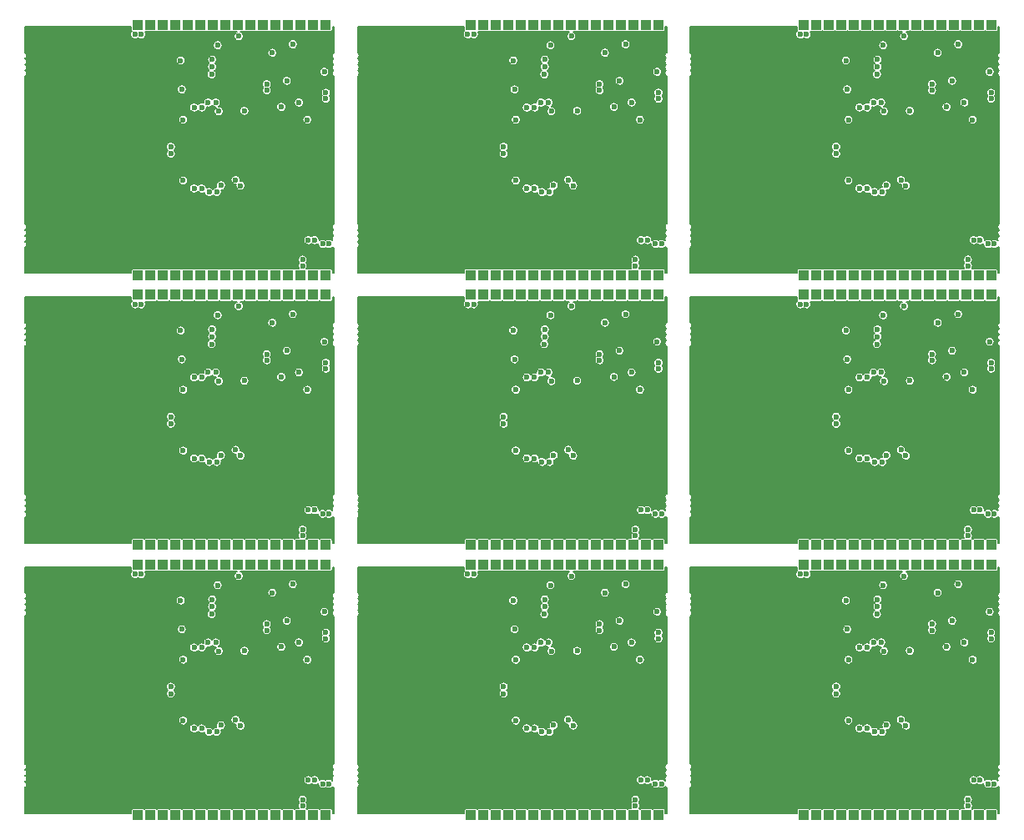
<source format=gbr>
G04 #@! TF.GenerationSoftware,KiCad,Pcbnew,(5.1.4)-1*
G04 #@! TF.CreationDate,2019-11-04T21:20:48-06:00*
G04 #@! TF.ProjectId,rf_panel,72665f70-616e-4656-9c2e-6b696361645f,A*
G04 #@! TF.SameCoordinates,PX5c3d87cPY8384138*
G04 #@! TF.FileFunction,Copper,L2,Inr*
G04 #@! TF.FilePolarity,Positive*
%FSLAX46Y46*%
G04 Gerber Fmt 4.6, Leading zero omitted, Abs format (unit mm)*
G04 Created by KiCad (PCBNEW (5.1.4)-1) date 2019-11-04 21:20:48*
%MOMM*%
%LPD*%
G04 APERTURE LIST*
%ADD10R,1.000000X1.000000*%
%ADD11C,0.600000*%
%ADD12C,0.127000*%
G04 APERTURE END LIST*
D10*
X102734980Y29902540D03*
X101464980Y29902540D03*
X100194980Y29902540D03*
X98924980Y29902540D03*
X97654980Y29902540D03*
X96384980Y29902540D03*
X95114980Y29902540D03*
X93844980Y29902540D03*
X92574980Y29902540D03*
X91304980Y29902540D03*
X90034980Y29902540D03*
X88764980Y29902540D03*
X87494980Y29902540D03*
X86224980Y29902540D03*
X84954980Y29902540D03*
X83684980Y29902540D03*
X83684980Y4502540D03*
X84954980Y4502540D03*
X86224980Y4502540D03*
X87494980Y4502540D03*
X88764980Y4502540D03*
X90034980Y4502540D03*
X91304980Y4502540D03*
X92574980Y4502540D03*
X93844980Y4502540D03*
X95114980Y4502540D03*
X96384980Y4502540D03*
X97654980Y4502540D03*
X98924980Y4502540D03*
X100194980Y4502540D03*
X101464980Y4502540D03*
X102734980Y4502540D03*
X68984980Y29902540D03*
X67714980Y29902540D03*
X66444980Y29902540D03*
X65174980Y29902540D03*
X63904980Y29902540D03*
X62634980Y29902540D03*
X61364980Y29902540D03*
X60094980Y29902540D03*
X58824980Y29902540D03*
X57554980Y29902540D03*
X56284980Y29902540D03*
X55014980Y29902540D03*
X53744980Y29902540D03*
X52474980Y29902540D03*
X51204980Y29902540D03*
X49934980Y29902540D03*
X49934980Y4502540D03*
X51204980Y4502540D03*
X52474980Y4502540D03*
X53744980Y4502540D03*
X55014980Y4502540D03*
X56284980Y4502540D03*
X57554980Y4502540D03*
X58824980Y4502540D03*
X60094980Y4502540D03*
X61364980Y4502540D03*
X62634980Y4502540D03*
X63904980Y4502540D03*
X65174980Y4502540D03*
X66444980Y4502540D03*
X67714980Y4502540D03*
X68984980Y4502540D03*
X35234980Y29902540D03*
X33964980Y29902540D03*
X32694980Y29902540D03*
X31424980Y29902540D03*
X30154980Y29902540D03*
X28884980Y29902540D03*
X27614980Y29902540D03*
X26344980Y29902540D03*
X25074980Y29902540D03*
X23804980Y29902540D03*
X22534980Y29902540D03*
X21264980Y29902540D03*
X19994980Y29902540D03*
X18724980Y29902540D03*
X17454980Y29902540D03*
X16184980Y29902540D03*
X16184980Y4502540D03*
X17454980Y4502540D03*
X18724980Y4502540D03*
X19994980Y4502540D03*
X21264980Y4502540D03*
X22534980Y4502540D03*
X23804980Y4502540D03*
X25074980Y4502540D03*
X26344980Y4502540D03*
X27614980Y4502540D03*
X28884980Y4502540D03*
X30154980Y4502540D03*
X31424980Y4502540D03*
X32694980Y4502540D03*
X33964980Y4502540D03*
X35234980Y4502540D03*
X102734980Y57302540D03*
X101464980Y57302540D03*
X100194980Y57302540D03*
X98924980Y57302540D03*
X97654980Y57302540D03*
X96384980Y57302540D03*
X95114980Y57302540D03*
X93844980Y57302540D03*
X92574980Y57302540D03*
X91304980Y57302540D03*
X90034980Y57302540D03*
X88764980Y57302540D03*
X87494980Y57302540D03*
X86224980Y57302540D03*
X84954980Y57302540D03*
X83684980Y57302540D03*
X83684980Y31902540D03*
X84954980Y31902540D03*
X86224980Y31902540D03*
X87494980Y31902540D03*
X88764980Y31902540D03*
X90034980Y31902540D03*
X91304980Y31902540D03*
X92574980Y31902540D03*
X93844980Y31902540D03*
X95114980Y31902540D03*
X96384980Y31902540D03*
X97654980Y31902540D03*
X98924980Y31902540D03*
X100194980Y31902540D03*
X101464980Y31902540D03*
X102734980Y31902540D03*
X68984980Y57302540D03*
X67714980Y57302540D03*
X66444980Y57302540D03*
X65174980Y57302540D03*
X63904980Y57302540D03*
X62634980Y57302540D03*
X61364980Y57302540D03*
X60094980Y57302540D03*
X58824980Y57302540D03*
X57554980Y57302540D03*
X56284980Y57302540D03*
X55014980Y57302540D03*
X53744980Y57302540D03*
X52474980Y57302540D03*
X51204980Y57302540D03*
X49934980Y57302540D03*
X49934980Y31902540D03*
X51204980Y31902540D03*
X52474980Y31902540D03*
X53744980Y31902540D03*
X55014980Y31902540D03*
X56284980Y31902540D03*
X57554980Y31902540D03*
X58824980Y31902540D03*
X60094980Y31902540D03*
X61364980Y31902540D03*
X62634980Y31902540D03*
X63904980Y31902540D03*
X65174980Y31902540D03*
X66444980Y31902540D03*
X67714980Y31902540D03*
X68984980Y31902540D03*
X35234980Y57302540D03*
X33964980Y57302540D03*
X32694980Y57302540D03*
X31424980Y57302540D03*
X30154980Y57302540D03*
X28884980Y57302540D03*
X27614980Y57302540D03*
X26344980Y57302540D03*
X25074980Y57302540D03*
X23804980Y57302540D03*
X22534980Y57302540D03*
X21264980Y57302540D03*
X19994980Y57302540D03*
X18724980Y57302540D03*
X17454980Y57302540D03*
X16184980Y57302540D03*
X16184980Y31902540D03*
X17454980Y31902540D03*
X18724980Y31902540D03*
X19994980Y31902540D03*
X21264980Y31902540D03*
X22534980Y31902540D03*
X23804980Y31902540D03*
X25074980Y31902540D03*
X26344980Y31902540D03*
X27614980Y31902540D03*
X28884980Y31902540D03*
X30154980Y31902540D03*
X31424980Y31902540D03*
X32694980Y31902540D03*
X33964980Y31902540D03*
X35234980Y31902540D03*
X102734980Y84702540D03*
X101464980Y84702540D03*
X100194980Y84702540D03*
X98924980Y84702540D03*
X97654980Y84702540D03*
X96384980Y84702540D03*
X95114980Y84702540D03*
X93844980Y84702540D03*
X92574980Y84702540D03*
X91304980Y84702540D03*
X90034980Y84702540D03*
X88764980Y84702540D03*
X87494980Y84702540D03*
X86224980Y84702540D03*
X84954980Y84702540D03*
X83684980Y84702540D03*
X83684980Y59302540D03*
X84954980Y59302540D03*
X86224980Y59302540D03*
X87494980Y59302540D03*
X88764980Y59302540D03*
X90034980Y59302540D03*
X91304980Y59302540D03*
X92574980Y59302540D03*
X93844980Y59302540D03*
X95114980Y59302540D03*
X96384980Y59302540D03*
X97654980Y59302540D03*
X98924980Y59302540D03*
X100194980Y59302540D03*
X101464980Y59302540D03*
X102734980Y59302540D03*
X68984980Y84702540D03*
X67714980Y84702540D03*
X66444980Y84702540D03*
X65174980Y84702540D03*
X63904980Y84702540D03*
X62634980Y84702540D03*
X61364980Y84702540D03*
X60094980Y84702540D03*
X58824980Y84702540D03*
X57554980Y84702540D03*
X56284980Y84702540D03*
X55014980Y84702540D03*
X53744980Y84702540D03*
X52474980Y84702540D03*
X51204980Y84702540D03*
X49934980Y84702540D03*
X49934980Y59302540D03*
X51204980Y59302540D03*
X52474980Y59302540D03*
X53744980Y59302540D03*
X55014980Y59302540D03*
X56284980Y59302540D03*
X57554980Y59302540D03*
X58824980Y59302540D03*
X60094980Y59302540D03*
X61364980Y59302540D03*
X62634980Y59302540D03*
X63904980Y59302540D03*
X65174980Y59302540D03*
X66444980Y59302540D03*
X67714980Y59302540D03*
X68984980Y59302540D03*
D11*
X77867140Y18950540D03*
X76697140Y17960540D03*
X74447140Y17960540D03*
X73267140Y19150540D03*
X73267140Y21350540D03*
X74477140Y22550540D03*
X76647140Y22550540D03*
X77867140Y21550540D03*
X44117140Y18950540D03*
X42947140Y17960540D03*
X40697140Y17960540D03*
X39517140Y19150540D03*
X39517140Y21350540D03*
X40727140Y22550540D03*
X42897140Y22550540D03*
X44117140Y21550540D03*
X10367140Y18950540D03*
X9197140Y17960540D03*
X6947140Y17960540D03*
X5767140Y19150540D03*
X5767140Y21350540D03*
X6977140Y22550540D03*
X9147140Y22550540D03*
X10367140Y21550540D03*
X77867140Y46350540D03*
X76697140Y45360540D03*
X74447140Y45360540D03*
X73267140Y46550540D03*
X73267140Y48750540D03*
X74477140Y49950540D03*
X76647140Y49950540D03*
X77867140Y48950540D03*
X44117140Y46350540D03*
X42947140Y45360540D03*
X40697140Y45360540D03*
X39517140Y46550540D03*
X39517140Y48750540D03*
X40727140Y49950540D03*
X42897140Y49950540D03*
X44117140Y48950540D03*
X10367140Y46350540D03*
X9197140Y45360540D03*
X6947140Y45360540D03*
X5767140Y46550540D03*
X5767140Y48750540D03*
X6977140Y49950540D03*
X9147140Y49950540D03*
X10367140Y48950540D03*
X77867140Y73750540D03*
X76697140Y72760540D03*
X74447140Y72760540D03*
X73267140Y73950540D03*
X73267140Y76150540D03*
X74477140Y77350540D03*
X76647140Y77350540D03*
X77867140Y76350540D03*
X44117140Y73750540D03*
X42947140Y72760540D03*
X40697140Y72760540D03*
X39517140Y73950540D03*
X39517140Y76150540D03*
X40727140Y77350540D03*
X42897140Y77350540D03*
X44117140Y76350540D03*
X77867140Y12854540D03*
X76697140Y11864540D03*
X74447140Y11864540D03*
X73267140Y13054540D03*
X73267140Y15254540D03*
X74477140Y16454540D03*
X76647140Y16454540D03*
X77867140Y15454540D03*
X44117140Y12854540D03*
X42947140Y11864540D03*
X40697140Y11864540D03*
X39517140Y13054540D03*
X39517140Y15254540D03*
X40727140Y16454540D03*
X42897140Y16454540D03*
X44117140Y15454540D03*
X10367140Y12854540D03*
X9197140Y11864540D03*
X6947140Y11864540D03*
X5767140Y13054540D03*
X5767140Y15254540D03*
X6977140Y16454540D03*
X9147140Y16454540D03*
X10367140Y15454540D03*
X77867140Y40254540D03*
X76697140Y39264540D03*
X74447140Y39264540D03*
X73267140Y40454540D03*
X73267140Y42654540D03*
X74477140Y43854540D03*
X76647140Y43854540D03*
X77867140Y42854540D03*
X44117140Y40254540D03*
X42947140Y39264540D03*
X40697140Y39264540D03*
X39517140Y40454540D03*
X39517140Y42654540D03*
X40727140Y43854540D03*
X42897140Y43854540D03*
X44117140Y42854540D03*
X10367140Y40254540D03*
X9197140Y39264540D03*
X6947140Y39264540D03*
X5767140Y40454540D03*
X5767140Y42654540D03*
X6977140Y43854540D03*
X9147140Y43854540D03*
X10367140Y42854540D03*
X77867140Y67654540D03*
X76697140Y66664540D03*
X74447140Y66664540D03*
X73267140Y67854540D03*
X73267140Y70054540D03*
X74477140Y71254540D03*
X76647140Y71254540D03*
X77867140Y70254540D03*
X44117140Y67654540D03*
X42947140Y66664540D03*
X40697140Y66664540D03*
X39517140Y67854540D03*
X39517140Y70054540D03*
X40727140Y71254540D03*
X42897140Y71254540D03*
X44117140Y70254540D03*
X77867140Y6758540D03*
X76697140Y5768540D03*
X74447140Y5768540D03*
X73267140Y6958540D03*
X73267140Y9158540D03*
X74477140Y10358540D03*
X76647140Y10358540D03*
X77867140Y9358540D03*
X44117140Y6758540D03*
X42947140Y5768540D03*
X40697140Y5768540D03*
X39517140Y6958540D03*
X39517140Y9158540D03*
X40727140Y10358540D03*
X42897140Y10358540D03*
X44117140Y9358540D03*
X10367140Y6758540D03*
X9197140Y5768540D03*
X6947140Y5768540D03*
X5767140Y6958540D03*
X5767140Y9158540D03*
X6977140Y10358540D03*
X9147140Y10358540D03*
X10367140Y9358540D03*
X77867140Y34158540D03*
X76697140Y33168540D03*
X74447140Y33168540D03*
X73267140Y34358540D03*
X73267140Y36558540D03*
X74477140Y37758540D03*
X76647140Y37758540D03*
X77867140Y36758540D03*
X44117140Y34158540D03*
X42947140Y33168540D03*
X40697140Y33168540D03*
X39517140Y34358540D03*
X39517140Y36558540D03*
X40727140Y37758540D03*
X42897140Y37758540D03*
X44117140Y36758540D03*
X10367140Y34158540D03*
X9197140Y33168540D03*
X6947140Y33168540D03*
X5767140Y34358540D03*
X5767140Y36558540D03*
X6977140Y37758540D03*
X9147140Y37758540D03*
X10367140Y36758540D03*
X77867140Y61558540D03*
X76697140Y60568540D03*
X74447140Y60568540D03*
X73267140Y61758540D03*
X73267140Y63958540D03*
X74477140Y65158540D03*
X76647140Y65158540D03*
X77867140Y64158540D03*
X44117140Y61558540D03*
X42947140Y60568540D03*
X40697140Y60568540D03*
X39517140Y61758540D03*
X39517140Y63958540D03*
X40727140Y65158540D03*
X42897140Y65158540D03*
X44117140Y64158540D03*
X91358080Y18802540D03*
X91358080Y15602540D03*
X89158080Y18802540D03*
X89158080Y15602540D03*
X91358080Y17202540D03*
X89158080Y18102540D03*
X89158080Y16302540D03*
X57608080Y18802540D03*
X57608080Y15602540D03*
X55408080Y18802540D03*
X55408080Y15602540D03*
X57608080Y17202540D03*
X55408080Y18102540D03*
X55408080Y16302540D03*
X23858080Y18802540D03*
X23858080Y15602540D03*
X21658080Y18802540D03*
X21658080Y15602540D03*
X23858080Y17202540D03*
X21658080Y18102540D03*
X21658080Y16302540D03*
X91358080Y46202540D03*
X91358080Y43002540D03*
X89158080Y46202540D03*
X89158080Y43002540D03*
X91358080Y44602540D03*
X89158080Y45502540D03*
X89158080Y43702540D03*
X57608080Y46202540D03*
X57608080Y43002540D03*
X55408080Y46202540D03*
X55408080Y43002540D03*
X57608080Y44602540D03*
X55408080Y45502540D03*
X55408080Y43702540D03*
X23858080Y46202540D03*
X23858080Y43002540D03*
X21658080Y46202540D03*
X21658080Y43002540D03*
X23858080Y44602540D03*
X21658080Y45502540D03*
X21658080Y43702540D03*
X91358080Y73602540D03*
X91358080Y70402540D03*
X89158080Y73602540D03*
X89158080Y70402540D03*
X91358080Y72002540D03*
X89158080Y72902540D03*
X89158080Y71102540D03*
X57608080Y73602540D03*
X57608080Y70402540D03*
X55408080Y73602540D03*
X55408080Y70402540D03*
X57608080Y72002540D03*
X55408080Y72902540D03*
X55408080Y71102540D03*
D10*
X35234980Y59302540D03*
X33964980Y59302540D03*
X32694980Y59302540D03*
X31424980Y59302540D03*
X30154980Y59302540D03*
X28884980Y59302540D03*
X27614980Y59302540D03*
X26344980Y59302540D03*
X25074980Y59302540D03*
X23804980Y59302540D03*
X22534980Y59302540D03*
X21264980Y59302540D03*
X19994980Y59302540D03*
X18724980Y59302540D03*
X17454980Y59302540D03*
X16184980Y59302540D03*
X16184980Y84702540D03*
X17454980Y84702540D03*
X18724980Y84702540D03*
X19994980Y84702540D03*
X21264980Y84702540D03*
X22534980Y84702540D03*
X23804980Y84702540D03*
X25074980Y84702540D03*
X26344980Y84702540D03*
X27614980Y84702540D03*
X28884980Y84702540D03*
X30154980Y84702540D03*
X31424980Y84702540D03*
X32694980Y84702540D03*
X33964980Y84702540D03*
X35234980Y84702540D03*
D11*
X21658080Y71102540D03*
X21658080Y72902540D03*
X23858080Y72002540D03*
X21658080Y70402540D03*
X21658080Y73602540D03*
X23858080Y70402540D03*
X23858080Y73602540D03*
X10367140Y76350540D03*
X9147140Y77350540D03*
X6977140Y77350540D03*
X5767140Y76150540D03*
X5767140Y73950540D03*
X6947140Y72760540D03*
X9197140Y72760540D03*
X10367140Y73750540D03*
X10367140Y70254540D03*
X9147140Y71254540D03*
X6977140Y71254540D03*
X5767140Y70054540D03*
X5767140Y67854540D03*
X6947140Y66664540D03*
X9197140Y66664540D03*
X10367140Y67654540D03*
X10367140Y64158540D03*
X9147140Y65158540D03*
X6977140Y65158540D03*
X5767140Y63958540D03*
X5767140Y61758540D03*
X6947140Y60568540D03*
X9197140Y60568540D03*
X10367140Y61558540D03*
X27475980Y81082540D03*
X25975980Y79550440D03*
X27475980Y79550440D03*
X25975980Y81082540D03*
X15416031Y75773136D03*
X17481398Y75264540D03*
X13350359Y76288115D03*
X13742283Y73452322D03*
X15805455Y72936662D03*
X17481398Y72648340D03*
X15398776Y68227030D03*
X13350359Y67716954D03*
X17446963Y68738031D03*
X15780421Y71061103D03*
X13733888Y70550514D03*
X17481398Y71352940D03*
X19429961Y64189220D03*
X27388992Y61662240D03*
X29360638Y62314588D03*
X31090850Y63462050D03*
X32459110Y65024891D03*
X33355625Y66899061D03*
X33722336Y68942905D03*
X33737832Y71026238D03*
X19487180Y61535240D03*
X21452407Y61540544D03*
X23414407Y61540544D03*
X25376407Y61540544D03*
X17465180Y64187240D03*
X15503180Y64187240D03*
X13541180Y64187240D03*
X11579180Y64187240D03*
X19960961Y65003179D03*
X26296961Y64197999D03*
X17525626Y61529785D03*
X15563626Y61529785D03*
X13601626Y61529785D03*
X11639626Y61529785D03*
X11729392Y70296144D03*
X11388359Y67625840D03*
X11729391Y73708925D03*
X19443398Y75264540D03*
X19408963Y68738031D03*
X28137432Y74814540D03*
X30099432Y74814540D03*
X33737832Y73049088D03*
X32061432Y74814540D03*
X23884961Y65003179D03*
X11388359Y76379240D03*
X28137432Y70190540D03*
X30099432Y70190540D03*
X31063279Y68974398D03*
X27383849Y64390014D03*
X29221204Y65353974D03*
X30517899Y66973609D03*
X21922961Y65003179D03*
X25846961Y65003179D03*
X34500980Y64052540D03*
X19250980Y83302540D03*
X19250980Y79302540D03*
X19250980Y81302540D03*
X33500980Y83302540D03*
X33500980Y81552540D03*
X35250980Y81552540D03*
X53710961Y65003179D03*
X87460961Y65003179D03*
X19960961Y37603179D03*
X53710961Y37603179D03*
X87460961Y37603179D03*
X19960961Y10203179D03*
X53710961Y10203179D03*
X87460961Y10203179D03*
X66209110Y65024891D03*
X99959110Y65024891D03*
X32459110Y37624891D03*
X66209110Y37624891D03*
X99959110Y37624891D03*
X32459110Y10224891D03*
X66209110Y10224891D03*
X99959110Y10224891D03*
X59126407Y61540544D03*
X92876407Y61540544D03*
X25376407Y34140544D03*
X59126407Y34140544D03*
X92876407Y34140544D03*
X25376407Y6740544D03*
X59126407Y6740544D03*
X92876407Y6740544D03*
X67105625Y66899061D03*
X100855625Y66899061D03*
X33355625Y39499061D03*
X67105625Y39499061D03*
X100855625Y39499061D03*
X33355625Y12099061D03*
X67105625Y12099061D03*
X100855625Y12099061D03*
X67472336Y68942905D03*
X101222336Y68942905D03*
X33722336Y41542905D03*
X67472336Y41542905D03*
X101222336Y41542905D03*
X33722336Y14142905D03*
X67472336Y14142905D03*
X101222336Y14142905D03*
X67487832Y71026238D03*
X101237832Y71026238D03*
X33737832Y43626238D03*
X67487832Y43626238D03*
X101237832Y43626238D03*
X33737832Y16226238D03*
X67487832Y16226238D03*
X101237832Y16226238D03*
X57164407Y61540544D03*
X90914407Y61540544D03*
X23414407Y34140544D03*
X57164407Y34140544D03*
X90914407Y34140544D03*
X23414407Y6740544D03*
X57164407Y6740544D03*
X90914407Y6740544D03*
X49253180Y64187240D03*
X83003180Y64187240D03*
X15503180Y36787240D03*
X49253180Y36787240D03*
X83003180Y36787240D03*
X15503180Y9387240D03*
X49253180Y9387240D03*
X83003180Y9387240D03*
X47291180Y64187240D03*
X81041180Y64187240D03*
X13541180Y36787240D03*
X47291180Y36787240D03*
X81041180Y36787240D03*
X13541180Y9387240D03*
X47291180Y9387240D03*
X81041180Y9387240D03*
X51215180Y64187240D03*
X84965180Y64187240D03*
X17465180Y36787240D03*
X51215180Y36787240D03*
X84965180Y36787240D03*
X17465180Y9387240D03*
X51215180Y9387240D03*
X84965180Y9387240D03*
X53237180Y61535240D03*
X86987180Y61535240D03*
X19487180Y34135240D03*
X53237180Y34135240D03*
X86987180Y34135240D03*
X19487180Y6735240D03*
X53237180Y6735240D03*
X86987180Y6735240D03*
X55202407Y61540544D03*
X88952407Y61540544D03*
X21452407Y34140544D03*
X55202407Y34140544D03*
X88952407Y34140544D03*
X21452407Y6740544D03*
X55202407Y6740544D03*
X88952407Y6740544D03*
X45329180Y64187240D03*
X79079180Y64187240D03*
X11579180Y36787240D03*
X45329180Y36787240D03*
X79079180Y36787240D03*
X11579180Y9387240D03*
X45329180Y9387240D03*
X79079180Y9387240D03*
X59725980Y81082540D03*
X93475980Y81082540D03*
X25975980Y53682540D03*
X59725980Y53682540D03*
X93475980Y53682540D03*
X25975980Y26282540D03*
X59725980Y26282540D03*
X93475980Y26282540D03*
X49166031Y75773136D03*
X82916031Y75773136D03*
X15416031Y48373136D03*
X49166031Y48373136D03*
X82916031Y48373136D03*
X15416031Y20973136D03*
X49166031Y20973136D03*
X82916031Y20973136D03*
X61225980Y81082540D03*
X94975980Y81082540D03*
X27475980Y53682540D03*
X61225980Y53682540D03*
X94975980Y53682540D03*
X27475980Y26282540D03*
X61225980Y26282540D03*
X94975980Y26282540D03*
X51231398Y75264540D03*
X84981398Y75264540D03*
X17481398Y47864540D03*
X51231398Y47864540D03*
X84981398Y47864540D03*
X17481398Y20464540D03*
X51231398Y20464540D03*
X84981398Y20464540D03*
X47100359Y76288115D03*
X80850359Y76288115D03*
X13350359Y48888115D03*
X47100359Y48888115D03*
X80850359Y48888115D03*
X13350359Y21488115D03*
X47100359Y21488115D03*
X80850359Y21488115D03*
X59725980Y79550440D03*
X93475980Y79550440D03*
X25975980Y52150440D03*
X59725980Y52150440D03*
X93475980Y52150440D03*
X25975980Y24750440D03*
X59725980Y24750440D03*
X93475980Y24750440D03*
X61225980Y79550440D03*
X94975980Y79550440D03*
X27475980Y52150440D03*
X61225980Y52150440D03*
X94975980Y52150440D03*
X27475980Y24750440D03*
X61225980Y24750440D03*
X94975980Y24750440D03*
X45479391Y73708925D03*
X79229391Y73708925D03*
X11729391Y46308925D03*
X45479391Y46308925D03*
X79229391Y46308925D03*
X11729391Y18908925D03*
X45479391Y18908925D03*
X79229391Y18908925D03*
X47351626Y61529785D03*
X81101626Y61529785D03*
X13601626Y34129785D03*
X47351626Y34129785D03*
X81101626Y34129785D03*
X13601626Y6729785D03*
X47351626Y6729785D03*
X81101626Y6729785D03*
X53193398Y75264540D03*
X86943398Y75264540D03*
X19443398Y47864540D03*
X53193398Y47864540D03*
X86943398Y47864540D03*
X19443398Y20464540D03*
X53193398Y20464540D03*
X86943398Y20464540D03*
X65811432Y74814540D03*
X99561432Y74814540D03*
X32061432Y47414540D03*
X65811432Y47414540D03*
X99561432Y47414540D03*
X32061432Y20014540D03*
X65811432Y20014540D03*
X99561432Y20014540D03*
X57634961Y65003179D03*
X91384961Y65003179D03*
X23884961Y37603179D03*
X57634961Y37603179D03*
X91384961Y37603179D03*
X23884961Y10203179D03*
X57634961Y10203179D03*
X91384961Y10203179D03*
X59596961Y65003179D03*
X93346961Y65003179D03*
X25846961Y37603179D03*
X59596961Y37603179D03*
X93346961Y37603179D03*
X25846961Y10203179D03*
X59596961Y10203179D03*
X93346961Y10203179D03*
X53158963Y68738031D03*
X86908963Y68738031D03*
X19408963Y41338031D03*
X53158963Y41338031D03*
X86908963Y41338031D03*
X19408963Y13938031D03*
X53158963Y13938031D03*
X86908963Y13938031D03*
X45138359Y67625840D03*
X78888359Y67625840D03*
X11388359Y40225840D03*
X45138359Y40225840D03*
X78888359Y40225840D03*
X11388359Y12825840D03*
X45138359Y12825840D03*
X78888359Y12825840D03*
X51275626Y61529785D03*
X85025626Y61529785D03*
X17525626Y34129785D03*
X51275626Y34129785D03*
X85025626Y34129785D03*
X17525626Y6729785D03*
X51275626Y6729785D03*
X85025626Y6729785D03*
X64813279Y68974398D03*
X98563279Y68974398D03*
X31063279Y41574398D03*
X64813279Y41574398D03*
X98563279Y41574398D03*
X31063279Y14174398D03*
X64813279Y14174398D03*
X98563279Y14174398D03*
X64267899Y66973609D03*
X98017899Y66973609D03*
X30517899Y39573609D03*
X64267899Y39573609D03*
X98017899Y39573609D03*
X30517899Y12173609D03*
X64267899Y12173609D03*
X98017899Y12173609D03*
X63849432Y74814540D03*
X97599432Y74814540D03*
X30099432Y47414540D03*
X63849432Y47414540D03*
X97599432Y47414540D03*
X30099432Y20014540D03*
X63849432Y20014540D03*
X97599432Y20014540D03*
X67250980Y83302540D03*
X101000980Y83302540D03*
X33500980Y55902540D03*
X67250980Y55902540D03*
X101000980Y55902540D03*
X33500980Y28502540D03*
X67250980Y28502540D03*
X101000980Y28502540D03*
X67487832Y73049088D03*
X101237832Y73049088D03*
X33737832Y45649088D03*
X67487832Y45649088D03*
X101237832Y45649088D03*
X33737832Y18249088D03*
X67487832Y18249088D03*
X101237832Y18249088D03*
X53000980Y83302540D03*
X86750980Y83302540D03*
X19250980Y55902540D03*
X53000980Y55902540D03*
X86750980Y55902540D03*
X19250980Y28502540D03*
X53000980Y28502540D03*
X86750980Y28502540D03*
X53000980Y81302540D03*
X86750980Y81302540D03*
X19250980Y53902540D03*
X53000980Y53902540D03*
X86750980Y53902540D03*
X19250980Y26502540D03*
X53000980Y26502540D03*
X86750980Y26502540D03*
X63849432Y70190540D03*
X97599432Y70190540D03*
X30099432Y42790540D03*
X63849432Y42790540D03*
X97599432Y42790540D03*
X30099432Y15390540D03*
X63849432Y15390540D03*
X97599432Y15390540D03*
X53000980Y79302540D03*
X86750980Y79302540D03*
X19250980Y51902540D03*
X53000980Y51902540D03*
X86750980Y51902540D03*
X19250980Y24502540D03*
X53000980Y24502540D03*
X86750980Y24502540D03*
X61887432Y70190540D03*
X95637432Y70190540D03*
X28137432Y42790540D03*
X61887432Y42790540D03*
X95637432Y42790540D03*
X28137432Y15390540D03*
X61887432Y15390540D03*
X95637432Y15390540D03*
X69000980Y81552540D03*
X102750980Y81552540D03*
X35250980Y54152540D03*
X69000980Y54152540D03*
X102750980Y54152540D03*
X35250980Y26752540D03*
X69000980Y26752540D03*
X102750980Y26752540D03*
X45479392Y70296144D03*
X79229392Y70296144D03*
X11729392Y42896144D03*
X45479392Y42896144D03*
X79229392Y42896144D03*
X11729392Y15496144D03*
X45479392Y15496144D03*
X79229392Y15496144D03*
X60046961Y64197999D03*
X93796961Y64197999D03*
X26296961Y36797999D03*
X60046961Y36797999D03*
X93796961Y36797999D03*
X26296961Y9397999D03*
X60046961Y9397999D03*
X93796961Y9397999D03*
X49313626Y61529785D03*
X83063626Y61529785D03*
X15563626Y34129785D03*
X49313626Y34129785D03*
X83063626Y34129785D03*
X15563626Y6729785D03*
X49313626Y6729785D03*
X83063626Y6729785D03*
X61887432Y74814540D03*
X95637432Y74814540D03*
X28137432Y47414540D03*
X61887432Y47414540D03*
X95637432Y47414540D03*
X28137432Y20014540D03*
X61887432Y20014540D03*
X95637432Y20014540D03*
X45138359Y76379240D03*
X78888359Y76379240D03*
X11388359Y48979240D03*
X45138359Y48979240D03*
X78888359Y48979240D03*
X11388359Y21579240D03*
X45138359Y21579240D03*
X78888359Y21579240D03*
X62971204Y65353974D03*
X96721204Y65353974D03*
X29221204Y37953974D03*
X62971204Y37953974D03*
X96721204Y37953974D03*
X29221204Y10553974D03*
X62971204Y10553974D03*
X96721204Y10553974D03*
X45389626Y61529785D03*
X79139626Y61529785D03*
X11639626Y34129785D03*
X45389626Y34129785D03*
X79139626Y34129785D03*
X11639626Y6729785D03*
X45389626Y6729785D03*
X79139626Y6729785D03*
X61133849Y64390014D03*
X94883849Y64390014D03*
X27383849Y36990014D03*
X61133849Y36990014D03*
X94883849Y36990014D03*
X27383849Y9590014D03*
X61133849Y9590014D03*
X94883849Y9590014D03*
X55672961Y65003179D03*
X89422961Y65003179D03*
X21922961Y37603179D03*
X55672961Y37603179D03*
X89422961Y37603179D03*
X21922961Y10203179D03*
X55672961Y10203179D03*
X89422961Y10203179D03*
X68250980Y64052540D03*
X102000980Y64052540D03*
X34500980Y36652540D03*
X68250980Y36652540D03*
X102000980Y36652540D03*
X34500980Y9252540D03*
X68250980Y9252540D03*
X102000980Y9252540D03*
X67250980Y81552540D03*
X101000980Y81552540D03*
X33500980Y54152540D03*
X67250980Y54152540D03*
X101000980Y54152540D03*
X33500980Y26752540D03*
X67250980Y26752540D03*
X101000980Y26752540D03*
X49555455Y72936662D03*
X83305455Y72936662D03*
X15805455Y45536662D03*
X49555455Y45536662D03*
X83305455Y45536662D03*
X15805455Y18136662D03*
X49555455Y18136662D03*
X83305455Y18136662D03*
X49148776Y68227030D03*
X82898776Y68227030D03*
X15398776Y40827030D03*
X49148776Y40827030D03*
X82898776Y40827030D03*
X15398776Y13427030D03*
X49148776Y13427030D03*
X82898776Y13427030D03*
X63110638Y62314588D03*
X96860638Y62314588D03*
X29360638Y34914588D03*
X63110638Y34914588D03*
X96860638Y34914588D03*
X29360638Y7514588D03*
X63110638Y7514588D03*
X96860638Y7514588D03*
X64840850Y63462050D03*
X98590850Y63462050D03*
X31090850Y36062050D03*
X64840850Y36062050D03*
X98590850Y36062050D03*
X31090850Y8662050D03*
X64840850Y8662050D03*
X98590850Y8662050D03*
X47492283Y73452322D03*
X81242283Y73452322D03*
X13742283Y46052322D03*
X47492283Y46052322D03*
X81242283Y46052322D03*
X13742283Y18652322D03*
X47492283Y18652322D03*
X81242283Y18652322D03*
X51196963Y68738031D03*
X84946963Y68738031D03*
X17446963Y41338031D03*
X51196963Y41338031D03*
X84946963Y41338031D03*
X17446963Y13938031D03*
X51196963Y13938031D03*
X84946963Y13938031D03*
X49530421Y71061103D03*
X83280421Y71061103D03*
X15780421Y43661103D03*
X49530421Y43661103D03*
X83280421Y43661103D03*
X15780421Y16261103D03*
X49530421Y16261103D03*
X83280421Y16261103D03*
X47483888Y70550514D03*
X81233888Y70550514D03*
X13733888Y43150514D03*
X47483888Y43150514D03*
X81233888Y43150514D03*
X13733888Y15750514D03*
X47483888Y15750514D03*
X81233888Y15750514D03*
X51231398Y71352940D03*
X84981398Y71352940D03*
X17481398Y43952940D03*
X51231398Y43952940D03*
X84981398Y43952940D03*
X17481398Y16552940D03*
X51231398Y16552940D03*
X84981398Y16552940D03*
X53179961Y64189220D03*
X86929961Y64189220D03*
X19429961Y36789220D03*
X53179961Y36789220D03*
X86929961Y36789220D03*
X19429961Y9389220D03*
X53179961Y9389220D03*
X86929961Y9389220D03*
X61138992Y61662240D03*
X94888992Y61662240D03*
X27388992Y34262240D03*
X61138992Y34262240D03*
X94888992Y34262240D03*
X27388992Y6862240D03*
X61138992Y6862240D03*
X94888992Y6862240D03*
X51231398Y72648340D03*
X84981398Y72648340D03*
X17481398Y45248340D03*
X51231398Y45248340D03*
X84981398Y45248340D03*
X17481398Y17848340D03*
X51231398Y17848340D03*
X84981398Y17848340D03*
X47100359Y67716954D03*
X80850359Y67716954D03*
X13350359Y40316954D03*
X47100359Y40316954D03*
X80850359Y40316954D03*
X13350359Y12916954D03*
X47100359Y12916954D03*
X80850359Y12916954D03*
X15867480Y83750040D03*
X16502480Y83750040D03*
X31276780Y79030440D03*
X35086780Y79944840D03*
X32885480Y60257300D03*
X32504480Y76828540D03*
X32885480Y60877060D03*
X65026780Y79030440D03*
X98776780Y79030440D03*
X31276780Y51630440D03*
X65026780Y51630440D03*
X98776780Y51630440D03*
X31276780Y24230440D03*
X65026780Y24230440D03*
X98776780Y24230440D03*
X66635480Y60257300D03*
X100385480Y60257300D03*
X32885480Y32857300D03*
X66635480Y32857300D03*
X100385480Y32857300D03*
X32885480Y5457300D03*
X66635480Y5457300D03*
X100385480Y5457300D03*
X66635480Y60877060D03*
X100385480Y60877060D03*
X32885480Y33477060D03*
X66635480Y33477060D03*
X100385480Y33477060D03*
X32885480Y6077060D03*
X66635480Y6077060D03*
X100385480Y6077060D03*
X68836780Y79944840D03*
X102586780Y79944840D03*
X35086780Y52544840D03*
X68836780Y52544840D03*
X102586780Y52544840D03*
X35086780Y25144840D03*
X68836780Y25144840D03*
X102586780Y25144840D03*
X50252480Y83750040D03*
X84002480Y83750040D03*
X16502480Y56350040D03*
X50252480Y56350040D03*
X84002480Y56350040D03*
X16502480Y28950040D03*
X50252480Y28950040D03*
X84002480Y28950040D03*
X66254480Y76828540D03*
X100004480Y76828540D03*
X32504480Y49428540D03*
X66254480Y49428540D03*
X100004480Y49428540D03*
X32504480Y22028540D03*
X66254480Y22028540D03*
X100004480Y22028540D03*
X49617480Y83750040D03*
X83367480Y83750040D03*
X15867480Y56350040D03*
X49617480Y56350040D03*
X83367480Y56350040D03*
X15867480Y28950040D03*
X49617480Y28950040D03*
X83367480Y28950040D03*
X23642380Y79690840D03*
X31886380Y82738840D03*
X24266380Y82637240D03*
X29244780Y78065240D03*
X34917480Y62477540D03*
X35552480Y62477540D03*
X35234980Y77209540D03*
X35234980Y77819140D03*
X29244780Y78687540D03*
X57392380Y79690840D03*
X91142380Y79690840D03*
X23642380Y52290840D03*
X57392380Y52290840D03*
X91142380Y52290840D03*
X23642380Y24890840D03*
X57392380Y24890840D03*
X91142380Y24890840D03*
X62994780Y78065240D03*
X96744780Y78065240D03*
X29244780Y50665240D03*
X62994780Y50665240D03*
X96744780Y50665240D03*
X29244780Y23265240D03*
X62994780Y23265240D03*
X96744780Y23265240D03*
X69302480Y62477540D03*
X103052480Y62477540D03*
X35552480Y35077540D03*
X69302480Y35077540D03*
X103052480Y35077540D03*
X35552480Y7677540D03*
X69302480Y7677540D03*
X103052480Y7677540D03*
X68984980Y77209540D03*
X102734980Y77209540D03*
X35234980Y49809540D03*
X68984980Y49809540D03*
X102734980Y49809540D03*
X35234980Y22409540D03*
X68984980Y22409540D03*
X102734980Y22409540D03*
X68984980Y77819140D03*
X102734980Y77819140D03*
X35234980Y50419140D03*
X68984980Y50419140D03*
X102734980Y50419140D03*
X35234980Y23019140D03*
X68984980Y23019140D03*
X102734980Y23019140D03*
X68667480Y62477540D03*
X102417480Y62477540D03*
X34917480Y35077540D03*
X68667480Y35077540D03*
X102417480Y35077540D03*
X34917480Y7677540D03*
X68667480Y7677540D03*
X102417480Y7677540D03*
X62994780Y78687540D03*
X96744780Y78687540D03*
X29244780Y51287540D03*
X62994780Y51287540D03*
X96744780Y51287540D03*
X29244780Y23887540D03*
X62994780Y23887540D03*
X96744780Y23887540D03*
X58016380Y82637240D03*
X91766380Y82637240D03*
X24266380Y55237240D03*
X58016380Y55237240D03*
X91766380Y55237240D03*
X24266380Y27837240D03*
X58016380Y27837240D03*
X91766380Y27837240D03*
X65636380Y82738840D03*
X99386380Y82738840D03*
X31886380Y55338840D03*
X65636380Y55338840D03*
X99386380Y55338840D03*
X31886380Y27938840D03*
X65636380Y27938840D03*
X99386380Y27938840D03*
X19514680Y72336740D03*
X19514680Y71625540D03*
X20629980Y78162040D03*
X54379980Y78162040D03*
X88129980Y78162040D03*
X20629980Y50762040D03*
X54379980Y50762040D03*
X88129980Y50762040D03*
X20629980Y23362040D03*
X54379980Y23362040D03*
X88129980Y23362040D03*
X53264680Y71625540D03*
X87014680Y71625540D03*
X19514680Y44225540D03*
X53264680Y44225540D03*
X87014680Y44225540D03*
X19514680Y16825540D03*
X53264680Y16825540D03*
X87014680Y16825540D03*
X53264680Y72336740D03*
X87014680Y72336740D03*
X19514680Y44936740D03*
X53264680Y44936740D03*
X87014680Y44936740D03*
X19514680Y17536740D03*
X53264680Y17536740D03*
X87014680Y17536740D03*
X20758080Y68902540D03*
X20755080Y75077540D03*
X34091980Y62858540D03*
X33456980Y62858540D03*
X67841980Y62858540D03*
X101591980Y62858540D03*
X34091980Y35458540D03*
X67841980Y35458540D03*
X101591980Y35458540D03*
X34091980Y8058540D03*
X67841980Y8058540D03*
X101591980Y8058540D03*
X54508080Y68902540D03*
X88258080Y68902540D03*
X20758080Y41502540D03*
X54508080Y41502540D03*
X88258080Y41502540D03*
X20758080Y14102540D03*
X54508080Y14102540D03*
X88258080Y14102540D03*
X54505080Y75077540D03*
X88255080Y75077540D03*
X20755080Y47677540D03*
X54505080Y47677540D03*
X88255080Y47677540D03*
X20755080Y20277540D03*
X54505080Y20277540D03*
X88255080Y20277540D03*
X67206980Y62858540D03*
X100956980Y62858540D03*
X33456980Y35458540D03*
X67206980Y35458540D03*
X100956980Y35458540D03*
X33456980Y8058540D03*
X67206980Y8058540D03*
X100956980Y8058540D03*
X23703380Y80462437D03*
X33355380Y75075940D03*
X67105380Y75075940D03*
X100855380Y75075940D03*
X33355380Y47675940D03*
X67105380Y47675940D03*
X100855380Y47675940D03*
X33355380Y20275940D03*
X67105380Y20275940D03*
X100855380Y20275940D03*
X57453380Y80462437D03*
X91203380Y80462437D03*
X23703380Y53062437D03*
X57453380Y53062437D03*
X91203380Y53062437D03*
X23703380Y25662437D03*
X57453380Y25662437D03*
X91203380Y25662437D03*
X23703380Y81189440D03*
X30713780Y76379240D03*
X64463780Y76379240D03*
X98213780Y76379240D03*
X30713780Y48979240D03*
X64463780Y48979240D03*
X98213780Y48979240D03*
X30713780Y21579240D03*
X64463780Y21579240D03*
X98213780Y21579240D03*
X57453380Y81189440D03*
X91203380Y81189440D03*
X23703380Y53789440D03*
X57453380Y53789440D03*
X91203380Y53789440D03*
X23703380Y26389440D03*
X57453380Y26389440D03*
X91203380Y26389440D03*
X26395780Y83559540D03*
X60145780Y83559540D03*
X93895780Y83559540D03*
X26395780Y56159540D03*
X60145780Y56159540D03*
X93895780Y56159540D03*
X26395780Y28759540D03*
X60145780Y28759540D03*
X93895780Y28759540D03*
X26578660Y68383040D03*
X60328660Y68383040D03*
X94078660Y68383040D03*
X26578660Y40983040D03*
X60328660Y40983040D03*
X94078660Y40983040D03*
X26578660Y13583040D03*
X60328660Y13583040D03*
X94078660Y13583040D03*
X26078280Y68972320D03*
X59828280Y68972320D03*
X93578280Y68972320D03*
X26078280Y41572320D03*
X59828280Y41572320D03*
X93578280Y41572320D03*
X26078280Y14172320D03*
X59828280Y14172320D03*
X93578280Y14172320D03*
X29803580Y81875240D03*
X63553580Y81875240D03*
X97303580Y81875240D03*
X29803580Y54475240D03*
X63553580Y54475240D03*
X97303580Y54475240D03*
X29803580Y27075240D03*
X63553580Y27075240D03*
X97303580Y27075240D03*
X21869180Y68102540D03*
X55619180Y68102540D03*
X89369180Y68102540D03*
X21869180Y40702540D03*
X55619180Y40702540D03*
X89369180Y40702540D03*
X21869180Y13302540D03*
X55619180Y13302540D03*
X89369180Y13302540D03*
X22646980Y68102540D03*
X56396980Y68102540D03*
X90146980Y68102540D03*
X22646980Y40702540D03*
X56396980Y40702540D03*
X90146980Y40702540D03*
X22646980Y13302540D03*
X56396980Y13302540D03*
X90146980Y13302540D03*
X23394180Y67742540D03*
X57144180Y67742540D03*
X90894180Y67742540D03*
X23394180Y40342540D03*
X57144180Y40342540D03*
X90894180Y40342540D03*
X23394180Y12942540D03*
X57144180Y12942540D03*
X90894180Y12942540D03*
X24171980Y67742540D03*
X57921980Y67742540D03*
X91671980Y67742540D03*
X24171980Y40342540D03*
X57921980Y40342540D03*
X91671980Y40342540D03*
X24171980Y12942540D03*
X57921980Y12942540D03*
X91671980Y12942540D03*
X24602540Y68420860D03*
X58352540Y68420860D03*
X92102540Y68420860D03*
X24602540Y41020860D03*
X58352540Y41020860D03*
X92102540Y41020860D03*
X24602540Y13620860D03*
X58352540Y13620860D03*
X92102540Y13620860D03*
X24363780Y75939540D03*
X58113780Y75939540D03*
X91863780Y75939540D03*
X24363780Y48539540D03*
X58113780Y48539540D03*
X91863780Y48539540D03*
X24363780Y21139540D03*
X58113780Y21139540D03*
X91863780Y21139540D03*
X24077040Y76828540D03*
X57827040Y76828540D03*
X91577040Y76828540D03*
X24077040Y49428540D03*
X57827040Y49428540D03*
X91577040Y49428540D03*
X24077040Y22028540D03*
X57827040Y22028540D03*
X91577040Y22028540D03*
X23299240Y76828540D03*
X57049240Y76828540D03*
X90799240Y76828540D03*
X23299240Y49428540D03*
X57049240Y49428540D03*
X90799240Y49428540D03*
X23299240Y22028540D03*
X57049240Y22028540D03*
X90799240Y22028540D03*
X22646980Y76320540D03*
X56396980Y76320540D03*
X90146980Y76320540D03*
X22646980Y48920540D03*
X56396980Y48920540D03*
X90146980Y48920540D03*
X22646980Y21520540D03*
X56396980Y21520540D03*
X90146980Y21520540D03*
X21869180Y76320540D03*
X55619180Y76320540D03*
X89369180Y76320540D03*
X21869180Y48920540D03*
X55619180Y48920540D03*
X89369180Y48920540D03*
X21869180Y21520540D03*
X55619180Y21520540D03*
X89369180Y21520540D03*
X20502980Y81083040D03*
X26979980Y75982440D03*
X54252980Y81083040D03*
X88002980Y81083040D03*
X20502980Y53683040D03*
X54252980Y53683040D03*
X88002980Y53683040D03*
X20502980Y26283040D03*
X54252980Y26283040D03*
X88002980Y26283040D03*
X60729980Y75982440D03*
X94479980Y75982440D03*
X26979980Y48582440D03*
X60729980Y48582440D03*
X94479980Y48582440D03*
X26979980Y21182440D03*
X60729980Y21182440D03*
X94479980Y21182440D03*
D12*
G36*
X15493559Y84202540D02*
G01*
X15497237Y84165196D01*
X15508130Y84129286D01*
X15523779Y84100010D01*
X15486484Y84062715D01*
X15432805Y83982379D01*
X15395830Y83893113D01*
X15376980Y83798350D01*
X15376980Y83701730D01*
X15395830Y83606967D01*
X15432805Y83517701D01*
X15486484Y83437365D01*
X15554805Y83369044D01*
X15635141Y83315365D01*
X15724407Y83278390D01*
X15819170Y83259540D01*
X15915790Y83259540D01*
X16010553Y83278390D01*
X16099819Y83315365D01*
X16180155Y83369044D01*
X16184980Y83373869D01*
X16189805Y83369044D01*
X16270141Y83315365D01*
X16359407Y83278390D01*
X16454170Y83259540D01*
X16550790Y83259540D01*
X16645553Y83278390D01*
X16734819Y83315365D01*
X16815155Y83369044D01*
X16883476Y83437365D01*
X16937155Y83517701D01*
X16974130Y83606967D01*
X16992980Y83701730D01*
X16992980Y83798350D01*
X16974130Y83893113D01*
X16937155Y83982379D01*
X16914949Y84015612D01*
X16917636Y84014797D01*
X16954980Y84011119D01*
X17954980Y84011119D01*
X17992324Y84014797D01*
X18028234Y84025690D01*
X18061328Y84043379D01*
X18089980Y84066894D01*
X18118632Y84043379D01*
X18151726Y84025690D01*
X18187636Y84014797D01*
X18224980Y84011119D01*
X19224980Y84011119D01*
X19262324Y84014797D01*
X19298234Y84025690D01*
X19331328Y84043379D01*
X19359980Y84066894D01*
X19388632Y84043379D01*
X19421726Y84025690D01*
X19457636Y84014797D01*
X19494980Y84011119D01*
X20494980Y84011119D01*
X20532324Y84014797D01*
X20568234Y84025690D01*
X20601328Y84043379D01*
X20629980Y84066894D01*
X20658632Y84043379D01*
X20691726Y84025690D01*
X20727636Y84014797D01*
X20764980Y84011119D01*
X21764980Y84011119D01*
X21802324Y84014797D01*
X21838234Y84025690D01*
X21871328Y84043379D01*
X21899980Y84066894D01*
X21928632Y84043379D01*
X21961726Y84025690D01*
X21997636Y84014797D01*
X22034980Y84011119D01*
X23034980Y84011119D01*
X23072324Y84014797D01*
X23108234Y84025690D01*
X23141328Y84043379D01*
X23169980Y84066894D01*
X23198632Y84043379D01*
X23231726Y84025690D01*
X23267636Y84014797D01*
X23304980Y84011119D01*
X24304980Y84011119D01*
X24342324Y84014797D01*
X24378234Y84025690D01*
X24411328Y84043379D01*
X24439980Y84066894D01*
X24468632Y84043379D01*
X24501726Y84025690D01*
X24537636Y84014797D01*
X24574980Y84011119D01*
X25574980Y84011119D01*
X25612324Y84014797D01*
X25648234Y84025690D01*
X25681328Y84043379D01*
X25709980Y84066894D01*
X25738632Y84043379D01*
X25771726Y84025690D01*
X25807636Y84014797D01*
X25844980Y84011119D01*
X26204251Y84011119D01*
X26163441Y83994215D01*
X26083105Y83940536D01*
X26014784Y83872215D01*
X25961105Y83791879D01*
X25924130Y83702613D01*
X25905280Y83607850D01*
X25905280Y83511230D01*
X25924130Y83416467D01*
X25961105Y83327201D01*
X26014784Y83246865D01*
X26083105Y83178544D01*
X26163441Y83124865D01*
X26252707Y83087890D01*
X26347470Y83069040D01*
X26444090Y83069040D01*
X26538853Y83087890D01*
X26628119Y83124865D01*
X26708455Y83178544D01*
X26776776Y83246865D01*
X26830455Y83327201D01*
X26867430Y83416467D01*
X26886280Y83511230D01*
X26886280Y83607850D01*
X26867430Y83702613D01*
X26830455Y83791879D01*
X26776776Y83872215D01*
X26708455Y83940536D01*
X26628119Y83994215D01*
X26587309Y84011119D01*
X26844980Y84011119D01*
X26882324Y84014797D01*
X26918234Y84025690D01*
X26951328Y84043379D01*
X26979980Y84066894D01*
X27008632Y84043379D01*
X27041726Y84025690D01*
X27077636Y84014797D01*
X27114980Y84011119D01*
X28114980Y84011119D01*
X28152324Y84014797D01*
X28188234Y84025690D01*
X28221328Y84043379D01*
X28249980Y84066894D01*
X28278632Y84043379D01*
X28311726Y84025690D01*
X28347636Y84014797D01*
X28384980Y84011119D01*
X29384980Y84011119D01*
X29422324Y84014797D01*
X29458234Y84025690D01*
X29491328Y84043379D01*
X29519980Y84066894D01*
X29548632Y84043379D01*
X29581726Y84025690D01*
X29617636Y84014797D01*
X29654980Y84011119D01*
X30654980Y84011119D01*
X30692324Y84014797D01*
X30728234Y84025690D01*
X30761328Y84043379D01*
X30789980Y84066894D01*
X30818632Y84043379D01*
X30851726Y84025690D01*
X30887636Y84014797D01*
X30924980Y84011119D01*
X31924980Y84011119D01*
X31962324Y84014797D01*
X31998234Y84025690D01*
X32031328Y84043379D01*
X32059980Y84066894D01*
X32088632Y84043379D01*
X32121726Y84025690D01*
X32157636Y84014797D01*
X32194980Y84011119D01*
X33194980Y84011119D01*
X33232324Y84014797D01*
X33268234Y84025690D01*
X33301328Y84043379D01*
X33329980Y84066894D01*
X33358632Y84043379D01*
X33391726Y84025690D01*
X33427636Y84014797D01*
X33464980Y84011119D01*
X34464980Y84011119D01*
X34502324Y84014797D01*
X34538234Y84025690D01*
X34571328Y84043379D01*
X34599980Y84066894D01*
X34628632Y84043379D01*
X34661726Y84025690D01*
X34697636Y84014797D01*
X34734980Y84011119D01*
X35734980Y84011119D01*
X35772324Y84014797D01*
X35808234Y84025690D01*
X35841328Y84043379D01*
X35870335Y84067185D01*
X35894141Y84096192D01*
X35911830Y84129286D01*
X35922723Y84165196D01*
X35926401Y84202540D01*
X35926401Y84487040D01*
X36035481Y84487040D01*
X36035481Y81926313D01*
X36001071Y81903321D01*
X35946679Y81848929D01*
X35903944Y81784971D01*
X35874507Y81713905D01*
X35859500Y81638461D01*
X35859500Y81561539D01*
X35874507Y81486095D01*
X35903944Y81415029D01*
X35946679Y81351071D01*
X35997750Y81300000D01*
X35946679Y81248929D01*
X35903944Y81184971D01*
X35874507Y81113905D01*
X35859500Y81038461D01*
X35859500Y80961539D01*
X35874507Y80886095D01*
X35903944Y80815029D01*
X35946679Y80751071D01*
X35997750Y80700000D01*
X35946679Y80648929D01*
X35903944Y80584971D01*
X35874507Y80513905D01*
X35859500Y80438461D01*
X35859500Y80361539D01*
X35874507Y80286095D01*
X35903944Y80215029D01*
X35946679Y80151071D01*
X35997750Y80100000D01*
X35946679Y80048929D01*
X35903944Y79984971D01*
X35874507Y79913905D01*
X35859500Y79838461D01*
X35859500Y79761539D01*
X35874507Y79686095D01*
X35903944Y79615029D01*
X35946679Y79551071D01*
X36001071Y79496679D01*
X36035481Y79473687D01*
X36035480Y64526312D01*
X36001071Y64503321D01*
X35946679Y64448929D01*
X35903944Y64384971D01*
X35874507Y64313905D01*
X35859500Y64238461D01*
X35859500Y64161539D01*
X35874507Y64086095D01*
X35903944Y64015029D01*
X35946679Y63951071D01*
X35997750Y63900000D01*
X35946679Y63848929D01*
X35903944Y63784971D01*
X35874507Y63713905D01*
X35859500Y63638461D01*
X35859500Y63561539D01*
X35874507Y63486095D01*
X35903944Y63415029D01*
X35946679Y63351071D01*
X35997750Y63300000D01*
X35946679Y63248929D01*
X35903944Y63184971D01*
X35874507Y63113905D01*
X35859500Y63038461D01*
X35859500Y62961539D01*
X35874507Y62886095D01*
X35900608Y62823083D01*
X35865155Y62858536D01*
X35784819Y62912215D01*
X35695553Y62949190D01*
X35600790Y62968040D01*
X35504170Y62968040D01*
X35409407Y62949190D01*
X35320141Y62912215D01*
X35239805Y62858536D01*
X35234980Y62853711D01*
X35230155Y62858536D01*
X35149819Y62912215D01*
X35060553Y62949190D01*
X34965790Y62968040D01*
X34869170Y62968040D01*
X34774407Y62949190D01*
X34685141Y62912215D01*
X34604805Y62858536D01*
X34582480Y62836211D01*
X34582480Y62906850D01*
X34563630Y63001613D01*
X34526655Y63090879D01*
X34472976Y63171215D01*
X34404655Y63239536D01*
X34324319Y63293215D01*
X34235053Y63330190D01*
X34140290Y63349040D01*
X34043670Y63349040D01*
X33948907Y63330190D01*
X33859641Y63293215D01*
X33779305Y63239536D01*
X33774480Y63234711D01*
X33769655Y63239536D01*
X33689319Y63293215D01*
X33600053Y63330190D01*
X33505290Y63349040D01*
X33408670Y63349040D01*
X33313907Y63330190D01*
X33224641Y63293215D01*
X33144305Y63239536D01*
X33075984Y63171215D01*
X33022305Y63090879D01*
X32985330Y63001613D01*
X32966480Y62906850D01*
X32966480Y62810230D01*
X32985330Y62715467D01*
X33022305Y62626201D01*
X33075984Y62545865D01*
X33144305Y62477544D01*
X33224641Y62423865D01*
X33313907Y62386890D01*
X33408670Y62368040D01*
X33505290Y62368040D01*
X33600053Y62386890D01*
X33689319Y62423865D01*
X33769655Y62477544D01*
X33774480Y62482369D01*
X33779305Y62477544D01*
X33859641Y62423865D01*
X33948907Y62386890D01*
X34043670Y62368040D01*
X34140290Y62368040D01*
X34235053Y62386890D01*
X34324319Y62423865D01*
X34404655Y62477544D01*
X34426980Y62499869D01*
X34426980Y62429230D01*
X34445830Y62334467D01*
X34482805Y62245201D01*
X34536484Y62164865D01*
X34604805Y62096544D01*
X34685141Y62042865D01*
X34774407Y62005890D01*
X34869170Y61987040D01*
X34965790Y61987040D01*
X35060553Y62005890D01*
X35149819Y62042865D01*
X35230155Y62096544D01*
X35234980Y62101369D01*
X35239805Y62096544D01*
X35320141Y62042865D01*
X35409407Y62005890D01*
X35504170Y61987040D01*
X35600790Y61987040D01*
X35695553Y62005890D01*
X35784819Y62042865D01*
X35865155Y62096544D01*
X35933476Y62164865D01*
X35935469Y62167848D01*
X35946679Y62151071D01*
X36001071Y62096679D01*
X36035480Y62073688D01*
X36035480Y59518040D01*
X35926401Y59518040D01*
X35926401Y59802540D01*
X35922723Y59839884D01*
X35911830Y59875794D01*
X35894141Y59908888D01*
X35870335Y59937895D01*
X35841328Y59961701D01*
X35808234Y59979390D01*
X35772324Y59990283D01*
X35734980Y59993961D01*
X34734980Y59993961D01*
X34697636Y59990283D01*
X34661726Y59979390D01*
X34628632Y59961701D01*
X34599980Y59938186D01*
X34571328Y59961701D01*
X34538234Y59979390D01*
X34502324Y59990283D01*
X34464980Y59993961D01*
X33464980Y59993961D01*
X33427636Y59990283D01*
X33391726Y59979390D01*
X33358632Y59961701D01*
X33329980Y59938186D01*
X33301328Y59961701D01*
X33284055Y59970934D01*
X33320155Y60024961D01*
X33357130Y60114227D01*
X33375980Y60208990D01*
X33375980Y60305610D01*
X33357130Y60400373D01*
X33320155Y60489639D01*
X33268344Y60567180D01*
X33320155Y60644721D01*
X33357130Y60733987D01*
X33375980Y60828750D01*
X33375980Y60925370D01*
X33357130Y61020133D01*
X33320155Y61109399D01*
X33266476Y61189735D01*
X33198155Y61258056D01*
X33117819Y61311735D01*
X33028553Y61348710D01*
X32933790Y61367560D01*
X32837170Y61367560D01*
X32742407Y61348710D01*
X32653141Y61311735D01*
X32572805Y61258056D01*
X32504484Y61189735D01*
X32450805Y61109399D01*
X32413830Y61020133D01*
X32394980Y60925370D01*
X32394980Y60828750D01*
X32413830Y60733987D01*
X32450805Y60644721D01*
X32502616Y60567180D01*
X32450805Y60489639D01*
X32413830Y60400373D01*
X32394980Y60305610D01*
X32394980Y60208990D01*
X32413830Y60114227D01*
X32450805Y60024961D01*
X32471519Y59993961D01*
X32194980Y59993961D01*
X32157636Y59990283D01*
X32121726Y59979390D01*
X32088632Y59961701D01*
X32059980Y59938186D01*
X32031328Y59961701D01*
X31998234Y59979390D01*
X31962324Y59990283D01*
X31924980Y59993961D01*
X30924980Y59993961D01*
X30887636Y59990283D01*
X30851726Y59979390D01*
X30818632Y59961701D01*
X30789980Y59938186D01*
X30761328Y59961701D01*
X30728234Y59979390D01*
X30692324Y59990283D01*
X30654980Y59993961D01*
X29654980Y59993961D01*
X29617636Y59990283D01*
X29581726Y59979390D01*
X29548632Y59961701D01*
X29519980Y59938186D01*
X29491328Y59961701D01*
X29458234Y59979390D01*
X29422324Y59990283D01*
X29384980Y59993961D01*
X28384980Y59993961D01*
X28347636Y59990283D01*
X28311726Y59979390D01*
X28278632Y59961701D01*
X28249980Y59938186D01*
X28221328Y59961701D01*
X28188234Y59979390D01*
X28152324Y59990283D01*
X28114980Y59993961D01*
X27114980Y59993961D01*
X27077636Y59990283D01*
X27041726Y59979390D01*
X27008632Y59961701D01*
X26979980Y59938186D01*
X26951328Y59961701D01*
X26918234Y59979390D01*
X26882324Y59990283D01*
X26844980Y59993961D01*
X25844980Y59993961D01*
X25807636Y59990283D01*
X25771726Y59979390D01*
X25738632Y59961701D01*
X25709980Y59938186D01*
X25681328Y59961701D01*
X25648234Y59979390D01*
X25612324Y59990283D01*
X25574980Y59993961D01*
X24574980Y59993961D01*
X24537636Y59990283D01*
X24501726Y59979390D01*
X24468632Y59961701D01*
X24439980Y59938186D01*
X24411328Y59961701D01*
X24378234Y59979390D01*
X24342324Y59990283D01*
X24304980Y59993961D01*
X23304980Y59993961D01*
X23267636Y59990283D01*
X23231726Y59979390D01*
X23198632Y59961701D01*
X23169980Y59938186D01*
X23141328Y59961701D01*
X23108234Y59979390D01*
X23072324Y59990283D01*
X23034980Y59993961D01*
X22034980Y59993961D01*
X21997636Y59990283D01*
X21961726Y59979390D01*
X21928632Y59961701D01*
X21899980Y59938186D01*
X21871328Y59961701D01*
X21838234Y59979390D01*
X21802324Y59990283D01*
X21764980Y59993961D01*
X20764980Y59993961D01*
X20727636Y59990283D01*
X20691726Y59979390D01*
X20658632Y59961701D01*
X20629980Y59938186D01*
X20601328Y59961701D01*
X20568234Y59979390D01*
X20532324Y59990283D01*
X20494980Y59993961D01*
X19494980Y59993961D01*
X19457636Y59990283D01*
X19421726Y59979390D01*
X19388632Y59961701D01*
X19359980Y59938186D01*
X19331328Y59961701D01*
X19298234Y59979390D01*
X19262324Y59990283D01*
X19224980Y59993961D01*
X18224980Y59993961D01*
X18187636Y59990283D01*
X18151726Y59979390D01*
X18118632Y59961701D01*
X18089980Y59938186D01*
X18061328Y59961701D01*
X18028234Y59979390D01*
X17992324Y59990283D01*
X17954980Y59993961D01*
X16954980Y59993961D01*
X16917636Y59990283D01*
X16881726Y59979390D01*
X16848632Y59961701D01*
X16819980Y59938186D01*
X16791328Y59961701D01*
X16758234Y59979390D01*
X16722324Y59990283D01*
X16684980Y59993961D01*
X15684980Y59993961D01*
X15647636Y59990283D01*
X15611726Y59979390D01*
X15578632Y59961701D01*
X15549625Y59937895D01*
X15525819Y59908888D01*
X15508130Y59875794D01*
X15497237Y59839884D01*
X15493559Y59802540D01*
X15493559Y59518040D01*
X4716480Y59518040D01*
X4716480Y62074997D01*
X4748929Y62096679D01*
X4803321Y62151071D01*
X4846056Y62215029D01*
X4875493Y62286095D01*
X4890500Y62361539D01*
X4890500Y62438461D01*
X4875493Y62513905D01*
X4846056Y62584971D01*
X4803321Y62648929D01*
X4752250Y62700000D01*
X4803321Y62751071D01*
X4846056Y62815029D01*
X4875493Y62886095D01*
X4890500Y62961539D01*
X4890500Y63038461D01*
X4875493Y63113905D01*
X4846056Y63184971D01*
X4803321Y63248929D01*
X4752250Y63300000D01*
X4803321Y63351071D01*
X4846056Y63415029D01*
X4875493Y63486095D01*
X4890500Y63561539D01*
X4890500Y63638461D01*
X4875493Y63713905D01*
X4846056Y63784971D01*
X4803321Y63848929D01*
X4752250Y63900000D01*
X4803321Y63951071D01*
X4846056Y64015029D01*
X4875493Y64086095D01*
X4890500Y64161539D01*
X4890500Y64238461D01*
X4875493Y64313905D01*
X4846056Y64384971D01*
X4803321Y64448929D01*
X4748929Y64503321D01*
X4716480Y64525003D01*
X4716480Y68150850D01*
X21378680Y68150850D01*
X21378680Y68054230D01*
X21397530Y67959467D01*
X21434505Y67870201D01*
X21488184Y67789865D01*
X21556505Y67721544D01*
X21636841Y67667865D01*
X21726107Y67630890D01*
X21820870Y67612040D01*
X21917490Y67612040D01*
X22012253Y67630890D01*
X22101519Y67667865D01*
X22181855Y67721544D01*
X22250176Y67789865D01*
X22258080Y67801694D01*
X22265984Y67789865D01*
X22334305Y67721544D01*
X22414641Y67667865D01*
X22503907Y67630890D01*
X22598670Y67612040D01*
X22695290Y67612040D01*
X22790053Y67630890D01*
X22879319Y67667865D01*
X22905451Y67685326D01*
X22922530Y67599467D01*
X22959505Y67510201D01*
X23013184Y67429865D01*
X23081505Y67361544D01*
X23161841Y67307865D01*
X23251107Y67270890D01*
X23345870Y67252040D01*
X23442490Y67252040D01*
X23537253Y67270890D01*
X23626519Y67307865D01*
X23706855Y67361544D01*
X23775176Y67429865D01*
X23783080Y67441694D01*
X23790984Y67429865D01*
X23859305Y67361544D01*
X23939641Y67307865D01*
X24028907Y67270890D01*
X24123670Y67252040D01*
X24220290Y67252040D01*
X24315053Y67270890D01*
X24404319Y67307865D01*
X24484655Y67361544D01*
X24552976Y67429865D01*
X24606655Y67510201D01*
X24643630Y67599467D01*
X24662480Y67694230D01*
X24662480Y67790850D01*
X24643630Y67885613D01*
X24625095Y67930360D01*
X24650850Y67930360D01*
X24745613Y67949210D01*
X24834879Y67986185D01*
X24915215Y68039864D01*
X24983536Y68108185D01*
X25037215Y68188521D01*
X25074190Y68277787D01*
X25093040Y68372550D01*
X25093040Y68469170D01*
X25074190Y68563933D01*
X25037215Y68653199D01*
X24983536Y68733535D01*
X24915215Y68801856D01*
X24834879Y68855535D01*
X24745613Y68892510D01*
X24650850Y68911360D01*
X24554230Y68911360D01*
X24459467Y68892510D01*
X24370201Y68855535D01*
X24289865Y68801856D01*
X24221544Y68733535D01*
X24167865Y68653199D01*
X24130890Y68563933D01*
X24112040Y68469170D01*
X24112040Y68372550D01*
X24130890Y68277787D01*
X24149425Y68233040D01*
X24123670Y68233040D01*
X24028907Y68214190D01*
X23939641Y68177215D01*
X23859305Y68123536D01*
X23790984Y68055215D01*
X23783080Y68043386D01*
X23775176Y68055215D01*
X23706855Y68123536D01*
X23626519Y68177215D01*
X23537253Y68214190D01*
X23442490Y68233040D01*
X23345870Y68233040D01*
X23251107Y68214190D01*
X23161841Y68177215D01*
X23135709Y68159754D01*
X23118630Y68245613D01*
X23081655Y68334879D01*
X23027976Y68415215D01*
X22959655Y68483536D01*
X22879319Y68537215D01*
X22790053Y68574190D01*
X22695290Y68593040D01*
X22598670Y68593040D01*
X22503907Y68574190D01*
X22414641Y68537215D01*
X22334305Y68483536D01*
X22265984Y68415215D01*
X22258080Y68403386D01*
X22250176Y68415215D01*
X22181855Y68483536D01*
X22101519Y68537215D01*
X22012253Y68574190D01*
X21917490Y68593040D01*
X21820870Y68593040D01*
X21726107Y68574190D01*
X21636841Y68537215D01*
X21556505Y68483536D01*
X21488184Y68415215D01*
X21434505Y68334879D01*
X21397530Y68245613D01*
X21378680Y68150850D01*
X4716480Y68150850D01*
X4716480Y68950850D01*
X20267580Y68950850D01*
X20267580Y68854230D01*
X20286430Y68759467D01*
X20323405Y68670201D01*
X20377084Y68589865D01*
X20445405Y68521544D01*
X20525741Y68467865D01*
X20615007Y68430890D01*
X20709770Y68412040D01*
X20806390Y68412040D01*
X20901153Y68430890D01*
X20990419Y68467865D01*
X21070755Y68521544D01*
X21139076Y68589865D01*
X21192755Y68670201D01*
X21229730Y68759467D01*
X21248580Y68854230D01*
X21248580Y68950850D01*
X21234700Y69020630D01*
X25587780Y69020630D01*
X25587780Y68924010D01*
X25606630Y68829247D01*
X25643605Y68739981D01*
X25697284Y68659645D01*
X25765605Y68591324D01*
X25845941Y68537645D01*
X25935207Y68500670D01*
X26029970Y68481820D01*
X26098199Y68481820D01*
X26088160Y68431350D01*
X26088160Y68334730D01*
X26107010Y68239967D01*
X26143985Y68150701D01*
X26197664Y68070365D01*
X26265985Y68002044D01*
X26346321Y67948365D01*
X26435587Y67911390D01*
X26530350Y67892540D01*
X26626970Y67892540D01*
X26721733Y67911390D01*
X26810999Y67948365D01*
X26891335Y68002044D01*
X26959656Y68070365D01*
X27013335Y68150701D01*
X27050310Y68239967D01*
X27069160Y68334730D01*
X27069160Y68431350D01*
X27050310Y68526113D01*
X27013335Y68615379D01*
X26959656Y68695715D01*
X26891335Y68764036D01*
X26810999Y68817715D01*
X26721733Y68854690D01*
X26626970Y68873540D01*
X26558741Y68873540D01*
X26568780Y68924010D01*
X26568780Y69020630D01*
X26549930Y69115393D01*
X26512955Y69204659D01*
X26459276Y69284995D01*
X26390955Y69353316D01*
X26310619Y69406995D01*
X26221353Y69443970D01*
X26126590Y69462820D01*
X26029970Y69462820D01*
X25935207Y69443970D01*
X25845941Y69406995D01*
X25765605Y69353316D01*
X25697284Y69284995D01*
X25643605Y69204659D01*
X25606630Y69115393D01*
X25587780Y69020630D01*
X21234700Y69020630D01*
X21229730Y69045613D01*
X21192755Y69134879D01*
X21139076Y69215215D01*
X21070755Y69283536D01*
X20990419Y69337215D01*
X20901153Y69374190D01*
X20806390Y69393040D01*
X20709770Y69393040D01*
X20615007Y69374190D01*
X20525741Y69337215D01*
X20445405Y69283536D01*
X20377084Y69215215D01*
X20323405Y69134879D01*
X20286430Y69045613D01*
X20267580Y68950850D01*
X4716480Y68950850D01*
X4716480Y72385050D01*
X19024180Y72385050D01*
X19024180Y72288430D01*
X19043030Y72193667D01*
X19080005Y72104401D01*
X19133684Y72024065D01*
X19176609Y71981140D01*
X19133684Y71938215D01*
X19080005Y71857879D01*
X19043030Y71768613D01*
X19024180Y71673850D01*
X19024180Y71577230D01*
X19043030Y71482467D01*
X19080005Y71393201D01*
X19133684Y71312865D01*
X19202005Y71244544D01*
X19282341Y71190865D01*
X19371607Y71153890D01*
X19466370Y71135040D01*
X19562990Y71135040D01*
X19657753Y71153890D01*
X19747019Y71190865D01*
X19827355Y71244544D01*
X19895676Y71312865D01*
X19949355Y71393201D01*
X19986330Y71482467D01*
X20005180Y71577230D01*
X20005180Y71673850D01*
X19986330Y71768613D01*
X19949355Y71857879D01*
X19895676Y71938215D01*
X19852751Y71981140D01*
X19895676Y72024065D01*
X19949355Y72104401D01*
X19986330Y72193667D01*
X20005180Y72288430D01*
X20005180Y72385050D01*
X19986330Y72479813D01*
X19949355Y72569079D01*
X19895676Y72649415D01*
X19827355Y72717736D01*
X19747019Y72771415D01*
X19657753Y72808390D01*
X19562990Y72827240D01*
X19466370Y72827240D01*
X19371607Y72808390D01*
X19282341Y72771415D01*
X19202005Y72717736D01*
X19133684Y72649415D01*
X19080005Y72569079D01*
X19043030Y72479813D01*
X19024180Y72385050D01*
X4716480Y72385050D01*
X4716480Y75125850D01*
X20264580Y75125850D01*
X20264580Y75029230D01*
X20283430Y74934467D01*
X20320405Y74845201D01*
X20374084Y74764865D01*
X20442405Y74696544D01*
X20522741Y74642865D01*
X20612007Y74605890D01*
X20706770Y74587040D01*
X20803390Y74587040D01*
X20898153Y74605890D01*
X20987419Y74642865D01*
X21067755Y74696544D01*
X21136076Y74764865D01*
X21189755Y74845201D01*
X21226730Y74934467D01*
X21245580Y75029230D01*
X21245580Y75124250D01*
X32864880Y75124250D01*
X32864880Y75027630D01*
X32883730Y74932867D01*
X32920705Y74843601D01*
X32974384Y74763265D01*
X33042705Y74694944D01*
X33123041Y74641265D01*
X33212307Y74604290D01*
X33307070Y74585440D01*
X33403690Y74585440D01*
X33498453Y74604290D01*
X33587719Y74641265D01*
X33668055Y74694944D01*
X33736376Y74763265D01*
X33790055Y74843601D01*
X33827030Y74932867D01*
X33845880Y75027630D01*
X33845880Y75124250D01*
X33827030Y75219013D01*
X33790055Y75308279D01*
X33736376Y75388615D01*
X33668055Y75456936D01*
X33587719Y75510615D01*
X33498453Y75547590D01*
X33403690Y75566440D01*
X33307070Y75566440D01*
X33212307Y75547590D01*
X33123041Y75510615D01*
X33042705Y75456936D01*
X32974384Y75388615D01*
X32920705Y75308279D01*
X32883730Y75219013D01*
X32864880Y75124250D01*
X21245580Y75124250D01*
X21245580Y75125850D01*
X21226730Y75220613D01*
X21189755Y75309879D01*
X21136076Y75390215D01*
X21067755Y75458536D01*
X20987419Y75512215D01*
X20898153Y75549190D01*
X20803390Y75568040D01*
X20706770Y75568040D01*
X20612007Y75549190D01*
X20522741Y75512215D01*
X20442405Y75458536D01*
X20374084Y75390215D01*
X20320405Y75309879D01*
X20283430Y75220613D01*
X20264580Y75125850D01*
X4716480Y75125850D01*
X4716480Y76368850D01*
X21378680Y76368850D01*
X21378680Y76272230D01*
X21397530Y76177467D01*
X21434505Y76088201D01*
X21488184Y76007865D01*
X21556505Y75939544D01*
X21636841Y75885865D01*
X21726107Y75848890D01*
X21820870Y75830040D01*
X21917490Y75830040D01*
X22012253Y75848890D01*
X22101519Y75885865D01*
X22181855Y75939544D01*
X22250176Y76007865D01*
X22258080Y76019694D01*
X22265984Y76007865D01*
X22334305Y75939544D01*
X22414641Y75885865D01*
X22503907Y75848890D01*
X22598670Y75830040D01*
X22695290Y75830040D01*
X22790053Y75848890D01*
X22879319Y75885865D01*
X22959655Y75939544D01*
X23027976Y76007865D01*
X23081655Y76088201D01*
X23118630Y76177467D01*
X23137480Y76272230D01*
X23137480Y76364630D01*
X23156167Y76356890D01*
X23250930Y76338040D01*
X23347550Y76338040D01*
X23442313Y76356890D01*
X23531579Y76393865D01*
X23611915Y76447544D01*
X23680236Y76515865D01*
X23688140Y76527694D01*
X23696044Y76515865D01*
X23764365Y76447544D01*
X23844701Y76393865D01*
X23933967Y76356890D01*
X24028730Y76338040D01*
X24077301Y76338040D01*
X24051105Y76320536D01*
X23982784Y76252215D01*
X23929105Y76171879D01*
X23892130Y76082613D01*
X23873280Y75987850D01*
X23873280Y75891230D01*
X23892130Y75796467D01*
X23929105Y75707201D01*
X23982784Y75626865D01*
X24051105Y75558544D01*
X24131441Y75504865D01*
X24220707Y75467890D01*
X24315470Y75449040D01*
X24412090Y75449040D01*
X24506853Y75467890D01*
X24596119Y75504865D01*
X24676455Y75558544D01*
X24744776Y75626865D01*
X24798455Y75707201D01*
X24835430Y75796467D01*
X24854280Y75891230D01*
X24854280Y75987850D01*
X24845747Y76030750D01*
X26489480Y76030750D01*
X26489480Y75934130D01*
X26508330Y75839367D01*
X26545305Y75750101D01*
X26598984Y75669765D01*
X26667305Y75601444D01*
X26747641Y75547765D01*
X26836907Y75510790D01*
X26931670Y75491940D01*
X27028290Y75491940D01*
X27123053Y75510790D01*
X27212319Y75547765D01*
X27292655Y75601444D01*
X27360976Y75669765D01*
X27414655Y75750101D01*
X27451630Y75839367D01*
X27470480Y75934130D01*
X27470480Y76030750D01*
X27451630Y76125513D01*
X27414655Y76214779D01*
X27360976Y76295115D01*
X27292655Y76363436D01*
X27212319Y76417115D01*
X27187127Y76427550D01*
X30223280Y76427550D01*
X30223280Y76330930D01*
X30242130Y76236167D01*
X30279105Y76146901D01*
X30332784Y76066565D01*
X30401105Y75998244D01*
X30481441Y75944565D01*
X30570707Y75907590D01*
X30665470Y75888740D01*
X30762090Y75888740D01*
X30856853Y75907590D01*
X30946119Y75944565D01*
X31026455Y75998244D01*
X31094776Y76066565D01*
X31148455Y76146901D01*
X31185430Y76236167D01*
X31204280Y76330930D01*
X31204280Y76427550D01*
X31185430Y76522313D01*
X31148455Y76611579D01*
X31094776Y76691915D01*
X31026455Y76760236D01*
X30946119Y76813915D01*
X30856853Y76850890D01*
X30762090Y76869740D01*
X30665470Y76869740D01*
X30570707Y76850890D01*
X30481441Y76813915D01*
X30401105Y76760236D01*
X30332784Y76691915D01*
X30279105Y76611579D01*
X30242130Y76522313D01*
X30223280Y76427550D01*
X27187127Y76427550D01*
X27123053Y76454090D01*
X27028290Y76472940D01*
X26931670Y76472940D01*
X26836907Y76454090D01*
X26747641Y76417115D01*
X26667305Y76363436D01*
X26598984Y76295115D01*
X26545305Y76214779D01*
X26508330Y76125513D01*
X26489480Y76030750D01*
X24845747Y76030750D01*
X24835430Y76082613D01*
X24798455Y76171879D01*
X24744776Y76252215D01*
X24676455Y76320536D01*
X24596119Y76374215D01*
X24506853Y76411190D01*
X24412090Y76430040D01*
X24363519Y76430040D01*
X24389715Y76447544D01*
X24458036Y76515865D01*
X24511715Y76596201D01*
X24548690Y76685467D01*
X24567540Y76780230D01*
X24567540Y76876850D01*
X32013980Y76876850D01*
X32013980Y76780230D01*
X32032830Y76685467D01*
X32069805Y76596201D01*
X32123484Y76515865D01*
X32191805Y76447544D01*
X32272141Y76393865D01*
X32361407Y76356890D01*
X32456170Y76338040D01*
X32552790Y76338040D01*
X32647553Y76356890D01*
X32736819Y76393865D01*
X32817155Y76447544D01*
X32885476Y76515865D01*
X32939155Y76596201D01*
X32976130Y76685467D01*
X32994980Y76780230D01*
X32994980Y76876850D01*
X32976130Y76971613D01*
X32939155Y77060879D01*
X32885476Y77141215D01*
X32817155Y77209536D01*
X32736819Y77263215D01*
X32647553Y77300190D01*
X32552790Y77319040D01*
X32456170Y77319040D01*
X32361407Y77300190D01*
X32272141Y77263215D01*
X32191805Y77209536D01*
X32123484Y77141215D01*
X32069805Y77060879D01*
X32032830Y76971613D01*
X32013980Y76876850D01*
X24567540Y76876850D01*
X24548690Y76971613D01*
X24511715Y77060879D01*
X24458036Y77141215D01*
X24389715Y77209536D01*
X24309379Y77263215D01*
X24220113Y77300190D01*
X24125350Y77319040D01*
X24028730Y77319040D01*
X23933967Y77300190D01*
X23844701Y77263215D01*
X23764365Y77209536D01*
X23696044Y77141215D01*
X23688140Y77129386D01*
X23680236Y77141215D01*
X23611915Y77209536D01*
X23531579Y77263215D01*
X23442313Y77300190D01*
X23347550Y77319040D01*
X23250930Y77319040D01*
X23156167Y77300190D01*
X23066901Y77263215D01*
X22986565Y77209536D01*
X22918244Y77141215D01*
X22864565Y77060879D01*
X22827590Y76971613D01*
X22808740Y76876850D01*
X22808740Y76784450D01*
X22790053Y76792190D01*
X22695290Y76811040D01*
X22598670Y76811040D01*
X22503907Y76792190D01*
X22414641Y76755215D01*
X22334305Y76701536D01*
X22265984Y76633215D01*
X22258080Y76621386D01*
X22250176Y76633215D01*
X22181855Y76701536D01*
X22101519Y76755215D01*
X22012253Y76792190D01*
X21917490Y76811040D01*
X21820870Y76811040D01*
X21726107Y76792190D01*
X21636841Y76755215D01*
X21556505Y76701536D01*
X21488184Y76633215D01*
X21434505Y76552879D01*
X21397530Y76463613D01*
X21378680Y76368850D01*
X4716480Y76368850D01*
X4716480Y78210350D01*
X20139480Y78210350D01*
X20139480Y78113730D01*
X20158330Y78018967D01*
X20195305Y77929701D01*
X20248984Y77849365D01*
X20317305Y77781044D01*
X20397641Y77727365D01*
X20486907Y77690390D01*
X20581670Y77671540D01*
X20678290Y77671540D01*
X20773053Y77690390D01*
X20862319Y77727365D01*
X20942655Y77781044D01*
X21010976Y77849365D01*
X21064655Y77929701D01*
X21101630Y78018967D01*
X21120480Y78113730D01*
X21120480Y78210350D01*
X21101630Y78305113D01*
X21064655Y78394379D01*
X21010976Y78474715D01*
X20942655Y78543036D01*
X20862319Y78596715D01*
X20773053Y78633690D01*
X20678290Y78652540D01*
X20581670Y78652540D01*
X20486907Y78633690D01*
X20397641Y78596715D01*
X20317305Y78543036D01*
X20248984Y78474715D01*
X20195305Y78394379D01*
X20158330Y78305113D01*
X20139480Y78210350D01*
X4716480Y78210350D01*
X4716480Y78735850D01*
X28754280Y78735850D01*
X28754280Y78639230D01*
X28773130Y78544467D01*
X28810105Y78455201D01*
X28862765Y78376390D01*
X28810105Y78297579D01*
X28773130Y78208313D01*
X28754280Y78113550D01*
X28754280Y78016930D01*
X28773130Y77922167D01*
X28810105Y77832901D01*
X28863784Y77752565D01*
X28932105Y77684244D01*
X29012441Y77630565D01*
X29101707Y77593590D01*
X29196470Y77574740D01*
X29293090Y77574740D01*
X29387853Y77593590D01*
X29477119Y77630565D01*
X29557455Y77684244D01*
X29625776Y77752565D01*
X29679455Y77832901D01*
X29693765Y77867450D01*
X34744480Y77867450D01*
X34744480Y77770830D01*
X34763330Y77676067D01*
X34800305Y77586801D01*
X34848722Y77514340D01*
X34800305Y77441879D01*
X34763330Y77352613D01*
X34744480Y77257850D01*
X34744480Y77161230D01*
X34763330Y77066467D01*
X34800305Y76977201D01*
X34853984Y76896865D01*
X34922305Y76828544D01*
X35002641Y76774865D01*
X35091907Y76737890D01*
X35186670Y76719040D01*
X35283290Y76719040D01*
X35378053Y76737890D01*
X35467319Y76774865D01*
X35547655Y76828544D01*
X35615976Y76896865D01*
X35669655Y76977201D01*
X35706630Y77066467D01*
X35725480Y77161230D01*
X35725480Y77257850D01*
X35706630Y77352613D01*
X35669655Y77441879D01*
X35621238Y77514340D01*
X35669655Y77586801D01*
X35706630Y77676067D01*
X35725480Y77770830D01*
X35725480Y77867450D01*
X35706630Y77962213D01*
X35669655Y78051479D01*
X35615976Y78131815D01*
X35547655Y78200136D01*
X35467319Y78253815D01*
X35378053Y78290790D01*
X35283290Y78309640D01*
X35186670Y78309640D01*
X35091907Y78290790D01*
X35002641Y78253815D01*
X34922305Y78200136D01*
X34853984Y78131815D01*
X34800305Y78051479D01*
X34763330Y77962213D01*
X34744480Y77867450D01*
X29693765Y77867450D01*
X29716430Y77922167D01*
X29735280Y78016930D01*
X29735280Y78113550D01*
X29716430Y78208313D01*
X29679455Y78297579D01*
X29626795Y78376390D01*
X29679455Y78455201D01*
X29716430Y78544467D01*
X29735280Y78639230D01*
X29735280Y78735850D01*
X29716430Y78830613D01*
X29679455Y78919879D01*
X29625776Y79000215D01*
X29557455Y79068536D01*
X29542169Y79078750D01*
X30786280Y79078750D01*
X30786280Y78982130D01*
X30805130Y78887367D01*
X30842105Y78798101D01*
X30895784Y78717765D01*
X30964105Y78649444D01*
X31044441Y78595765D01*
X31133707Y78558790D01*
X31228470Y78539940D01*
X31325090Y78539940D01*
X31419853Y78558790D01*
X31509119Y78595765D01*
X31589455Y78649444D01*
X31657776Y78717765D01*
X31711455Y78798101D01*
X31748430Y78887367D01*
X31767280Y78982130D01*
X31767280Y79078750D01*
X31748430Y79173513D01*
X31711455Y79262779D01*
X31657776Y79343115D01*
X31589455Y79411436D01*
X31509119Y79465115D01*
X31419853Y79502090D01*
X31325090Y79520940D01*
X31228470Y79520940D01*
X31133707Y79502090D01*
X31044441Y79465115D01*
X30964105Y79411436D01*
X30895784Y79343115D01*
X30842105Y79262779D01*
X30805130Y79173513D01*
X30786280Y79078750D01*
X29542169Y79078750D01*
X29477119Y79122215D01*
X29387853Y79159190D01*
X29293090Y79178040D01*
X29196470Y79178040D01*
X29101707Y79159190D01*
X29012441Y79122215D01*
X28932105Y79068536D01*
X28863784Y79000215D01*
X28810105Y78919879D01*
X28773130Y78830613D01*
X28754280Y78735850D01*
X4716480Y78735850D01*
X4716480Y79474997D01*
X4748929Y79496679D01*
X4803321Y79551071D01*
X4846056Y79615029D01*
X4875493Y79686095D01*
X4886046Y79739150D01*
X23151880Y79739150D01*
X23151880Y79642530D01*
X23170730Y79547767D01*
X23207705Y79458501D01*
X23261384Y79378165D01*
X23329705Y79309844D01*
X23410041Y79256165D01*
X23499307Y79219190D01*
X23594070Y79200340D01*
X23690690Y79200340D01*
X23785453Y79219190D01*
X23874719Y79256165D01*
X23955055Y79309844D01*
X24023376Y79378165D01*
X24077055Y79458501D01*
X24114030Y79547767D01*
X24132880Y79642530D01*
X24132880Y79739150D01*
X24114030Y79833913D01*
X24077055Y79923179D01*
X24030302Y79993150D01*
X34596280Y79993150D01*
X34596280Y79896530D01*
X34615130Y79801767D01*
X34652105Y79712501D01*
X34705784Y79632165D01*
X34774105Y79563844D01*
X34854441Y79510165D01*
X34943707Y79473190D01*
X35038470Y79454340D01*
X35135090Y79454340D01*
X35229853Y79473190D01*
X35319119Y79510165D01*
X35399455Y79563844D01*
X35467776Y79632165D01*
X35521455Y79712501D01*
X35558430Y79801767D01*
X35577280Y79896530D01*
X35577280Y79993150D01*
X35558430Y80087913D01*
X35521455Y80177179D01*
X35467776Y80257515D01*
X35399455Y80325836D01*
X35319119Y80379515D01*
X35229853Y80416490D01*
X35135090Y80435340D01*
X35038470Y80435340D01*
X34943707Y80416490D01*
X34854441Y80379515D01*
X34774105Y80325836D01*
X34705784Y80257515D01*
X34652105Y80177179D01*
X34615130Y80087913D01*
X34596280Y79993150D01*
X24030302Y79993150D01*
X24023376Y80003515D01*
X23973730Y80053161D01*
X24016055Y80081441D01*
X24084376Y80149762D01*
X24138055Y80230098D01*
X24175030Y80319364D01*
X24193880Y80414127D01*
X24193880Y80510747D01*
X24175030Y80605510D01*
X24138055Y80694776D01*
X24084376Y80775112D01*
X24033550Y80825938D01*
X24084376Y80876765D01*
X24138055Y80957101D01*
X24175030Y81046367D01*
X24193880Y81141130D01*
X24193880Y81237750D01*
X24175030Y81332513D01*
X24138055Y81421779D01*
X24084376Y81502115D01*
X24016055Y81570436D01*
X23935719Y81624115D01*
X23846453Y81661090D01*
X23751690Y81679940D01*
X23655070Y81679940D01*
X23560307Y81661090D01*
X23471041Y81624115D01*
X23390705Y81570436D01*
X23322384Y81502115D01*
X23268705Y81421779D01*
X23231730Y81332513D01*
X23212880Y81237750D01*
X23212880Y81141130D01*
X23231730Y81046367D01*
X23268705Y80957101D01*
X23322384Y80876765D01*
X23373211Y80825938D01*
X23322384Y80775112D01*
X23268705Y80694776D01*
X23231730Y80605510D01*
X23212880Y80510747D01*
X23212880Y80414127D01*
X23231730Y80319364D01*
X23268705Y80230098D01*
X23322384Y80149762D01*
X23372030Y80100116D01*
X23329705Y80071836D01*
X23261384Y80003515D01*
X23207705Y79923179D01*
X23170730Y79833913D01*
X23151880Y79739150D01*
X4886046Y79739150D01*
X4890500Y79761539D01*
X4890500Y79838461D01*
X4875493Y79913905D01*
X4846056Y79984971D01*
X4803321Y80048929D01*
X4752250Y80100000D01*
X4803321Y80151071D01*
X4846056Y80215029D01*
X4875493Y80286095D01*
X4890500Y80361539D01*
X4890500Y80438461D01*
X4875493Y80513905D01*
X4846056Y80584971D01*
X4803321Y80648929D01*
X4752250Y80700000D01*
X4803321Y80751071D01*
X4846056Y80815029D01*
X4875493Y80886095D01*
X4890500Y80961539D01*
X4890500Y81038461D01*
X4875493Y81113905D01*
X4868267Y81131350D01*
X20012480Y81131350D01*
X20012480Y81034730D01*
X20031330Y80939967D01*
X20068305Y80850701D01*
X20121984Y80770365D01*
X20190305Y80702044D01*
X20270641Y80648365D01*
X20359907Y80611390D01*
X20454670Y80592540D01*
X20551290Y80592540D01*
X20646053Y80611390D01*
X20735319Y80648365D01*
X20815655Y80702044D01*
X20883976Y80770365D01*
X20937655Y80850701D01*
X20974630Y80939967D01*
X20993480Y81034730D01*
X20993480Y81131350D01*
X20974630Y81226113D01*
X20937655Y81315379D01*
X20883976Y81395715D01*
X20815655Y81464036D01*
X20735319Y81517715D01*
X20646053Y81554690D01*
X20551290Y81573540D01*
X20454670Y81573540D01*
X20359907Y81554690D01*
X20270641Y81517715D01*
X20190305Y81464036D01*
X20121984Y81395715D01*
X20068305Y81315379D01*
X20031330Y81226113D01*
X20012480Y81131350D01*
X4868267Y81131350D01*
X4846056Y81184971D01*
X4803321Y81248929D01*
X4752250Y81300000D01*
X4803321Y81351071D01*
X4846056Y81415029D01*
X4875493Y81486095D01*
X4890500Y81561539D01*
X4890500Y81638461D01*
X4875493Y81713905D01*
X4846056Y81784971D01*
X4803321Y81848929D01*
X4748929Y81903321D01*
X4718655Y81923550D01*
X29313080Y81923550D01*
X29313080Y81826930D01*
X29331930Y81732167D01*
X29368905Y81642901D01*
X29422584Y81562565D01*
X29490905Y81494244D01*
X29571241Y81440565D01*
X29660507Y81403590D01*
X29755270Y81384740D01*
X29851890Y81384740D01*
X29946653Y81403590D01*
X30035919Y81440565D01*
X30116255Y81494244D01*
X30184576Y81562565D01*
X30238255Y81642901D01*
X30275230Y81732167D01*
X30294080Y81826930D01*
X30294080Y81923550D01*
X30275230Y82018313D01*
X30238255Y82107579D01*
X30184576Y82187915D01*
X30116255Y82256236D01*
X30035919Y82309915D01*
X29946653Y82346890D01*
X29851890Y82365740D01*
X29755270Y82365740D01*
X29660507Y82346890D01*
X29571241Y82309915D01*
X29490905Y82256236D01*
X29422584Y82187915D01*
X29368905Y82107579D01*
X29331930Y82018313D01*
X29313080Y81923550D01*
X4718655Y81923550D01*
X4716480Y81925003D01*
X4716480Y82685550D01*
X23775880Y82685550D01*
X23775880Y82588930D01*
X23794730Y82494167D01*
X23831705Y82404901D01*
X23885384Y82324565D01*
X23953705Y82256244D01*
X24034041Y82202565D01*
X24123307Y82165590D01*
X24218070Y82146740D01*
X24314690Y82146740D01*
X24409453Y82165590D01*
X24498719Y82202565D01*
X24579055Y82256244D01*
X24647376Y82324565D01*
X24701055Y82404901D01*
X24738030Y82494167D01*
X24756880Y82588930D01*
X24756880Y82685550D01*
X24738030Y82780313D01*
X24735199Y82787150D01*
X31395880Y82787150D01*
X31395880Y82690530D01*
X31414730Y82595767D01*
X31451705Y82506501D01*
X31505384Y82426165D01*
X31573705Y82357844D01*
X31654041Y82304165D01*
X31743307Y82267190D01*
X31838070Y82248340D01*
X31934690Y82248340D01*
X32029453Y82267190D01*
X32118719Y82304165D01*
X32199055Y82357844D01*
X32267376Y82426165D01*
X32321055Y82506501D01*
X32358030Y82595767D01*
X32376880Y82690530D01*
X32376880Y82787150D01*
X32358030Y82881913D01*
X32321055Y82971179D01*
X32267376Y83051515D01*
X32199055Y83119836D01*
X32118719Y83173515D01*
X32029453Y83210490D01*
X31934690Y83229340D01*
X31838070Y83229340D01*
X31743307Y83210490D01*
X31654041Y83173515D01*
X31573705Y83119836D01*
X31505384Y83051515D01*
X31451705Y82971179D01*
X31414730Y82881913D01*
X31395880Y82787150D01*
X24735199Y82787150D01*
X24701055Y82869579D01*
X24647376Y82949915D01*
X24579055Y83018236D01*
X24498719Y83071915D01*
X24409453Y83108890D01*
X24314690Y83127740D01*
X24218070Y83127740D01*
X24123307Y83108890D01*
X24034041Y83071915D01*
X23953705Y83018236D01*
X23885384Y82949915D01*
X23831705Y82869579D01*
X23794730Y82780313D01*
X23775880Y82685550D01*
X4716480Y82685550D01*
X4716480Y84487040D01*
X15493559Y84487040D01*
X15493559Y84202540D01*
X15493559Y84202540D01*
G37*
X15493559Y84202540D02*
X15497237Y84165196D01*
X15508130Y84129286D01*
X15523779Y84100010D01*
X15486484Y84062715D01*
X15432805Y83982379D01*
X15395830Y83893113D01*
X15376980Y83798350D01*
X15376980Y83701730D01*
X15395830Y83606967D01*
X15432805Y83517701D01*
X15486484Y83437365D01*
X15554805Y83369044D01*
X15635141Y83315365D01*
X15724407Y83278390D01*
X15819170Y83259540D01*
X15915790Y83259540D01*
X16010553Y83278390D01*
X16099819Y83315365D01*
X16180155Y83369044D01*
X16184980Y83373869D01*
X16189805Y83369044D01*
X16270141Y83315365D01*
X16359407Y83278390D01*
X16454170Y83259540D01*
X16550790Y83259540D01*
X16645553Y83278390D01*
X16734819Y83315365D01*
X16815155Y83369044D01*
X16883476Y83437365D01*
X16937155Y83517701D01*
X16974130Y83606967D01*
X16992980Y83701730D01*
X16992980Y83798350D01*
X16974130Y83893113D01*
X16937155Y83982379D01*
X16914949Y84015612D01*
X16917636Y84014797D01*
X16954980Y84011119D01*
X17954980Y84011119D01*
X17992324Y84014797D01*
X18028234Y84025690D01*
X18061328Y84043379D01*
X18089980Y84066894D01*
X18118632Y84043379D01*
X18151726Y84025690D01*
X18187636Y84014797D01*
X18224980Y84011119D01*
X19224980Y84011119D01*
X19262324Y84014797D01*
X19298234Y84025690D01*
X19331328Y84043379D01*
X19359980Y84066894D01*
X19388632Y84043379D01*
X19421726Y84025690D01*
X19457636Y84014797D01*
X19494980Y84011119D01*
X20494980Y84011119D01*
X20532324Y84014797D01*
X20568234Y84025690D01*
X20601328Y84043379D01*
X20629980Y84066894D01*
X20658632Y84043379D01*
X20691726Y84025690D01*
X20727636Y84014797D01*
X20764980Y84011119D01*
X21764980Y84011119D01*
X21802324Y84014797D01*
X21838234Y84025690D01*
X21871328Y84043379D01*
X21899980Y84066894D01*
X21928632Y84043379D01*
X21961726Y84025690D01*
X21997636Y84014797D01*
X22034980Y84011119D01*
X23034980Y84011119D01*
X23072324Y84014797D01*
X23108234Y84025690D01*
X23141328Y84043379D01*
X23169980Y84066894D01*
X23198632Y84043379D01*
X23231726Y84025690D01*
X23267636Y84014797D01*
X23304980Y84011119D01*
X24304980Y84011119D01*
X24342324Y84014797D01*
X24378234Y84025690D01*
X24411328Y84043379D01*
X24439980Y84066894D01*
X24468632Y84043379D01*
X24501726Y84025690D01*
X24537636Y84014797D01*
X24574980Y84011119D01*
X25574980Y84011119D01*
X25612324Y84014797D01*
X25648234Y84025690D01*
X25681328Y84043379D01*
X25709980Y84066894D01*
X25738632Y84043379D01*
X25771726Y84025690D01*
X25807636Y84014797D01*
X25844980Y84011119D01*
X26204251Y84011119D01*
X26163441Y83994215D01*
X26083105Y83940536D01*
X26014784Y83872215D01*
X25961105Y83791879D01*
X25924130Y83702613D01*
X25905280Y83607850D01*
X25905280Y83511230D01*
X25924130Y83416467D01*
X25961105Y83327201D01*
X26014784Y83246865D01*
X26083105Y83178544D01*
X26163441Y83124865D01*
X26252707Y83087890D01*
X26347470Y83069040D01*
X26444090Y83069040D01*
X26538853Y83087890D01*
X26628119Y83124865D01*
X26708455Y83178544D01*
X26776776Y83246865D01*
X26830455Y83327201D01*
X26867430Y83416467D01*
X26886280Y83511230D01*
X26886280Y83607850D01*
X26867430Y83702613D01*
X26830455Y83791879D01*
X26776776Y83872215D01*
X26708455Y83940536D01*
X26628119Y83994215D01*
X26587309Y84011119D01*
X26844980Y84011119D01*
X26882324Y84014797D01*
X26918234Y84025690D01*
X26951328Y84043379D01*
X26979980Y84066894D01*
X27008632Y84043379D01*
X27041726Y84025690D01*
X27077636Y84014797D01*
X27114980Y84011119D01*
X28114980Y84011119D01*
X28152324Y84014797D01*
X28188234Y84025690D01*
X28221328Y84043379D01*
X28249980Y84066894D01*
X28278632Y84043379D01*
X28311726Y84025690D01*
X28347636Y84014797D01*
X28384980Y84011119D01*
X29384980Y84011119D01*
X29422324Y84014797D01*
X29458234Y84025690D01*
X29491328Y84043379D01*
X29519980Y84066894D01*
X29548632Y84043379D01*
X29581726Y84025690D01*
X29617636Y84014797D01*
X29654980Y84011119D01*
X30654980Y84011119D01*
X30692324Y84014797D01*
X30728234Y84025690D01*
X30761328Y84043379D01*
X30789980Y84066894D01*
X30818632Y84043379D01*
X30851726Y84025690D01*
X30887636Y84014797D01*
X30924980Y84011119D01*
X31924980Y84011119D01*
X31962324Y84014797D01*
X31998234Y84025690D01*
X32031328Y84043379D01*
X32059980Y84066894D01*
X32088632Y84043379D01*
X32121726Y84025690D01*
X32157636Y84014797D01*
X32194980Y84011119D01*
X33194980Y84011119D01*
X33232324Y84014797D01*
X33268234Y84025690D01*
X33301328Y84043379D01*
X33329980Y84066894D01*
X33358632Y84043379D01*
X33391726Y84025690D01*
X33427636Y84014797D01*
X33464980Y84011119D01*
X34464980Y84011119D01*
X34502324Y84014797D01*
X34538234Y84025690D01*
X34571328Y84043379D01*
X34599980Y84066894D01*
X34628632Y84043379D01*
X34661726Y84025690D01*
X34697636Y84014797D01*
X34734980Y84011119D01*
X35734980Y84011119D01*
X35772324Y84014797D01*
X35808234Y84025690D01*
X35841328Y84043379D01*
X35870335Y84067185D01*
X35894141Y84096192D01*
X35911830Y84129286D01*
X35922723Y84165196D01*
X35926401Y84202540D01*
X35926401Y84487040D01*
X36035481Y84487040D01*
X36035481Y81926313D01*
X36001071Y81903321D01*
X35946679Y81848929D01*
X35903944Y81784971D01*
X35874507Y81713905D01*
X35859500Y81638461D01*
X35859500Y81561539D01*
X35874507Y81486095D01*
X35903944Y81415029D01*
X35946679Y81351071D01*
X35997750Y81300000D01*
X35946679Y81248929D01*
X35903944Y81184971D01*
X35874507Y81113905D01*
X35859500Y81038461D01*
X35859500Y80961539D01*
X35874507Y80886095D01*
X35903944Y80815029D01*
X35946679Y80751071D01*
X35997750Y80700000D01*
X35946679Y80648929D01*
X35903944Y80584971D01*
X35874507Y80513905D01*
X35859500Y80438461D01*
X35859500Y80361539D01*
X35874507Y80286095D01*
X35903944Y80215029D01*
X35946679Y80151071D01*
X35997750Y80100000D01*
X35946679Y80048929D01*
X35903944Y79984971D01*
X35874507Y79913905D01*
X35859500Y79838461D01*
X35859500Y79761539D01*
X35874507Y79686095D01*
X35903944Y79615029D01*
X35946679Y79551071D01*
X36001071Y79496679D01*
X36035481Y79473687D01*
X36035480Y64526312D01*
X36001071Y64503321D01*
X35946679Y64448929D01*
X35903944Y64384971D01*
X35874507Y64313905D01*
X35859500Y64238461D01*
X35859500Y64161539D01*
X35874507Y64086095D01*
X35903944Y64015029D01*
X35946679Y63951071D01*
X35997750Y63900000D01*
X35946679Y63848929D01*
X35903944Y63784971D01*
X35874507Y63713905D01*
X35859500Y63638461D01*
X35859500Y63561539D01*
X35874507Y63486095D01*
X35903944Y63415029D01*
X35946679Y63351071D01*
X35997750Y63300000D01*
X35946679Y63248929D01*
X35903944Y63184971D01*
X35874507Y63113905D01*
X35859500Y63038461D01*
X35859500Y62961539D01*
X35874507Y62886095D01*
X35900608Y62823083D01*
X35865155Y62858536D01*
X35784819Y62912215D01*
X35695553Y62949190D01*
X35600790Y62968040D01*
X35504170Y62968040D01*
X35409407Y62949190D01*
X35320141Y62912215D01*
X35239805Y62858536D01*
X35234980Y62853711D01*
X35230155Y62858536D01*
X35149819Y62912215D01*
X35060553Y62949190D01*
X34965790Y62968040D01*
X34869170Y62968040D01*
X34774407Y62949190D01*
X34685141Y62912215D01*
X34604805Y62858536D01*
X34582480Y62836211D01*
X34582480Y62906850D01*
X34563630Y63001613D01*
X34526655Y63090879D01*
X34472976Y63171215D01*
X34404655Y63239536D01*
X34324319Y63293215D01*
X34235053Y63330190D01*
X34140290Y63349040D01*
X34043670Y63349040D01*
X33948907Y63330190D01*
X33859641Y63293215D01*
X33779305Y63239536D01*
X33774480Y63234711D01*
X33769655Y63239536D01*
X33689319Y63293215D01*
X33600053Y63330190D01*
X33505290Y63349040D01*
X33408670Y63349040D01*
X33313907Y63330190D01*
X33224641Y63293215D01*
X33144305Y63239536D01*
X33075984Y63171215D01*
X33022305Y63090879D01*
X32985330Y63001613D01*
X32966480Y62906850D01*
X32966480Y62810230D01*
X32985330Y62715467D01*
X33022305Y62626201D01*
X33075984Y62545865D01*
X33144305Y62477544D01*
X33224641Y62423865D01*
X33313907Y62386890D01*
X33408670Y62368040D01*
X33505290Y62368040D01*
X33600053Y62386890D01*
X33689319Y62423865D01*
X33769655Y62477544D01*
X33774480Y62482369D01*
X33779305Y62477544D01*
X33859641Y62423865D01*
X33948907Y62386890D01*
X34043670Y62368040D01*
X34140290Y62368040D01*
X34235053Y62386890D01*
X34324319Y62423865D01*
X34404655Y62477544D01*
X34426980Y62499869D01*
X34426980Y62429230D01*
X34445830Y62334467D01*
X34482805Y62245201D01*
X34536484Y62164865D01*
X34604805Y62096544D01*
X34685141Y62042865D01*
X34774407Y62005890D01*
X34869170Y61987040D01*
X34965790Y61987040D01*
X35060553Y62005890D01*
X35149819Y62042865D01*
X35230155Y62096544D01*
X35234980Y62101369D01*
X35239805Y62096544D01*
X35320141Y62042865D01*
X35409407Y62005890D01*
X35504170Y61987040D01*
X35600790Y61987040D01*
X35695553Y62005890D01*
X35784819Y62042865D01*
X35865155Y62096544D01*
X35933476Y62164865D01*
X35935469Y62167848D01*
X35946679Y62151071D01*
X36001071Y62096679D01*
X36035480Y62073688D01*
X36035480Y59518040D01*
X35926401Y59518040D01*
X35926401Y59802540D01*
X35922723Y59839884D01*
X35911830Y59875794D01*
X35894141Y59908888D01*
X35870335Y59937895D01*
X35841328Y59961701D01*
X35808234Y59979390D01*
X35772324Y59990283D01*
X35734980Y59993961D01*
X34734980Y59993961D01*
X34697636Y59990283D01*
X34661726Y59979390D01*
X34628632Y59961701D01*
X34599980Y59938186D01*
X34571328Y59961701D01*
X34538234Y59979390D01*
X34502324Y59990283D01*
X34464980Y59993961D01*
X33464980Y59993961D01*
X33427636Y59990283D01*
X33391726Y59979390D01*
X33358632Y59961701D01*
X33329980Y59938186D01*
X33301328Y59961701D01*
X33284055Y59970934D01*
X33320155Y60024961D01*
X33357130Y60114227D01*
X33375980Y60208990D01*
X33375980Y60305610D01*
X33357130Y60400373D01*
X33320155Y60489639D01*
X33268344Y60567180D01*
X33320155Y60644721D01*
X33357130Y60733987D01*
X33375980Y60828750D01*
X33375980Y60925370D01*
X33357130Y61020133D01*
X33320155Y61109399D01*
X33266476Y61189735D01*
X33198155Y61258056D01*
X33117819Y61311735D01*
X33028553Y61348710D01*
X32933790Y61367560D01*
X32837170Y61367560D01*
X32742407Y61348710D01*
X32653141Y61311735D01*
X32572805Y61258056D01*
X32504484Y61189735D01*
X32450805Y61109399D01*
X32413830Y61020133D01*
X32394980Y60925370D01*
X32394980Y60828750D01*
X32413830Y60733987D01*
X32450805Y60644721D01*
X32502616Y60567180D01*
X32450805Y60489639D01*
X32413830Y60400373D01*
X32394980Y60305610D01*
X32394980Y60208990D01*
X32413830Y60114227D01*
X32450805Y60024961D01*
X32471519Y59993961D01*
X32194980Y59993961D01*
X32157636Y59990283D01*
X32121726Y59979390D01*
X32088632Y59961701D01*
X32059980Y59938186D01*
X32031328Y59961701D01*
X31998234Y59979390D01*
X31962324Y59990283D01*
X31924980Y59993961D01*
X30924980Y59993961D01*
X30887636Y59990283D01*
X30851726Y59979390D01*
X30818632Y59961701D01*
X30789980Y59938186D01*
X30761328Y59961701D01*
X30728234Y59979390D01*
X30692324Y59990283D01*
X30654980Y59993961D01*
X29654980Y59993961D01*
X29617636Y59990283D01*
X29581726Y59979390D01*
X29548632Y59961701D01*
X29519980Y59938186D01*
X29491328Y59961701D01*
X29458234Y59979390D01*
X29422324Y59990283D01*
X29384980Y59993961D01*
X28384980Y59993961D01*
X28347636Y59990283D01*
X28311726Y59979390D01*
X28278632Y59961701D01*
X28249980Y59938186D01*
X28221328Y59961701D01*
X28188234Y59979390D01*
X28152324Y59990283D01*
X28114980Y59993961D01*
X27114980Y59993961D01*
X27077636Y59990283D01*
X27041726Y59979390D01*
X27008632Y59961701D01*
X26979980Y59938186D01*
X26951328Y59961701D01*
X26918234Y59979390D01*
X26882324Y59990283D01*
X26844980Y59993961D01*
X25844980Y59993961D01*
X25807636Y59990283D01*
X25771726Y59979390D01*
X25738632Y59961701D01*
X25709980Y59938186D01*
X25681328Y59961701D01*
X25648234Y59979390D01*
X25612324Y59990283D01*
X25574980Y59993961D01*
X24574980Y59993961D01*
X24537636Y59990283D01*
X24501726Y59979390D01*
X24468632Y59961701D01*
X24439980Y59938186D01*
X24411328Y59961701D01*
X24378234Y59979390D01*
X24342324Y59990283D01*
X24304980Y59993961D01*
X23304980Y59993961D01*
X23267636Y59990283D01*
X23231726Y59979390D01*
X23198632Y59961701D01*
X23169980Y59938186D01*
X23141328Y59961701D01*
X23108234Y59979390D01*
X23072324Y59990283D01*
X23034980Y59993961D01*
X22034980Y59993961D01*
X21997636Y59990283D01*
X21961726Y59979390D01*
X21928632Y59961701D01*
X21899980Y59938186D01*
X21871328Y59961701D01*
X21838234Y59979390D01*
X21802324Y59990283D01*
X21764980Y59993961D01*
X20764980Y59993961D01*
X20727636Y59990283D01*
X20691726Y59979390D01*
X20658632Y59961701D01*
X20629980Y59938186D01*
X20601328Y59961701D01*
X20568234Y59979390D01*
X20532324Y59990283D01*
X20494980Y59993961D01*
X19494980Y59993961D01*
X19457636Y59990283D01*
X19421726Y59979390D01*
X19388632Y59961701D01*
X19359980Y59938186D01*
X19331328Y59961701D01*
X19298234Y59979390D01*
X19262324Y59990283D01*
X19224980Y59993961D01*
X18224980Y59993961D01*
X18187636Y59990283D01*
X18151726Y59979390D01*
X18118632Y59961701D01*
X18089980Y59938186D01*
X18061328Y59961701D01*
X18028234Y59979390D01*
X17992324Y59990283D01*
X17954980Y59993961D01*
X16954980Y59993961D01*
X16917636Y59990283D01*
X16881726Y59979390D01*
X16848632Y59961701D01*
X16819980Y59938186D01*
X16791328Y59961701D01*
X16758234Y59979390D01*
X16722324Y59990283D01*
X16684980Y59993961D01*
X15684980Y59993961D01*
X15647636Y59990283D01*
X15611726Y59979390D01*
X15578632Y59961701D01*
X15549625Y59937895D01*
X15525819Y59908888D01*
X15508130Y59875794D01*
X15497237Y59839884D01*
X15493559Y59802540D01*
X15493559Y59518040D01*
X4716480Y59518040D01*
X4716480Y62074997D01*
X4748929Y62096679D01*
X4803321Y62151071D01*
X4846056Y62215029D01*
X4875493Y62286095D01*
X4890500Y62361539D01*
X4890500Y62438461D01*
X4875493Y62513905D01*
X4846056Y62584971D01*
X4803321Y62648929D01*
X4752250Y62700000D01*
X4803321Y62751071D01*
X4846056Y62815029D01*
X4875493Y62886095D01*
X4890500Y62961539D01*
X4890500Y63038461D01*
X4875493Y63113905D01*
X4846056Y63184971D01*
X4803321Y63248929D01*
X4752250Y63300000D01*
X4803321Y63351071D01*
X4846056Y63415029D01*
X4875493Y63486095D01*
X4890500Y63561539D01*
X4890500Y63638461D01*
X4875493Y63713905D01*
X4846056Y63784971D01*
X4803321Y63848929D01*
X4752250Y63900000D01*
X4803321Y63951071D01*
X4846056Y64015029D01*
X4875493Y64086095D01*
X4890500Y64161539D01*
X4890500Y64238461D01*
X4875493Y64313905D01*
X4846056Y64384971D01*
X4803321Y64448929D01*
X4748929Y64503321D01*
X4716480Y64525003D01*
X4716480Y68150850D01*
X21378680Y68150850D01*
X21378680Y68054230D01*
X21397530Y67959467D01*
X21434505Y67870201D01*
X21488184Y67789865D01*
X21556505Y67721544D01*
X21636841Y67667865D01*
X21726107Y67630890D01*
X21820870Y67612040D01*
X21917490Y67612040D01*
X22012253Y67630890D01*
X22101519Y67667865D01*
X22181855Y67721544D01*
X22250176Y67789865D01*
X22258080Y67801694D01*
X22265984Y67789865D01*
X22334305Y67721544D01*
X22414641Y67667865D01*
X22503907Y67630890D01*
X22598670Y67612040D01*
X22695290Y67612040D01*
X22790053Y67630890D01*
X22879319Y67667865D01*
X22905451Y67685326D01*
X22922530Y67599467D01*
X22959505Y67510201D01*
X23013184Y67429865D01*
X23081505Y67361544D01*
X23161841Y67307865D01*
X23251107Y67270890D01*
X23345870Y67252040D01*
X23442490Y67252040D01*
X23537253Y67270890D01*
X23626519Y67307865D01*
X23706855Y67361544D01*
X23775176Y67429865D01*
X23783080Y67441694D01*
X23790984Y67429865D01*
X23859305Y67361544D01*
X23939641Y67307865D01*
X24028907Y67270890D01*
X24123670Y67252040D01*
X24220290Y67252040D01*
X24315053Y67270890D01*
X24404319Y67307865D01*
X24484655Y67361544D01*
X24552976Y67429865D01*
X24606655Y67510201D01*
X24643630Y67599467D01*
X24662480Y67694230D01*
X24662480Y67790850D01*
X24643630Y67885613D01*
X24625095Y67930360D01*
X24650850Y67930360D01*
X24745613Y67949210D01*
X24834879Y67986185D01*
X24915215Y68039864D01*
X24983536Y68108185D01*
X25037215Y68188521D01*
X25074190Y68277787D01*
X25093040Y68372550D01*
X25093040Y68469170D01*
X25074190Y68563933D01*
X25037215Y68653199D01*
X24983536Y68733535D01*
X24915215Y68801856D01*
X24834879Y68855535D01*
X24745613Y68892510D01*
X24650850Y68911360D01*
X24554230Y68911360D01*
X24459467Y68892510D01*
X24370201Y68855535D01*
X24289865Y68801856D01*
X24221544Y68733535D01*
X24167865Y68653199D01*
X24130890Y68563933D01*
X24112040Y68469170D01*
X24112040Y68372550D01*
X24130890Y68277787D01*
X24149425Y68233040D01*
X24123670Y68233040D01*
X24028907Y68214190D01*
X23939641Y68177215D01*
X23859305Y68123536D01*
X23790984Y68055215D01*
X23783080Y68043386D01*
X23775176Y68055215D01*
X23706855Y68123536D01*
X23626519Y68177215D01*
X23537253Y68214190D01*
X23442490Y68233040D01*
X23345870Y68233040D01*
X23251107Y68214190D01*
X23161841Y68177215D01*
X23135709Y68159754D01*
X23118630Y68245613D01*
X23081655Y68334879D01*
X23027976Y68415215D01*
X22959655Y68483536D01*
X22879319Y68537215D01*
X22790053Y68574190D01*
X22695290Y68593040D01*
X22598670Y68593040D01*
X22503907Y68574190D01*
X22414641Y68537215D01*
X22334305Y68483536D01*
X22265984Y68415215D01*
X22258080Y68403386D01*
X22250176Y68415215D01*
X22181855Y68483536D01*
X22101519Y68537215D01*
X22012253Y68574190D01*
X21917490Y68593040D01*
X21820870Y68593040D01*
X21726107Y68574190D01*
X21636841Y68537215D01*
X21556505Y68483536D01*
X21488184Y68415215D01*
X21434505Y68334879D01*
X21397530Y68245613D01*
X21378680Y68150850D01*
X4716480Y68150850D01*
X4716480Y68950850D01*
X20267580Y68950850D01*
X20267580Y68854230D01*
X20286430Y68759467D01*
X20323405Y68670201D01*
X20377084Y68589865D01*
X20445405Y68521544D01*
X20525741Y68467865D01*
X20615007Y68430890D01*
X20709770Y68412040D01*
X20806390Y68412040D01*
X20901153Y68430890D01*
X20990419Y68467865D01*
X21070755Y68521544D01*
X21139076Y68589865D01*
X21192755Y68670201D01*
X21229730Y68759467D01*
X21248580Y68854230D01*
X21248580Y68950850D01*
X21234700Y69020630D01*
X25587780Y69020630D01*
X25587780Y68924010D01*
X25606630Y68829247D01*
X25643605Y68739981D01*
X25697284Y68659645D01*
X25765605Y68591324D01*
X25845941Y68537645D01*
X25935207Y68500670D01*
X26029970Y68481820D01*
X26098199Y68481820D01*
X26088160Y68431350D01*
X26088160Y68334730D01*
X26107010Y68239967D01*
X26143985Y68150701D01*
X26197664Y68070365D01*
X26265985Y68002044D01*
X26346321Y67948365D01*
X26435587Y67911390D01*
X26530350Y67892540D01*
X26626970Y67892540D01*
X26721733Y67911390D01*
X26810999Y67948365D01*
X26891335Y68002044D01*
X26959656Y68070365D01*
X27013335Y68150701D01*
X27050310Y68239967D01*
X27069160Y68334730D01*
X27069160Y68431350D01*
X27050310Y68526113D01*
X27013335Y68615379D01*
X26959656Y68695715D01*
X26891335Y68764036D01*
X26810999Y68817715D01*
X26721733Y68854690D01*
X26626970Y68873540D01*
X26558741Y68873540D01*
X26568780Y68924010D01*
X26568780Y69020630D01*
X26549930Y69115393D01*
X26512955Y69204659D01*
X26459276Y69284995D01*
X26390955Y69353316D01*
X26310619Y69406995D01*
X26221353Y69443970D01*
X26126590Y69462820D01*
X26029970Y69462820D01*
X25935207Y69443970D01*
X25845941Y69406995D01*
X25765605Y69353316D01*
X25697284Y69284995D01*
X25643605Y69204659D01*
X25606630Y69115393D01*
X25587780Y69020630D01*
X21234700Y69020630D01*
X21229730Y69045613D01*
X21192755Y69134879D01*
X21139076Y69215215D01*
X21070755Y69283536D01*
X20990419Y69337215D01*
X20901153Y69374190D01*
X20806390Y69393040D01*
X20709770Y69393040D01*
X20615007Y69374190D01*
X20525741Y69337215D01*
X20445405Y69283536D01*
X20377084Y69215215D01*
X20323405Y69134879D01*
X20286430Y69045613D01*
X20267580Y68950850D01*
X4716480Y68950850D01*
X4716480Y72385050D01*
X19024180Y72385050D01*
X19024180Y72288430D01*
X19043030Y72193667D01*
X19080005Y72104401D01*
X19133684Y72024065D01*
X19176609Y71981140D01*
X19133684Y71938215D01*
X19080005Y71857879D01*
X19043030Y71768613D01*
X19024180Y71673850D01*
X19024180Y71577230D01*
X19043030Y71482467D01*
X19080005Y71393201D01*
X19133684Y71312865D01*
X19202005Y71244544D01*
X19282341Y71190865D01*
X19371607Y71153890D01*
X19466370Y71135040D01*
X19562990Y71135040D01*
X19657753Y71153890D01*
X19747019Y71190865D01*
X19827355Y71244544D01*
X19895676Y71312865D01*
X19949355Y71393201D01*
X19986330Y71482467D01*
X20005180Y71577230D01*
X20005180Y71673850D01*
X19986330Y71768613D01*
X19949355Y71857879D01*
X19895676Y71938215D01*
X19852751Y71981140D01*
X19895676Y72024065D01*
X19949355Y72104401D01*
X19986330Y72193667D01*
X20005180Y72288430D01*
X20005180Y72385050D01*
X19986330Y72479813D01*
X19949355Y72569079D01*
X19895676Y72649415D01*
X19827355Y72717736D01*
X19747019Y72771415D01*
X19657753Y72808390D01*
X19562990Y72827240D01*
X19466370Y72827240D01*
X19371607Y72808390D01*
X19282341Y72771415D01*
X19202005Y72717736D01*
X19133684Y72649415D01*
X19080005Y72569079D01*
X19043030Y72479813D01*
X19024180Y72385050D01*
X4716480Y72385050D01*
X4716480Y75125850D01*
X20264580Y75125850D01*
X20264580Y75029230D01*
X20283430Y74934467D01*
X20320405Y74845201D01*
X20374084Y74764865D01*
X20442405Y74696544D01*
X20522741Y74642865D01*
X20612007Y74605890D01*
X20706770Y74587040D01*
X20803390Y74587040D01*
X20898153Y74605890D01*
X20987419Y74642865D01*
X21067755Y74696544D01*
X21136076Y74764865D01*
X21189755Y74845201D01*
X21226730Y74934467D01*
X21245580Y75029230D01*
X21245580Y75124250D01*
X32864880Y75124250D01*
X32864880Y75027630D01*
X32883730Y74932867D01*
X32920705Y74843601D01*
X32974384Y74763265D01*
X33042705Y74694944D01*
X33123041Y74641265D01*
X33212307Y74604290D01*
X33307070Y74585440D01*
X33403690Y74585440D01*
X33498453Y74604290D01*
X33587719Y74641265D01*
X33668055Y74694944D01*
X33736376Y74763265D01*
X33790055Y74843601D01*
X33827030Y74932867D01*
X33845880Y75027630D01*
X33845880Y75124250D01*
X33827030Y75219013D01*
X33790055Y75308279D01*
X33736376Y75388615D01*
X33668055Y75456936D01*
X33587719Y75510615D01*
X33498453Y75547590D01*
X33403690Y75566440D01*
X33307070Y75566440D01*
X33212307Y75547590D01*
X33123041Y75510615D01*
X33042705Y75456936D01*
X32974384Y75388615D01*
X32920705Y75308279D01*
X32883730Y75219013D01*
X32864880Y75124250D01*
X21245580Y75124250D01*
X21245580Y75125850D01*
X21226730Y75220613D01*
X21189755Y75309879D01*
X21136076Y75390215D01*
X21067755Y75458536D01*
X20987419Y75512215D01*
X20898153Y75549190D01*
X20803390Y75568040D01*
X20706770Y75568040D01*
X20612007Y75549190D01*
X20522741Y75512215D01*
X20442405Y75458536D01*
X20374084Y75390215D01*
X20320405Y75309879D01*
X20283430Y75220613D01*
X20264580Y75125850D01*
X4716480Y75125850D01*
X4716480Y76368850D01*
X21378680Y76368850D01*
X21378680Y76272230D01*
X21397530Y76177467D01*
X21434505Y76088201D01*
X21488184Y76007865D01*
X21556505Y75939544D01*
X21636841Y75885865D01*
X21726107Y75848890D01*
X21820870Y75830040D01*
X21917490Y75830040D01*
X22012253Y75848890D01*
X22101519Y75885865D01*
X22181855Y75939544D01*
X22250176Y76007865D01*
X22258080Y76019694D01*
X22265984Y76007865D01*
X22334305Y75939544D01*
X22414641Y75885865D01*
X22503907Y75848890D01*
X22598670Y75830040D01*
X22695290Y75830040D01*
X22790053Y75848890D01*
X22879319Y75885865D01*
X22959655Y75939544D01*
X23027976Y76007865D01*
X23081655Y76088201D01*
X23118630Y76177467D01*
X23137480Y76272230D01*
X23137480Y76364630D01*
X23156167Y76356890D01*
X23250930Y76338040D01*
X23347550Y76338040D01*
X23442313Y76356890D01*
X23531579Y76393865D01*
X23611915Y76447544D01*
X23680236Y76515865D01*
X23688140Y76527694D01*
X23696044Y76515865D01*
X23764365Y76447544D01*
X23844701Y76393865D01*
X23933967Y76356890D01*
X24028730Y76338040D01*
X24077301Y76338040D01*
X24051105Y76320536D01*
X23982784Y76252215D01*
X23929105Y76171879D01*
X23892130Y76082613D01*
X23873280Y75987850D01*
X23873280Y75891230D01*
X23892130Y75796467D01*
X23929105Y75707201D01*
X23982784Y75626865D01*
X24051105Y75558544D01*
X24131441Y75504865D01*
X24220707Y75467890D01*
X24315470Y75449040D01*
X24412090Y75449040D01*
X24506853Y75467890D01*
X24596119Y75504865D01*
X24676455Y75558544D01*
X24744776Y75626865D01*
X24798455Y75707201D01*
X24835430Y75796467D01*
X24854280Y75891230D01*
X24854280Y75987850D01*
X24845747Y76030750D01*
X26489480Y76030750D01*
X26489480Y75934130D01*
X26508330Y75839367D01*
X26545305Y75750101D01*
X26598984Y75669765D01*
X26667305Y75601444D01*
X26747641Y75547765D01*
X26836907Y75510790D01*
X26931670Y75491940D01*
X27028290Y75491940D01*
X27123053Y75510790D01*
X27212319Y75547765D01*
X27292655Y75601444D01*
X27360976Y75669765D01*
X27414655Y75750101D01*
X27451630Y75839367D01*
X27470480Y75934130D01*
X27470480Y76030750D01*
X27451630Y76125513D01*
X27414655Y76214779D01*
X27360976Y76295115D01*
X27292655Y76363436D01*
X27212319Y76417115D01*
X27187127Y76427550D01*
X30223280Y76427550D01*
X30223280Y76330930D01*
X30242130Y76236167D01*
X30279105Y76146901D01*
X30332784Y76066565D01*
X30401105Y75998244D01*
X30481441Y75944565D01*
X30570707Y75907590D01*
X30665470Y75888740D01*
X30762090Y75888740D01*
X30856853Y75907590D01*
X30946119Y75944565D01*
X31026455Y75998244D01*
X31094776Y76066565D01*
X31148455Y76146901D01*
X31185430Y76236167D01*
X31204280Y76330930D01*
X31204280Y76427550D01*
X31185430Y76522313D01*
X31148455Y76611579D01*
X31094776Y76691915D01*
X31026455Y76760236D01*
X30946119Y76813915D01*
X30856853Y76850890D01*
X30762090Y76869740D01*
X30665470Y76869740D01*
X30570707Y76850890D01*
X30481441Y76813915D01*
X30401105Y76760236D01*
X30332784Y76691915D01*
X30279105Y76611579D01*
X30242130Y76522313D01*
X30223280Y76427550D01*
X27187127Y76427550D01*
X27123053Y76454090D01*
X27028290Y76472940D01*
X26931670Y76472940D01*
X26836907Y76454090D01*
X26747641Y76417115D01*
X26667305Y76363436D01*
X26598984Y76295115D01*
X26545305Y76214779D01*
X26508330Y76125513D01*
X26489480Y76030750D01*
X24845747Y76030750D01*
X24835430Y76082613D01*
X24798455Y76171879D01*
X24744776Y76252215D01*
X24676455Y76320536D01*
X24596119Y76374215D01*
X24506853Y76411190D01*
X24412090Y76430040D01*
X24363519Y76430040D01*
X24389715Y76447544D01*
X24458036Y76515865D01*
X24511715Y76596201D01*
X24548690Y76685467D01*
X24567540Y76780230D01*
X24567540Y76876850D01*
X32013980Y76876850D01*
X32013980Y76780230D01*
X32032830Y76685467D01*
X32069805Y76596201D01*
X32123484Y76515865D01*
X32191805Y76447544D01*
X32272141Y76393865D01*
X32361407Y76356890D01*
X32456170Y76338040D01*
X32552790Y76338040D01*
X32647553Y76356890D01*
X32736819Y76393865D01*
X32817155Y76447544D01*
X32885476Y76515865D01*
X32939155Y76596201D01*
X32976130Y76685467D01*
X32994980Y76780230D01*
X32994980Y76876850D01*
X32976130Y76971613D01*
X32939155Y77060879D01*
X32885476Y77141215D01*
X32817155Y77209536D01*
X32736819Y77263215D01*
X32647553Y77300190D01*
X32552790Y77319040D01*
X32456170Y77319040D01*
X32361407Y77300190D01*
X32272141Y77263215D01*
X32191805Y77209536D01*
X32123484Y77141215D01*
X32069805Y77060879D01*
X32032830Y76971613D01*
X32013980Y76876850D01*
X24567540Y76876850D01*
X24548690Y76971613D01*
X24511715Y77060879D01*
X24458036Y77141215D01*
X24389715Y77209536D01*
X24309379Y77263215D01*
X24220113Y77300190D01*
X24125350Y77319040D01*
X24028730Y77319040D01*
X23933967Y77300190D01*
X23844701Y77263215D01*
X23764365Y77209536D01*
X23696044Y77141215D01*
X23688140Y77129386D01*
X23680236Y77141215D01*
X23611915Y77209536D01*
X23531579Y77263215D01*
X23442313Y77300190D01*
X23347550Y77319040D01*
X23250930Y77319040D01*
X23156167Y77300190D01*
X23066901Y77263215D01*
X22986565Y77209536D01*
X22918244Y77141215D01*
X22864565Y77060879D01*
X22827590Y76971613D01*
X22808740Y76876850D01*
X22808740Y76784450D01*
X22790053Y76792190D01*
X22695290Y76811040D01*
X22598670Y76811040D01*
X22503907Y76792190D01*
X22414641Y76755215D01*
X22334305Y76701536D01*
X22265984Y76633215D01*
X22258080Y76621386D01*
X22250176Y76633215D01*
X22181855Y76701536D01*
X22101519Y76755215D01*
X22012253Y76792190D01*
X21917490Y76811040D01*
X21820870Y76811040D01*
X21726107Y76792190D01*
X21636841Y76755215D01*
X21556505Y76701536D01*
X21488184Y76633215D01*
X21434505Y76552879D01*
X21397530Y76463613D01*
X21378680Y76368850D01*
X4716480Y76368850D01*
X4716480Y78210350D01*
X20139480Y78210350D01*
X20139480Y78113730D01*
X20158330Y78018967D01*
X20195305Y77929701D01*
X20248984Y77849365D01*
X20317305Y77781044D01*
X20397641Y77727365D01*
X20486907Y77690390D01*
X20581670Y77671540D01*
X20678290Y77671540D01*
X20773053Y77690390D01*
X20862319Y77727365D01*
X20942655Y77781044D01*
X21010976Y77849365D01*
X21064655Y77929701D01*
X21101630Y78018967D01*
X21120480Y78113730D01*
X21120480Y78210350D01*
X21101630Y78305113D01*
X21064655Y78394379D01*
X21010976Y78474715D01*
X20942655Y78543036D01*
X20862319Y78596715D01*
X20773053Y78633690D01*
X20678290Y78652540D01*
X20581670Y78652540D01*
X20486907Y78633690D01*
X20397641Y78596715D01*
X20317305Y78543036D01*
X20248984Y78474715D01*
X20195305Y78394379D01*
X20158330Y78305113D01*
X20139480Y78210350D01*
X4716480Y78210350D01*
X4716480Y78735850D01*
X28754280Y78735850D01*
X28754280Y78639230D01*
X28773130Y78544467D01*
X28810105Y78455201D01*
X28862765Y78376390D01*
X28810105Y78297579D01*
X28773130Y78208313D01*
X28754280Y78113550D01*
X28754280Y78016930D01*
X28773130Y77922167D01*
X28810105Y77832901D01*
X28863784Y77752565D01*
X28932105Y77684244D01*
X29012441Y77630565D01*
X29101707Y77593590D01*
X29196470Y77574740D01*
X29293090Y77574740D01*
X29387853Y77593590D01*
X29477119Y77630565D01*
X29557455Y77684244D01*
X29625776Y77752565D01*
X29679455Y77832901D01*
X29693765Y77867450D01*
X34744480Y77867450D01*
X34744480Y77770830D01*
X34763330Y77676067D01*
X34800305Y77586801D01*
X34848722Y77514340D01*
X34800305Y77441879D01*
X34763330Y77352613D01*
X34744480Y77257850D01*
X34744480Y77161230D01*
X34763330Y77066467D01*
X34800305Y76977201D01*
X34853984Y76896865D01*
X34922305Y76828544D01*
X35002641Y76774865D01*
X35091907Y76737890D01*
X35186670Y76719040D01*
X35283290Y76719040D01*
X35378053Y76737890D01*
X35467319Y76774865D01*
X35547655Y76828544D01*
X35615976Y76896865D01*
X35669655Y76977201D01*
X35706630Y77066467D01*
X35725480Y77161230D01*
X35725480Y77257850D01*
X35706630Y77352613D01*
X35669655Y77441879D01*
X35621238Y77514340D01*
X35669655Y77586801D01*
X35706630Y77676067D01*
X35725480Y77770830D01*
X35725480Y77867450D01*
X35706630Y77962213D01*
X35669655Y78051479D01*
X35615976Y78131815D01*
X35547655Y78200136D01*
X35467319Y78253815D01*
X35378053Y78290790D01*
X35283290Y78309640D01*
X35186670Y78309640D01*
X35091907Y78290790D01*
X35002641Y78253815D01*
X34922305Y78200136D01*
X34853984Y78131815D01*
X34800305Y78051479D01*
X34763330Y77962213D01*
X34744480Y77867450D01*
X29693765Y77867450D01*
X29716430Y77922167D01*
X29735280Y78016930D01*
X29735280Y78113550D01*
X29716430Y78208313D01*
X29679455Y78297579D01*
X29626795Y78376390D01*
X29679455Y78455201D01*
X29716430Y78544467D01*
X29735280Y78639230D01*
X29735280Y78735850D01*
X29716430Y78830613D01*
X29679455Y78919879D01*
X29625776Y79000215D01*
X29557455Y79068536D01*
X29542169Y79078750D01*
X30786280Y79078750D01*
X30786280Y78982130D01*
X30805130Y78887367D01*
X30842105Y78798101D01*
X30895784Y78717765D01*
X30964105Y78649444D01*
X31044441Y78595765D01*
X31133707Y78558790D01*
X31228470Y78539940D01*
X31325090Y78539940D01*
X31419853Y78558790D01*
X31509119Y78595765D01*
X31589455Y78649444D01*
X31657776Y78717765D01*
X31711455Y78798101D01*
X31748430Y78887367D01*
X31767280Y78982130D01*
X31767280Y79078750D01*
X31748430Y79173513D01*
X31711455Y79262779D01*
X31657776Y79343115D01*
X31589455Y79411436D01*
X31509119Y79465115D01*
X31419853Y79502090D01*
X31325090Y79520940D01*
X31228470Y79520940D01*
X31133707Y79502090D01*
X31044441Y79465115D01*
X30964105Y79411436D01*
X30895784Y79343115D01*
X30842105Y79262779D01*
X30805130Y79173513D01*
X30786280Y79078750D01*
X29542169Y79078750D01*
X29477119Y79122215D01*
X29387853Y79159190D01*
X29293090Y79178040D01*
X29196470Y79178040D01*
X29101707Y79159190D01*
X29012441Y79122215D01*
X28932105Y79068536D01*
X28863784Y79000215D01*
X28810105Y78919879D01*
X28773130Y78830613D01*
X28754280Y78735850D01*
X4716480Y78735850D01*
X4716480Y79474997D01*
X4748929Y79496679D01*
X4803321Y79551071D01*
X4846056Y79615029D01*
X4875493Y79686095D01*
X4886046Y79739150D01*
X23151880Y79739150D01*
X23151880Y79642530D01*
X23170730Y79547767D01*
X23207705Y79458501D01*
X23261384Y79378165D01*
X23329705Y79309844D01*
X23410041Y79256165D01*
X23499307Y79219190D01*
X23594070Y79200340D01*
X23690690Y79200340D01*
X23785453Y79219190D01*
X23874719Y79256165D01*
X23955055Y79309844D01*
X24023376Y79378165D01*
X24077055Y79458501D01*
X24114030Y79547767D01*
X24132880Y79642530D01*
X24132880Y79739150D01*
X24114030Y79833913D01*
X24077055Y79923179D01*
X24030302Y79993150D01*
X34596280Y79993150D01*
X34596280Y79896530D01*
X34615130Y79801767D01*
X34652105Y79712501D01*
X34705784Y79632165D01*
X34774105Y79563844D01*
X34854441Y79510165D01*
X34943707Y79473190D01*
X35038470Y79454340D01*
X35135090Y79454340D01*
X35229853Y79473190D01*
X35319119Y79510165D01*
X35399455Y79563844D01*
X35467776Y79632165D01*
X35521455Y79712501D01*
X35558430Y79801767D01*
X35577280Y79896530D01*
X35577280Y79993150D01*
X35558430Y80087913D01*
X35521455Y80177179D01*
X35467776Y80257515D01*
X35399455Y80325836D01*
X35319119Y80379515D01*
X35229853Y80416490D01*
X35135090Y80435340D01*
X35038470Y80435340D01*
X34943707Y80416490D01*
X34854441Y80379515D01*
X34774105Y80325836D01*
X34705784Y80257515D01*
X34652105Y80177179D01*
X34615130Y80087913D01*
X34596280Y79993150D01*
X24030302Y79993150D01*
X24023376Y80003515D01*
X23973730Y80053161D01*
X24016055Y80081441D01*
X24084376Y80149762D01*
X24138055Y80230098D01*
X24175030Y80319364D01*
X24193880Y80414127D01*
X24193880Y80510747D01*
X24175030Y80605510D01*
X24138055Y80694776D01*
X24084376Y80775112D01*
X24033550Y80825938D01*
X24084376Y80876765D01*
X24138055Y80957101D01*
X24175030Y81046367D01*
X24193880Y81141130D01*
X24193880Y81237750D01*
X24175030Y81332513D01*
X24138055Y81421779D01*
X24084376Y81502115D01*
X24016055Y81570436D01*
X23935719Y81624115D01*
X23846453Y81661090D01*
X23751690Y81679940D01*
X23655070Y81679940D01*
X23560307Y81661090D01*
X23471041Y81624115D01*
X23390705Y81570436D01*
X23322384Y81502115D01*
X23268705Y81421779D01*
X23231730Y81332513D01*
X23212880Y81237750D01*
X23212880Y81141130D01*
X23231730Y81046367D01*
X23268705Y80957101D01*
X23322384Y80876765D01*
X23373211Y80825938D01*
X23322384Y80775112D01*
X23268705Y80694776D01*
X23231730Y80605510D01*
X23212880Y80510747D01*
X23212880Y80414127D01*
X23231730Y80319364D01*
X23268705Y80230098D01*
X23322384Y80149762D01*
X23372030Y80100116D01*
X23329705Y80071836D01*
X23261384Y80003515D01*
X23207705Y79923179D01*
X23170730Y79833913D01*
X23151880Y79739150D01*
X4886046Y79739150D01*
X4890500Y79761539D01*
X4890500Y79838461D01*
X4875493Y79913905D01*
X4846056Y79984971D01*
X4803321Y80048929D01*
X4752250Y80100000D01*
X4803321Y80151071D01*
X4846056Y80215029D01*
X4875493Y80286095D01*
X4890500Y80361539D01*
X4890500Y80438461D01*
X4875493Y80513905D01*
X4846056Y80584971D01*
X4803321Y80648929D01*
X4752250Y80700000D01*
X4803321Y80751071D01*
X4846056Y80815029D01*
X4875493Y80886095D01*
X4890500Y80961539D01*
X4890500Y81038461D01*
X4875493Y81113905D01*
X4868267Y81131350D01*
X20012480Y81131350D01*
X20012480Y81034730D01*
X20031330Y80939967D01*
X20068305Y80850701D01*
X20121984Y80770365D01*
X20190305Y80702044D01*
X20270641Y80648365D01*
X20359907Y80611390D01*
X20454670Y80592540D01*
X20551290Y80592540D01*
X20646053Y80611390D01*
X20735319Y80648365D01*
X20815655Y80702044D01*
X20883976Y80770365D01*
X20937655Y80850701D01*
X20974630Y80939967D01*
X20993480Y81034730D01*
X20993480Y81131350D01*
X20974630Y81226113D01*
X20937655Y81315379D01*
X20883976Y81395715D01*
X20815655Y81464036D01*
X20735319Y81517715D01*
X20646053Y81554690D01*
X20551290Y81573540D01*
X20454670Y81573540D01*
X20359907Y81554690D01*
X20270641Y81517715D01*
X20190305Y81464036D01*
X20121984Y81395715D01*
X20068305Y81315379D01*
X20031330Y81226113D01*
X20012480Y81131350D01*
X4868267Y81131350D01*
X4846056Y81184971D01*
X4803321Y81248929D01*
X4752250Y81300000D01*
X4803321Y81351071D01*
X4846056Y81415029D01*
X4875493Y81486095D01*
X4890500Y81561539D01*
X4890500Y81638461D01*
X4875493Y81713905D01*
X4846056Y81784971D01*
X4803321Y81848929D01*
X4748929Y81903321D01*
X4718655Y81923550D01*
X29313080Y81923550D01*
X29313080Y81826930D01*
X29331930Y81732167D01*
X29368905Y81642901D01*
X29422584Y81562565D01*
X29490905Y81494244D01*
X29571241Y81440565D01*
X29660507Y81403590D01*
X29755270Y81384740D01*
X29851890Y81384740D01*
X29946653Y81403590D01*
X30035919Y81440565D01*
X30116255Y81494244D01*
X30184576Y81562565D01*
X30238255Y81642901D01*
X30275230Y81732167D01*
X30294080Y81826930D01*
X30294080Y81923550D01*
X30275230Y82018313D01*
X30238255Y82107579D01*
X30184576Y82187915D01*
X30116255Y82256236D01*
X30035919Y82309915D01*
X29946653Y82346890D01*
X29851890Y82365740D01*
X29755270Y82365740D01*
X29660507Y82346890D01*
X29571241Y82309915D01*
X29490905Y82256236D01*
X29422584Y82187915D01*
X29368905Y82107579D01*
X29331930Y82018313D01*
X29313080Y81923550D01*
X4718655Y81923550D01*
X4716480Y81925003D01*
X4716480Y82685550D01*
X23775880Y82685550D01*
X23775880Y82588930D01*
X23794730Y82494167D01*
X23831705Y82404901D01*
X23885384Y82324565D01*
X23953705Y82256244D01*
X24034041Y82202565D01*
X24123307Y82165590D01*
X24218070Y82146740D01*
X24314690Y82146740D01*
X24409453Y82165590D01*
X24498719Y82202565D01*
X24579055Y82256244D01*
X24647376Y82324565D01*
X24701055Y82404901D01*
X24738030Y82494167D01*
X24756880Y82588930D01*
X24756880Y82685550D01*
X24738030Y82780313D01*
X24735199Y82787150D01*
X31395880Y82787150D01*
X31395880Y82690530D01*
X31414730Y82595767D01*
X31451705Y82506501D01*
X31505384Y82426165D01*
X31573705Y82357844D01*
X31654041Y82304165D01*
X31743307Y82267190D01*
X31838070Y82248340D01*
X31934690Y82248340D01*
X32029453Y82267190D01*
X32118719Y82304165D01*
X32199055Y82357844D01*
X32267376Y82426165D01*
X32321055Y82506501D01*
X32358030Y82595767D01*
X32376880Y82690530D01*
X32376880Y82787150D01*
X32358030Y82881913D01*
X32321055Y82971179D01*
X32267376Y83051515D01*
X32199055Y83119836D01*
X32118719Y83173515D01*
X32029453Y83210490D01*
X31934690Y83229340D01*
X31838070Y83229340D01*
X31743307Y83210490D01*
X31654041Y83173515D01*
X31573705Y83119836D01*
X31505384Y83051515D01*
X31451705Y82971179D01*
X31414730Y82881913D01*
X31395880Y82787150D01*
X24735199Y82787150D01*
X24701055Y82869579D01*
X24647376Y82949915D01*
X24579055Y83018236D01*
X24498719Y83071915D01*
X24409453Y83108890D01*
X24314690Y83127740D01*
X24218070Y83127740D01*
X24123307Y83108890D01*
X24034041Y83071915D01*
X23953705Y83018236D01*
X23885384Y82949915D01*
X23831705Y82869579D01*
X23794730Y82780313D01*
X23775880Y82685550D01*
X4716480Y82685550D01*
X4716480Y84487040D01*
X15493559Y84487040D01*
X15493559Y84202540D01*
G36*
X49243559Y84202540D02*
G01*
X49247237Y84165196D01*
X49258130Y84129286D01*
X49273779Y84100010D01*
X49236484Y84062715D01*
X49182805Y83982379D01*
X49145830Y83893113D01*
X49126980Y83798350D01*
X49126980Y83701730D01*
X49145830Y83606967D01*
X49182805Y83517701D01*
X49236484Y83437365D01*
X49304805Y83369044D01*
X49385141Y83315365D01*
X49474407Y83278390D01*
X49569170Y83259540D01*
X49665790Y83259540D01*
X49760553Y83278390D01*
X49849819Y83315365D01*
X49930155Y83369044D01*
X49934980Y83373869D01*
X49939805Y83369044D01*
X50020141Y83315365D01*
X50109407Y83278390D01*
X50204170Y83259540D01*
X50300790Y83259540D01*
X50395553Y83278390D01*
X50484819Y83315365D01*
X50565155Y83369044D01*
X50633476Y83437365D01*
X50687155Y83517701D01*
X50724130Y83606967D01*
X50742980Y83701730D01*
X50742980Y83798350D01*
X50724130Y83893113D01*
X50687155Y83982379D01*
X50664949Y84015612D01*
X50667636Y84014797D01*
X50704980Y84011119D01*
X51704980Y84011119D01*
X51742324Y84014797D01*
X51778234Y84025690D01*
X51811328Y84043379D01*
X51839980Y84066894D01*
X51868632Y84043379D01*
X51901726Y84025690D01*
X51937636Y84014797D01*
X51974980Y84011119D01*
X52974980Y84011119D01*
X53012324Y84014797D01*
X53048234Y84025690D01*
X53081328Y84043379D01*
X53109980Y84066894D01*
X53138632Y84043379D01*
X53171726Y84025690D01*
X53207636Y84014797D01*
X53244980Y84011119D01*
X54244980Y84011119D01*
X54282324Y84014797D01*
X54318234Y84025690D01*
X54351328Y84043379D01*
X54379980Y84066894D01*
X54408632Y84043379D01*
X54441726Y84025690D01*
X54477636Y84014797D01*
X54514980Y84011119D01*
X55514980Y84011119D01*
X55552324Y84014797D01*
X55588234Y84025690D01*
X55621328Y84043379D01*
X55649980Y84066894D01*
X55678632Y84043379D01*
X55711726Y84025690D01*
X55747636Y84014797D01*
X55784980Y84011119D01*
X56784980Y84011119D01*
X56822324Y84014797D01*
X56858234Y84025690D01*
X56891328Y84043379D01*
X56919980Y84066894D01*
X56948632Y84043379D01*
X56981726Y84025690D01*
X57017636Y84014797D01*
X57054980Y84011119D01*
X58054980Y84011119D01*
X58092324Y84014797D01*
X58128234Y84025690D01*
X58161328Y84043379D01*
X58189980Y84066894D01*
X58218632Y84043379D01*
X58251726Y84025690D01*
X58287636Y84014797D01*
X58324980Y84011119D01*
X59324980Y84011119D01*
X59362324Y84014797D01*
X59398234Y84025690D01*
X59431328Y84043379D01*
X59459980Y84066894D01*
X59488632Y84043379D01*
X59521726Y84025690D01*
X59557636Y84014797D01*
X59594980Y84011119D01*
X59954251Y84011119D01*
X59913441Y83994215D01*
X59833105Y83940536D01*
X59764784Y83872215D01*
X59711105Y83791879D01*
X59674130Y83702613D01*
X59655280Y83607850D01*
X59655280Y83511230D01*
X59674130Y83416467D01*
X59711105Y83327201D01*
X59764784Y83246865D01*
X59833105Y83178544D01*
X59913441Y83124865D01*
X60002707Y83087890D01*
X60097470Y83069040D01*
X60194090Y83069040D01*
X60288853Y83087890D01*
X60378119Y83124865D01*
X60458455Y83178544D01*
X60526776Y83246865D01*
X60580455Y83327201D01*
X60617430Y83416467D01*
X60636280Y83511230D01*
X60636280Y83607850D01*
X60617430Y83702613D01*
X60580455Y83791879D01*
X60526776Y83872215D01*
X60458455Y83940536D01*
X60378119Y83994215D01*
X60337309Y84011119D01*
X60594980Y84011119D01*
X60632324Y84014797D01*
X60668234Y84025690D01*
X60701328Y84043379D01*
X60729980Y84066894D01*
X60758632Y84043379D01*
X60791726Y84025690D01*
X60827636Y84014797D01*
X60864980Y84011119D01*
X61864980Y84011119D01*
X61902324Y84014797D01*
X61938234Y84025690D01*
X61971328Y84043379D01*
X61999980Y84066894D01*
X62028632Y84043379D01*
X62061726Y84025690D01*
X62097636Y84014797D01*
X62134980Y84011119D01*
X63134980Y84011119D01*
X63172324Y84014797D01*
X63208234Y84025690D01*
X63241328Y84043379D01*
X63269980Y84066894D01*
X63298632Y84043379D01*
X63331726Y84025690D01*
X63367636Y84014797D01*
X63404980Y84011119D01*
X64404980Y84011119D01*
X64442324Y84014797D01*
X64478234Y84025690D01*
X64511328Y84043379D01*
X64539980Y84066894D01*
X64568632Y84043379D01*
X64601726Y84025690D01*
X64637636Y84014797D01*
X64674980Y84011119D01*
X65674980Y84011119D01*
X65712324Y84014797D01*
X65748234Y84025690D01*
X65781328Y84043379D01*
X65809980Y84066894D01*
X65838632Y84043379D01*
X65871726Y84025690D01*
X65907636Y84014797D01*
X65944980Y84011119D01*
X66944980Y84011119D01*
X66982324Y84014797D01*
X67018234Y84025690D01*
X67051328Y84043379D01*
X67079980Y84066894D01*
X67108632Y84043379D01*
X67141726Y84025690D01*
X67177636Y84014797D01*
X67214980Y84011119D01*
X68214980Y84011119D01*
X68252324Y84014797D01*
X68288234Y84025690D01*
X68321328Y84043379D01*
X68349980Y84066894D01*
X68378632Y84043379D01*
X68411726Y84025690D01*
X68447636Y84014797D01*
X68484980Y84011119D01*
X69484980Y84011119D01*
X69522324Y84014797D01*
X69558234Y84025690D01*
X69591328Y84043379D01*
X69620335Y84067185D01*
X69644141Y84096192D01*
X69661830Y84129286D01*
X69672723Y84165196D01*
X69676401Y84202540D01*
X69676401Y84487040D01*
X69785481Y84487040D01*
X69785481Y81926313D01*
X69751071Y81903321D01*
X69696679Y81848929D01*
X69653944Y81784971D01*
X69624507Y81713905D01*
X69609500Y81638461D01*
X69609500Y81561539D01*
X69624507Y81486095D01*
X69653944Y81415029D01*
X69696679Y81351071D01*
X69747750Y81300000D01*
X69696679Y81248929D01*
X69653944Y81184971D01*
X69624507Y81113905D01*
X69609500Y81038461D01*
X69609500Y80961539D01*
X69624507Y80886095D01*
X69653944Y80815029D01*
X69696679Y80751071D01*
X69747750Y80700000D01*
X69696679Y80648929D01*
X69653944Y80584971D01*
X69624507Y80513905D01*
X69609500Y80438461D01*
X69609500Y80361539D01*
X69624507Y80286095D01*
X69653944Y80215029D01*
X69696679Y80151071D01*
X69747750Y80100000D01*
X69696679Y80048929D01*
X69653944Y79984971D01*
X69624507Y79913905D01*
X69609500Y79838461D01*
X69609500Y79761539D01*
X69624507Y79686095D01*
X69653944Y79615029D01*
X69696679Y79551071D01*
X69751071Y79496679D01*
X69785481Y79473687D01*
X69785480Y64526312D01*
X69751071Y64503321D01*
X69696679Y64448929D01*
X69653944Y64384971D01*
X69624507Y64313905D01*
X69609500Y64238461D01*
X69609500Y64161539D01*
X69624507Y64086095D01*
X69653944Y64015029D01*
X69696679Y63951071D01*
X69747750Y63900000D01*
X69696679Y63848929D01*
X69653944Y63784971D01*
X69624507Y63713905D01*
X69609500Y63638461D01*
X69609500Y63561539D01*
X69624507Y63486095D01*
X69653944Y63415029D01*
X69696679Y63351071D01*
X69747750Y63300000D01*
X69696679Y63248929D01*
X69653944Y63184971D01*
X69624507Y63113905D01*
X69609500Y63038461D01*
X69609500Y62961539D01*
X69624507Y62886095D01*
X69650608Y62823083D01*
X69615155Y62858536D01*
X69534819Y62912215D01*
X69445553Y62949190D01*
X69350790Y62968040D01*
X69254170Y62968040D01*
X69159407Y62949190D01*
X69070141Y62912215D01*
X68989805Y62858536D01*
X68984980Y62853711D01*
X68980155Y62858536D01*
X68899819Y62912215D01*
X68810553Y62949190D01*
X68715790Y62968040D01*
X68619170Y62968040D01*
X68524407Y62949190D01*
X68435141Y62912215D01*
X68354805Y62858536D01*
X68332480Y62836211D01*
X68332480Y62906850D01*
X68313630Y63001613D01*
X68276655Y63090879D01*
X68222976Y63171215D01*
X68154655Y63239536D01*
X68074319Y63293215D01*
X67985053Y63330190D01*
X67890290Y63349040D01*
X67793670Y63349040D01*
X67698907Y63330190D01*
X67609641Y63293215D01*
X67529305Y63239536D01*
X67524480Y63234711D01*
X67519655Y63239536D01*
X67439319Y63293215D01*
X67350053Y63330190D01*
X67255290Y63349040D01*
X67158670Y63349040D01*
X67063907Y63330190D01*
X66974641Y63293215D01*
X66894305Y63239536D01*
X66825984Y63171215D01*
X66772305Y63090879D01*
X66735330Y63001613D01*
X66716480Y62906850D01*
X66716480Y62810230D01*
X66735330Y62715467D01*
X66772305Y62626201D01*
X66825984Y62545865D01*
X66894305Y62477544D01*
X66974641Y62423865D01*
X67063907Y62386890D01*
X67158670Y62368040D01*
X67255290Y62368040D01*
X67350053Y62386890D01*
X67439319Y62423865D01*
X67519655Y62477544D01*
X67524480Y62482369D01*
X67529305Y62477544D01*
X67609641Y62423865D01*
X67698907Y62386890D01*
X67793670Y62368040D01*
X67890290Y62368040D01*
X67985053Y62386890D01*
X68074319Y62423865D01*
X68154655Y62477544D01*
X68176980Y62499869D01*
X68176980Y62429230D01*
X68195830Y62334467D01*
X68232805Y62245201D01*
X68286484Y62164865D01*
X68354805Y62096544D01*
X68435141Y62042865D01*
X68524407Y62005890D01*
X68619170Y61987040D01*
X68715790Y61987040D01*
X68810553Y62005890D01*
X68899819Y62042865D01*
X68980155Y62096544D01*
X68984980Y62101369D01*
X68989805Y62096544D01*
X69070141Y62042865D01*
X69159407Y62005890D01*
X69254170Y61987040D01*
X69350790Y61987040D01*
X69445553Y62005890D01*
X69534819Y62042865D01*
X69615155Y62096544D01*
X69683476Y62164865D01*
X69685469Y62167848D01*
X69696679Y62151071D01*
X69751071Y62096679D01*
X69785480Y62073688D01*
X69785480Y59518040D01*
X69676401Y59518040D01*
X69676401Y59802540D01*
X69672723Y59839884D01*
X69661830Y59875794D01*
X69644141Y59908888D01*
X69620335Y59937895D01*
X69591328Y59961701D01*
X69558234Y59979390D01*
X69522324Y59990283D01*
X69484980Y59993961D01*
X68484980Y59993961D01*
X68447636Y59990283D01*
X68411726Y59979390D01*
X68378632Y59961701D01*
X68349980Y59938186D01*
X68321328Y59961701D01*
X68288234Y59979390D01*
X68252324Y59990283D01*
X68214980Y59993961D01*
X67214980Y59993961D01*
X67177636Y59990283D01*
X67141726Y59979390D01*
X67108632Y59961701D01*
X67079980Y59938186D01*
X67051328Y59961701D01*
X67034055Y59970934D01*
X67070155Y60024961D01*
X67107130Y60114227D01*
X67125980Y60208990D01*
X67125980Y60305610D01*
X67107130Y60400373D01*
X67070155Y60489639D01*
X67018344Y60567180D01*
X67070155Y60644721D01*
X67107130Y60733987D01*
X67125980Y60828750D01*
X67125980Y60925370D01*
X67107130Y61020133D01*
X67070155Y61109399D01*
X67016476Y61189735D01*
X66948155Y61258056D01*
X66867819Y61311735D01*
X66778553Y61348710D01*
X66683790Y61367560D01*
X66587170Y61367560D01*
X66492407Y61348710D01*
X66403141Y61311735D01*
X66322805Y61258056D01*
X66254484Y61189735D01*
X66200805Y61109399D01*
X66163830Y61020133D01*
X66144980Y60925370D01*
X66144980Y60828750D01*
X66163830Y60733987D01*
X66200805Y60644721D01*
X66252616Y60567180D01*
X66200805Y60489639D01*
X66163830Y60400373D01*
X66144980Y60305610D01*
X66144980Y60208990D01*
X66163830Y60114227D01*
X66200805Y60024961D01*
X66221519Y59993961D01*
X65944980Y59993961D01*
X65907636Y59990283D01*
X65871726Y59979390D01*
X65838632Y59961701D01*
X65809980Y59938186D01*
X65781328Y59961701D01*
X65748234Y59979390D01*
X65712324Y59990283D01*
X65674980Y59993961D01*
X64674980Y59993961D01*
X64637636Y59990283D01*
X64601726Y59979390D01*
X64568632Y59961701D01*
X64539980Y59938186D01*
X64511328Y59961701D01*
X64478234Y59979390D01*
X64442324Y59990283D01*
X64404980Y59993961D01*
X63404980Y59993961D01*
X63367636Y59990283D01*
X63331726Y59979390D01*
X63298632Y59961701D01*
X63269980Y59938186D01*
X63241328Y59961701D01*
X63208234Y59979390D01*
X63172324Y59990283D01*
X63134980Y59993961D01*
X62134980Y59993961D01*
X62097636Y59990283D01*
X62061726Y59979390D01*
X62028632Y59961701D01*
X61999980Y59938186D01*
X61971328Y59961701D01*
X61938234Y59979390D01*
X61902324Y59990283D01*
X61864980Y59993961D01*
X60864980Y59993961D01*
X60827636Y59990283D01*
X60791726Y59979390D01*
X60758632Y59961701D01*
X60729980Y59938186D01*
X60701328Y59961701D01*
X60668234Y59979390D01*
X60632324Y59990283D01*
X60594980Y59993961D01*
X59594980Y59993961D01*
X59557636Y59990283D01*
X59521726Y59979390D01*
X59488632Y59961701D01*
X59459980Y59938186D01*
X59431328Y59961701D01*
X59398234Y59979390D01*
X59362324Y59990283D01*
X59324980Y59993961D01*
X58324980Y59993961D01*
X58287636Y59990283D01*
X58251726Y59979390D01*
X58218632Y59961701D01*
X58189980Y59938186D01*
X58161328Y59961701D01*
X58128234Y59979390D01*
X58092324Y59990283D01*
X58054980Y59993961D01*
X57054980Y59993961D01*
X57017636Y59990283D01*
X56981726Y59979390D01*
X56948632Y59961701D01*
X56919980Y59938186D01*
X56891328Y59961701D01*
X56858234Y59979390D01*
X56822324Y59990283D01*
X56784980Y59993961D01*
X55784980Y59993961D01*
X55747636Y59990283D01*
X55711726Y59979390D01*
X55678632Y59961701D01*
X55649980Y59938186D01*
X55621328Y59961701D01*
X55588234Y59979390D01*
X55552324Y59990283D01*
X55514980Y59993961D01*
X54514980Y59993961D01*
X54477636Y59990283D01*
X54441726Y59979390D01*
X54408632Y59961701D01*
X54379980Y59938186D01*
X54351328Y59961701D01*
X54318234Y59979390D01*
X54282324Y59990283D01*
X54244980Y59993961D01*
X53244980Y59993961D01*
X53207636Y59990283D01*
X53171726Y59979390D01*
X53138632Y59961701D01*
X53109980Y59938186D01*
X53081328Y59961701D01*
X53048234Y59979390D01*
X53012324Y59990283D01*
X52974980Y59993961D01*
X51974980Y59993961D01*
X51937636Y59990283D01*
X51901726Y59979390D01*
X51868632Y59961701D01*
X51839980Y59938186D01*
X51811328Y59961701D01*
X51778234Y59979390D01*
X51742324Y59990283D01*
X51704980Y59993961D01*
X50704980Y59993961D01*
X50667636Y59990283D01*
X50631726Y59979390D01*
X50598632Y59961701D01*
X50569980Y59938186D01*
X50541328Y59961701D01*
X50508234Y59979390D01*
X50472324Y59990283D01*
X50434980Y59993961D01*
X49434980Y59993961D01*
X49397636Y59990283D01*
X49361726Y59979390D01*
X49328632Y59961701D01*
X49299625Y59937895D01*
X49275819Y59908888D01*
X49258130Y59875794D01*
X49247237Y59839884D01*
X49243559Y59802540D01*
X49243559Y59518040D01*
X38466480Y59518040D01*
X38466480Y62074997D01*
X38498929Y62096679D01*
X38553321Y62151071D01*
X38596056Y62215029D01*
X38625493Y62286095D01*
X38640500Y62361539D01*
X38640500Y62438461D01*
X38625493Y62513905D01*
X38596056Y62584971D01*
X38553321Y62648929D01*
X38502250Y62700000D01*
X38553321Y62751071D01*
X38596056Y62815029D01*
X38625493Y62886095D01*
X38640500Y62961539D01*
X38640500Y63038461D01*
X38625493Y63113905D01*
X38596056Y63184971D01*
X38553321Y63248929D01*
X38502250Y63300000D01*
X38553321Y63351071D01*
X38596056Y63415029D01*
X38625493Y63486095D01*
X38640500Y63561539D01*
X38640500Y63638461D01*
X38625493Y63713905D01*
X38596056Y63784971D01*
X38553321Y63848929D01*
X38502250Y63900000D01*
X38553321Y63951071D01*
X38596056Y64015029D01*
X38625493Y64086095D01*
X38640500Y64161539D01*
X38640500Y64238461D01*
X38625493Y64313905D01*
X38596056Y64384971D01*
X38553321Y64448929D01*
X38498929Y64503321D01*
X38466480Y64525003D01*
X38466480Y68150850D01*
X55128680Y68150850D01*
X55128680Y68054230D01*
X55147530Y67959467D01*
X55184505Y67870201D01*
X55238184Y67789865D01*
X55306505Y67721544D01*
X55386841Y67667865D01*
X55476107Y67630890D01*
X55570870Y67612040D01*
X55667490Y67612040D01*
X55762253Y67630890D01*
X55851519Y67667865D01*
X55931855Y67721544D01*
X56000176Y67789865D01*
X56008080Y67801694D01*
X56015984Y67789865D01*
X56084305Y67721544D01*
X56164641Y67667865D01*
X56253907Y67630890D01*
X56348670Y67612040D01*
X56445290Y67612040D01*
X56540053Y67630890D01*
X56629319Y67667865D01*
X56655451Y67685326D01*
X56672530Y67599467D01*
X56709505Y67510201D01*
X56763184Y67429865D01*
X56831505Y67361544D01*
X56911841Y67307865D01*
X57001107Y67270890D01*
X57095870Y67252040D01*
X57192490Y67252040D01*
X57287253Y67270890D01*
X57376519Y67307865D01*
X57456855Y67361544D01*
X57525176Y67429865D01*
X57533080Y67441694D01*
X57540984Y67429865D01*
X57609305Y67361544D01*
X57689641Y67307865D01*
X57778907Y67270890D01*
X57873670Y67252040D01*
X57970290Y67252040D01*
X58065053Y67270890D01*
X58154319Y67307865D01*
X58234655Y67361544D01*
X58302976Y67429865D01*
X58356655Y67510201D01*
X58393630Y67599467D01*
X58412480Y67694230D01*
X58412480Y67790850D01*
X58393630Y67885613D01*
X58375095Y67930360D01*
X58400850Y67930360D01*
X58495613Y67949210D01*
X58584879Y67986185D01*
X58665215Y68039864D01*
X58733536Y68108185D01*
X58787215Y68188521D01*
X58824190Y68277787D01*
X58843040Y68372550D01*
X58843040Y68469170D01*
X58824190Y68563933D01*
X58787215Y68653199D01*
X58733536Y68733535D01*
X58665215Y68801856D01*
X58584879Y68855535D01*
X58495613Y68892510D01*
X58400850Y68911360D01*
X58304230Y68911360D01*
X58209467Y68892510D01*
X58120201Y68855535D01*
X58039865Y68801856D01*
X57971544Y68733535D01*
X57917865Y68653199D01*
X57880890Y68563933D01*
X57862040Y68469170D01*
X57862040Y68372550D01*
X57880890Y68277787D01*
X57899425Y68233040D01*
X57873670Y68233040D01*
X57778907Y68214190D01*
X57689641Y68177215D01*
X57609305Y68123536D01*
X57540984Y68055215D01*
X57533080Y68043386D01*
X57525176Y68055215D01*
X57456855Y68123536D01*
X57376519Y68177215D01*
X57287253Y68214190D01*
X57192490Y68233040D01*
X57095870Y68233040D01*
X57001107Y68214190D01*
X56911841Y68177215D01*
X56885709Y68159754D01*
X56868630Y68245613D01*
X56831655Y68334879D01*
X56777976Y68415215D01*
X56709655Y68483536D01*
X56629319Y68537215D01*
X56540053Y68574190D01*
X56445290Y68593040D01*
X56348670Y68593040D01*
X56253907Y68574190D01*
X56164641Y68537215D01*
X56084305Y68483536D01*
X56015984Y68415215D01*
X56008080Y68403386D01*
X56000176Y68415215D01*
X55931855Y68483536D01*
X55851519Y68537215D01*
X55762253Y68574190D01*
X55667490Y68593040D01*
X55570870Y68593040D01*
X55476107Y68574190D01*
X55386841Y68537215D01*
X55306505Y68483536D01*
X55238184Y68415215D01*
X55184505Y68334879D01*
X55147530Y68245613D01*
X55128680Y68150850D01*
X38466480Y68150850D01*
X38466480Y68950850D01*
X54017580Y68950850D01*
X54017580Y68854230D01*
X54036430Y68759467D01*
X54073405Y68670201D01*
X54127084Y68589865D01*
X54195405Y68521544D01*
X54275741Y68467865D01*
X54365007Y68430890D01*
X54459770Y68412040D01*
X54556390Y68412040D01*
X54651153Y68430890D01*
X54740419Y68467865D01*
X54820755Y68521544D01*
X54889076Y68589865D01*
X54942755Y68670201D01*
X54979730Y68759467D01*
X54998580Y68854230D01*
X54998580Y68950850D01*
X54984700Y69020630D01*
X59337780Y69020630D01*
X59337780Y68924010D01*
X59356630Y68829247D01*
X59393605Y68739981D01*
X59447284Y68659645D01*
X59515605Y68591324D01*
X59595941Y68537645D01*
X59685207Y68500670D01*
X59779970Y68481820D01*
X59848199Y68481820D01*
X59838160Y68431350D01*
X59838160Y68334730D01*
X59857010Y68239967D01*
X59893985Y68150701D01*
X59947664Y68070365D01*
X60015985Y68002044D01*
X60096321Y67948365D01*
X60185587Y67911390D01*
X60280350Y67892540D01*
X60376970Y67892540D01*
X60471733Y67911390D01*
X60560999Y67948365D01*
X60641335Y68002044D01*
X60709656Y68070365D01*
X60763335Y68150701D01*
X60800310Y68239967D01*
X60819160Y68334730D01*
X60819160Y68431350D01*
X60800310Y68526113D01*
X60763335Y68615379D01*
X60709656Y68695715D01*
X60641335Y68764036D01*
X60560999Y68817715D01*
X60471733Y68854690D01*
X60376970Y68873540D01*
X60308741Y68873540D01*
X60318780Y68924010D01*
X60318780Y69020630D01*
X60299930Y69115393D01*
X60262955Y69204659D01*
X60209276Y69284995D01*
X60140955Y69353316D01*
X60060619Y69406995D01*
X59971353Y69443970D01*
X59876590Y69462820D01*
X59779970Y69462820D01*
X59685207Y69443970D01*
X59595941Y69406995D01*
X59515605Y69353316D01*
X59447284Y69284995D01*
X59393605Y69204659D01*
X59356630Y69115393D01*
X59337780Y69020630D01*
X54984700Y69020630D01*
X54979730Y69045613D01*
X54942755Y69134879D01*
X54889076Y69215215D01*
X54820755Y69283536D01*
X54740419Y69337215D01*
X54651153Y69374190D01*
X54556390Y69393040D01*
X54459770Y69393040D01*
X54365007Y69374190D01*
X54275741Y69337215D01*
X54195405Y69283536D01*
X54127084Y69215215D01*
X54073405Y69134879D01*
X54036430Y69045613D01*
X54017580Y68950850D01*
X38466480Y68950850D01*
X38466480Y72385050D01*
X52774180Y72385050D01*
X52774180Y72288430D01*
X52793030Y72193667D01*
X52830005Y72104401D01*
X52883684Y72024065D01*
X52926609Y71981140D01*
X52883684Y71938215D01*
X52830005Y71857879D01*
X52793030Y71768613D01*
X52774180Y71673850D01*
X52774180Y71577230D01*
X52793030Y71482467D01*
X52830005Y71393201D01*
X52883684Y71312865D01*
X52952005Y71244544D01*
X53032341Y71190865D01*
X53121607Y71153890D01*
X53216370Y71135040D01*
X53312990Y71135040D01*
X53407753Y71153890D01*
X53497019Y71190865D01*
X53577355Y71244544D01*
X53645676Y71312865D01*
X53699355Y71393201D01*
X53736330Y71482467D01*
X53755180Y71577230D01*
X53755180Y71673850D01*
X53736330Y71768613D01*
X53699355Y71857879D01*
X53645676Y71938215D01*
X53602751Y71981140D01*
X53645676Y72024065D01*
X53699355Y72104401D01*
X53736330Y72193667D01*
X53755180Y72288430D01*
X53755180Y72385050D01*
X53736330Y72479813D01*
X53699355Y72569079D01*
X53645676Y72649415D01*
X53577355Y72717736D01*
X53497019Y72771415D01*
X53407753Y72808390D01*
X53312990Y72827240D01*
X53216370Y72827240D01*
X53121607Y72808390D01*
X53032341Y72771415D01*
X52952005Y72717736D01*
X52883684Y72649415D01*
X52830005Y72569079D01*
X52793030Y72479813D01*
X52774180Y72385050D01*
X38466480Y72385050D01*
X38466480Y75125850D01*
X54014580Y75125850D01*
X54014580Y75029230D01*
X54033430Y74934467D01*
X54070405Y74845201D01*
X54124084Y74764865D01*
X54192405Y74696544D01*
X54272741Y74642865D01*
X54362007Y74605890D01*
X54456770Y74587040D01*
X54553390Y74587040D01*
X54648153Y74605890D01*
X54737419Y74642865D01*
X54817755Y74696544D01*
X54886076Y74764865D01*
X54939755Y74845201D01*
X54976730Y74934467D01*
X54995580Y75029230D01*
X54995580Y75124250D01*
X66614880Y75124250D01*
X66614880Y75027630D01*
X66633730Y74932867D01*
X66670705Y74843601D01*
X66724384Y74763265D01*
X66792705Y74694944D01*
X66873041Y74641265D01*
X66962307Y74604290D01*
X67057070Y74585440D01*
X67153690Y74585440D01*
X67248453Y74604290D01*
X67337719Y74641265D01*
X67418055Y74694944D01*
X67486376Y74763265D01*
X67540055Y74843601D01*
X67577030Y74932867D01*
X67595880Y75027630D01*
X67595880Y75124250D01*
X67577030Y75219013D01*
X67540055Y75308279D01*
X67486376Y75388615D01*
X67418055Y75456936D01*
X67337719Y75510615D01*
X67248453Y75547590D01*
X67153690Y75566440D01*
X67057070Y75566440D01*
X66962307Y75547590D01*
X66873041Y75510615D01*
X66792705Y75456936D01*
X66724384Y75388615D01*
X66670705Y75308279D01*
X66633730Y75219013D01*
X66614880Y75124250D01*
X54995580Y75124250D01*
X54995580Y75125850D01*
X54976730Y75220613D01*
X54939755Y75309879D01*
X54886076Y75390215D01*
X54817755Y75458536D01*
X54737419Y75512215D01*
X54648153Y75549190D01*
X54553390Y75568040D01*
X54456770Y75568040D01*
X54362007Y75549190D01*
X54272741Y75512215D01*
X54192405Y75458536D01*
X54124084Y75390215D01*
X54070405Y75309879D01*
X54033430Y75220613D01*
X54014580Y75125850D01*
X38466480Y75125850D01*
X38466480Y76368850D01*
X55128680Y76368850D01*
X55128680Y76272230D01*
X55147530Y76177467D01*
X55184505Y76088201D01*
X55238184Y76007865D01*
X55306505Y75939544D01*
X55386841Y75885865D01*
X55476107Y75848890D01*
X55570870Y75830040D01*
X55667490Y75830040D01*
X55762253Y75848890D01*
X55851519Y75885865D01*
X55931855Y75939544D01*
X56000176Y76007865D01*
X56008080Y76019694D01*
X56015984Y76007865D01*
X56084305Y75939544D01*
X56164641Y75885865D01*
X56253907Y75848890D01*
X56348670Y75830040D01*
X56445290Y75830040D01*
X56540053Y75848890D01*
X56629319Y75885865D01*
X56709655Y75939544D01*
X56777976Y76007865D01*
X56831655Y76088201D01*
X56868630Y76177467D01*
X56887480Y76272230D01*
X56887480Y76364630D01*
X56906167Y76356890D01*
X57000930Y76338040D01*
X57097550Y76338040D01*
X57192313Y76356890D01*
X57281579Y76393865D01*
X57361915Y76447544D01*
X57430236Y76515865D01*
X57438140Y76527694D01*
X57446044Y76515865D01*
X57514365Y76447544D01*
X57594701Y76393865D01*
X57683967Y76356890D01*
X57778730Y76338040D01*
X57827301Y76338040D01*
X57801105Y76320536D01*
X57732784Y76252215D01*
X57679105Y76171879D01*
X57642130Y76082613D01*
X57623280Y75987850D01*
X57623280Y75891230D01*
X57642130Y75796467D01*
X57679105Y75707201D01*
X57732784Y75626865D01*
X57801105Y75558544D01*
X57881441Y75504865D01*
X57970707Y75467890D01*
X58065470Y75449040D01*
X58162090Y75449040D01*
X58256853Y75467890D01*
X58346119Y75504865D01*
X58426455Y75558544D01*
X58494776Y75626865D01*
X58548455Y75707201D01*
X58585430Y75796467D01*
X58604280Y75891230D01*
X58604280Y75987850D01*
X58595747Y76030750D01*
X60239480Y76030750D01*
X60239480Y75934130D01*
X60258330Y75839367D01*
X60295305Y75750101D01*
X60348984Y75669765D01*
X60417305Y75601444D01*
X60497641Y75547765D01*
X60586907Y75510790D01*
X60681670Y75491940D01*
X60778290Y75491940D01*
X60873053Y75510790D01*
X60962319Y75547765D01*
X61042655Y75601444D01*
X61110976Y75669765D01*
X61164655Y75750101D01*
X61201630Y75839367D01*
X61220480Y75934130D01*
X61220480Y76030750D01*
X61201630Y76125513D01*
X61164655Y76214779D01*
X61110976Y76295115D01*
X61042655Y76363436D01*
X60962319Y76417115D01*
X60937127Y76427550D01*
X63973280Y76427550D01*
X63973280Y76330930D01*
X63992130Y76236167D01*
X64029105Y76146901D01*
X64082784Y76066565D01*
X64151105Y75998244D01*
X64231441Y75944565D01*
X64320707Y75907590D01*
X64415470Y75888740D01*
X64512090Y75888740D01*
X64606853Y75907590D01*
X64696119Y75944565D01*
X64776455Y75998244D01*
X64844776Y76066565D01*
X64898455Y76146901D01*
X64935430Y76236167D01*
X64954280Y76330930D01*
X64954280Y76427550D01*
X64935430Y76522313D01*
X64898455Y76611579D01*
X64844776Y76691915D01*
X64776455Y76760236D01*
X64696119Y76813915D01*
X64606853Y76850890D01*
X64512090Y76869740D01*
X64415470Y76869740D01*
X64320707Y76850890D01*
X64231441Y76813915D01*
X64151105Y76760236D01*
X64082784Y76691915D01*
X64029105Y76611579D01*
X63992130Y76522313D01*
X63973280Y76427550D01*
X60937127Y76427550D01*
X60873053Y76454090D01*
X60778290Y76472940D01*
X60681670Y76472940D01*
X60586907Y76454090D01*
X60497641Y76417115D01*
X60417305Y76363436D01*
X60348984Y76295115D01*
X60295305Y76214779D01*
X60258330Y76125513D01*
X60239480Y76030750D01*
X58595747Y76030750D01*
X58585430Y76082613D01*
X58548455Y76171879D01*
X58494776Y76252215D01*
X58426455Y76320536D01*
X58346119Y76374215D01*
X58256853Y76411190D01*
X58162090Y76430040D01*
X58113519Y76430040D01*
X58139715Y76447544D01*
X58208036Y76515865D01*
X58261715Y76596201D01*
X58298690Y76685467D01*
X58317540Y76780230D01*
X58317540Y76876850D01*
X65763980Y76876850D01*
X65763980Y76780230D01*
X65782830Y76685467D01*
X65819805Y76596201D01*
X65873484Y76515865D01*
X65941805Y76447544D01*
X66022141Y76393865D01*
X66111407Y76356890D01*
X66206170Y76338040D01*
X66302790Y76338040D01*
X66397553Y76356890D01*
X66486819Y76393865D01*
X66567155Y76447544D01*
X66635476Y76515865D01*
X66689155Y76596201D01*
X66726130Y76685467D01*
X66744980Y76780230D01*
X66744980Y76876850D01*
X66726130Y76971613D01*
X66689155Y77060879D01*
X66635476Y77141215D01*
X66567155Y77209536D01*
X66486819Y77263215D01*
X66397553Y77300190D01*
X66302790Y77319040D01*
X66206170Y77319040D01*
X66111407Y77300190D01*
X66022141Y77263215D01*
X65941805Y77209536D01*
X65873484Y77141215D01*
X65819805Y77060879D01*
X65782830Y76971613D01*
X65763980Y76876850D01*
X58317540Y76876850D01*
X58298690Y76971613D01*
X58261715Y77060879D01*
X58208036Y77141215D01*
X58139715Y77209536D01*
X58059379Y77263215D01*
X57970113Y77300190D01*
X57875350Y77319040D01*
X57778730Y77319040D01*
X57683967Y77300190D01*
X57594701Y77263215D01*
X57514365Y77209536D01*
X57446044Y77141215D01*
X57438140Y77129386D01*
X57430236Y77141215D01*
X57361915Y77209536D01*
X57281579Y77263215D01*
X57192313Y77300190D01*
X57097550Y77319040D01*
X57000930Y77319040D01*
X56906167Y77300190D01*
X56816901Y77263215D01*
X56736565Y77209536D01*
X56668244Y77141215D01*
X56614565Y77060879D01*
X56577590Y76971613D01*
X56558740Y76876850D01*
X56558740Y76784450D01*
X56540053Y76792190D01*
X56445290Y76811040D01*
X56348670Y76811040D01*
X56253907Y76792190D01*
X56164641Y76755215D01*
X56084305Y76701536D01*
X56015984Y76633215D01*
X56008080Y76621386D01*
X56000176Y76633215D01*
X55931855Y76701536D01*
X55851519Y76755215D01*
X55762253Y76792190D01*
X55667490Y76811040D01*
X55570870Y76811040D01*
X55476107Y76792190D01*
X55386841Y76755215D01*
X55306505Y76701536D01*
X55238184Y76633215D01*
X55184505Y76552879D01*
X55147530Y76463613D01*
X55128680Y76368850D01*
X38466480Y76368850D01*
X38466480Y78210350D01*
X53889480Y78210350D01*
X53889480Y78113730D01*
X53908330Y78018967D01*
X53945305Y77929701D01*
X53998984Y77849365D01*
X54067305Y77781044D01*
X54147641Y77727365D01*
X54236907Y77690390D01*
X54331670Y77671540D01*
X54428290Y77671540D01*
X54523053Y77690390D01*
X54612319Y77727365D01*
X54692655Y77781044D01*
X54760976Y77849365D01*
X54814655Y77929701D01*
X54851630Y78018967D01*
X54870480Y78113730D01*
X54870480Y78210350D01*
X54851630Y78305113D01*
X54814655Y78394379D01*
X54760976Y78474715D01*
X54692655Y78543036D01*
X54612319Y78596715D01*
X54523053Y78633690D01*
X54428290Y78652540D01*
X54331670Y78652540D01*
X54236907Y78633690D01*
X54147641Y78596715D01*
X54067305Y78543036D01*
X53998984Y78474715D01*
X53945305Y78394379D01*
X53908330Y78305113D01*
X53889480Y78210350D01*
X38466480Y78210350D01*
X38466480Y78735850D01*
X62504280Y78735850D01*
X62504280Y78639230D01*
X62523130Y78544467D01*
X62560105Y78455201D01*
X62612765Y78376390D01*
X62560105Y78297579D01*
X62523130Y78208313D01*
X62504280Y78113550D01*
X62504280Y78016930D01*
X62523130Y77922167D01*
X62560105Y77832901D01*
X62613784Y77752565D01*
X62682105Y77684244D01*
X62762441Y77630565D01*
X62851707Y77593590D01*
X62946470Y77574740D01*
X63043090Y77574740D01*
X63137853Y77593590D01*
X63227119Y77630565D01*
X63307455Y77684244D01*
X63375776Y77752565D01*
X63429455Y77832901D01*
X63443765Y77867450D01*
X68494480Y77867450D01*
X68494480Y77770830D01*
X68513330Y77676067D01*
X68550305Y77586801D01*
X68598722Y77514340D01*
X68550305Y77441879D01*
X68513330Y77352613D01*
X68494480Y77257850D01*
X68494480Y77161230D01*
X68513330Y77066467D01*
X68550305Y76977201D01*
X68603984Y76896865D01*
X68672305Y76828544D01*
X68752641Y76774865D01*
X68841907Y76737890D01*
X68936670Y76719040D01*
X69033290Y76719040D01*
X69128053Y76737890D01*
X69217319Y76774865D01*
X69297655Y76828544D01*
X69365976Y76896865D01*
X69419655Y76977201D01*
X69456630Y77066467D01*
X69475480Y77161230D01*
X69475480Y77257850D01*
X69456630Y77352613D01*
X69419655Y77441879D01*
X69371238Y77514340D01*
X69419655Y77586801D01*
X69456630Y77676067D01*
X69475480Y77770830D01*
X69475480Y77867450D01*
X69456630Y77962213D01*
X69419655Y78051479D01*
X69365976Y78131815D01*
X69297655Y78200136D01*
X69217319Y78253815D01*
X69128053Y78290790D01*
X69033290Y78309640D01*
X68936670Y78309640D01*
X68841907Y78290790D01*
X68752641Y78253815D01*
X68672305Y78200136D01*
X68603984Y78131815D01*
X68550305Y78051479D01*
X68513330Y77962213D01*
X68494480Y77867450D01*
X63443765Y77867450D01*
X63466430Y77922167D01*
X63485280Y78016930D01*
X63485280Y78113550D01*
X63466430Y78208313D01*
X63429455Y78297579D01*
X63376795Y78376390D01*
X63429455Y78455201D01*
X63466430Y78544467D01*
X63485280Y78639230D01*
X63485280Y78735850D01*
X63466430Y78830613D01*
X63429455Y78919879D01*
X63375776Y79000215D01*
X63307455Y79068536D01*
X63292169Y79078750D01*
X64536280Y79078750D01*
X64536280Y78982130D01*
X64555130Y78887367D01*
X64592105Y78798101D01*
X64645784Y78717765D01*
X64714105Y78649444D01*
X64794441Y78595765D01*
X64883707Y78558790D01*
X64978470Y78539940D01*
X65075090Y78539940D01*
X65169853Y78558790D01*
X65259119Y78595765D01*
X65339455Y78649444D01*
X65407776Y78717765D01*
X65461455Y78798101D01*
X65498430Y78887367D01*
X65517280Y78982130D01*
X65517280Y79078750D01*
X65498430Y79173513D01*
X65461455Y79262779D01*
X65407776Y79343115D01*
X65339455Y79411436D01*
X65259119Y79465115D01*
X65169853Y79502090D01*
X65075090Y79520940D01*
X64978470Y79520940D01*
X64883707Y79502090D01*
X64794441Y79465115D01*
X64714105Y79411436D01*
X64645784Y79343115D01*
X64592105Y79262779D01*
X64555130Y79173513D01*
X64536280Y79078750D01*
X63292169Y79078750D01*
X63227119Y79122215D01*
X63137853Y79159190D01*
X63043090Y79178040D01*
X62946470Y79178040D01*
X62851707Y79159190D01*
X62762441Y79122215D01*
X62682105Y79068536D01*
X62613784Y79000215D01*
X62560105Y78919879D01*
X62523130Y78830613D01*
X62504280Y78735850D01*
X38466480Y78735850D01*
X38466480Y79474997D01*
X38498929Y79496679D01*
X38553321Y79551071D01*
X38596056Y79615029D01*
X38625493Y79686095D01*
X38636046Y79739150D01*
X56901880Y79739150D01*
X56901880Y79642530D01*
X56920730Y79547767D01*
X56957705Y79458501D01*
X57011384Y79378165D01*
X57079705Y79309844D01*
X57160041Y79256165D01*
X57249307Y79219190D01*
X57344070Y79200340D01*
X57440690Y79200340D01*
X57535453Y79219190D01*
X57624719Y79256165D01*
X57705055Y79309844D01*
X57773376Y79378165D01*
X57827055Y79458501D01*
X57864030Y79547767D01*
X57882880Y79642530D01*
X57882880Y79739150D01*
X57864030Y79833913D01*
X57827055Y79923179D01*
X57780302Y79993150D01*
X68346280Y79993150D01*
X68346280Y79896530D01*
X68365130Y79801767D01*
X68402105Y79712501D01*
X68455784Y79632165D01*
X68524105Y79563844D01*
X68604441Y79510165D01*
X68693707Y79473190D01*
X68788470Y79454340D01*
X68885090Y79454340D01*
X68979853Y79473190D01*
X69069119Y79510165D01*
X69149455Y79563844D01*
X69217776Y79632165D01*
X69271455Y79712501D01*
X69308430Y79801767D01*
X69327280Y79896530D01*
X69327280Y79993150D01*
X69308430Y80087913D01*
X69271455Y80177179D01*
X69217776Y80257515D01*
X69149455Y80325836D01*
X69069119Y80379515D01*
X68979853Y80416490D01*
X68885090Y80435340D01*
X68788470Y80435340D01*
X68693707Y80416490D01*
X68604441Y80379515D01*
X68524105Y80325836D01*
X68455784Y80257515D01*
X68402105Y80177179D01*
X68365130Y80087913D01*
X68346280Y79993150D01*
X57780302Y79993150D01*
X57773376Y80003515D01*
X57723730Y80053161D01*
X57766055Y80081441D01*
X57834376Y80149762D01*
X57888055Y80230098D01*
X57925030Y80319364D01*
X57943880Y80414127D01*
X57943880Y80510747D01*
X57925030Y80605510D01*
X57888055Y80694776D01*
X57834376Y80775112D01*
X57783550Y80825938D01*
X57834376Y80876765D01*
X57888055Y80957101D01*
X57925030Y81046367D01*
X57943880Y81141130D01*
X57943880Y81237750D01*
X57925030Y81332513D01*
X57888055Y81421779D01*
X57834376Y81502115D01*
X57766055Y81570436D01*
X57685719Y81624115D01*
X57596453Y81661090D01*
X57501690Y81679940D01*
X57405070Y81679940D01*
X57310307Y81661090D01*
X57221041Y81624115D01*
X57140705Y81570436D01*
X57072384Y81502115D01*
X57018705Y81421779D01*
X56981730Y81332513D01*
X56962880Y81237750D01*
X56962880Y81141130D01*
X56981730Y81046367D01*
X57018705Y80957101D01*
X57072384Y80876765D01*
X57123211Y80825938D01*
X57072384Y80775112D01*
X57018705Y80694776D01*
X56981730Y80605510D01*
X56962880Y80510747D01*
X56962880Y80414127D01*
X56981730Y80319364D01*
X57018705Y80230098D01*
X57072384Y80149762D01*
X57122030Y80100116D01*
X57079705Y80071836D01*
X57011384Y80003515D01*
X56957705Y79923179D01*
X56920730Y79833913D01*
X56901880Y79739150D01*
X38636046Y79739150D01*
X38640500Y79761539D01*
X38640500Y79838461D01*
X38625493Y79913905D01*
X38596056Y79984971D01*
X38553321Y80048929D01*
X38502250Y80100000D01*
X38553321Y80151071D01*
X38596056Y80215029D01*
X38625493Y80286095D01*
X38640500Y80361539D01*
X38640500Y80438461D01*
X38625493Y80513905D01*
X38596056Y80584971D01*
X38553321Y80648929D01*
X38502250Y80700000D01*
X38553321Y80751071D01*
X38596056Y80815029D01*
X38625493Y80886095D01*
X38640500Y80961539D01*
X38640500Y81038461D01*
X38625493Y81113905D01*
X38618267Y81131350D01*
X53762480Y81131350D01*
X53762480Y81034730D01*
X53781330Y80939967D01*
X53818305Y80850701D01*
X53871984Y80770365D01*
X53940305Y80702044D01*
X54020641Y80648365D01*
X54109907Y80611390D01*
X54204670Y80592540D01*
X54301290Y80592540D01*
X54396053Y80611390D01*
X54485319Y80648365D01*
X54565655Y80702044D01*
X54633976Y80770365D01*
X54687655Y80850701D01*
X54724630Y80939967D01*
X54743480Y81034730D01*
X54743480Y81131350D01*
X54724630Y81226113D01*
X54687655Y81315379D01*
X54633976Y81395715D01*
X54565655Y81464036D01*
X54485319Y81517715D01*
X54396053Y81554690D01*
X54301290Y81573540D01*
X54204670Y81573540D01*
X54109907Y81554690D01*
X54020641Y81517715D01*
X53940305Y81464036D01*
X53871984Y81395715D01*
X53818305Y81315379D01*
X53781330Y81226113D01*
X53762480Y81131350D01*
X38618267Y81131350D01*
X38596056Y81184971D01*
X38553321Y81248929D01*
X38502250Y81300000D01*
X38553321Y81351071D01*
X38596056Y81415029D01*
X38625493Y81486095D01*
X38640500Y81561539D01*
X38640500Y81638461D01*
X38625493Y81713905D01*
X38596056Y81784971D01*
X38553321Y81848929D01*
X38498929Y81903321D01*
X38468655Y81923550D01*
X63063080Y81923550D01*
X63063080Y81826930D01*
X63081930Y81732167D01*
X63118905Y81642901D01*
X63172584Y81562565D01*
X63240905Y81494244D01*
X63321241Y81440565D01*
X63410507Y81403590D01*
X63505270Y81384740D01*
X63601890Y81384740D01*
X63696653Y81403590D01*
X63785919Y81440565D01*
X63866255Y81494244D01*
X63934576Y81562565D01*
X63988255Y81642901D01*
X64025230Y81732167D01*
X64044080Y81826930D01*
X64044080Y81923550D01*
X64025230Y82018313D01*
X63988255Y82107579D01*
X63934576Y82187915D01*
X63866255Y82256236D01*
X63785919Y82309915D01*
X63696653Y82346890D01*
X63601890Y82365740D01*
X63505270Y82365740D01*
X63410507Y82346890D01*
X63321241Y82309915D01*
X63240905Y82256236D01*
X63172584Y82187915D01*
X63118905Y82107579D01*
X63081930Y82018313D01*
X63063080Y81923550D01*
X38468655Y81923550D01*
X38466480Y81925003D01*
X38466480Y82685550D01*
X57525880Y82685550D01*
X57525880Y82588930D01*
X57544730Y82494167D01*
X57581705Y82404901D01*
X57635384Y82324565D01*
X57703705Y82256244D01*
X57784041Y82202565D01*
X57873307Y82165590D01*
X57968070Y82146740D01*
X58064690Y82146740D01*
X58159453Y82165590D01*
X58248719Y82202565D01*
X58329055Y82256244D01*
X58397376Y82324565D01*
X58451055Y82404901D01*
X58488030Y82494167D01*
X58506880Y82588930D01*
X58506880Y82685550D01*
X58488030Y82780313D01*
X58485199Y82787150D01*
X65145880Y82787150D01*
X65145880Y82690530D01*
X65164730Y82595767D01*
X65201705Y82506501D01*
X65255384Y82426165D01*
X65323705Y82357844D01*
X65404041Y82304165D01*
X65493307Y82267190D01*
X65588070Y82248340D01*
X65684690Y82248340D01*
X65779453Y82267190D01*
X65868719Y82304165D01*
X65949055Y82357844D01*
X66017376Y82426165D01*
X66071055Y82506501D01*
X66108030Y82595767D01*
X66126880Y82690530D01*
X66126880Y82787150D01*
X66108030Y82881913D01*
X66071055Y82971179D01*
X66017376Y83051515D01*
X65949055Y83119836D01*
X65868719Y83173515D01*
X65779453Y83210490D01*
X65684690Y83229340D01*
X65588070Y83229340D01*
X65493307Y83210490D01*
X65404041Y83173515D01*
X65323705Y83119836D01*
X65255384Y83051515D01*
X65201705Y82971179D01*
X65164730Y82881913D01*
X65145880Y82787150D01*
X58485199Y82787150D01*
X58451055Y82869579D01*
X58397376Y82949915D01*
X58329055Y83018236D01*
X58248719Y83071915D01*
X58159453Y83108890D01*
X58064690Y83127740D01*
X57968070Y83127740D01*
X57873307Y83108890D01*
X57784041Y83071915D01*
X57703705Y83018236D01*
X57635384Y82949915D01*
X57581705Y82869579D01*
X57544730Y82780313D01*
X57525880Y82685550D01*
X38466480Y82685550D01*
X38466480Y84487040D01*
X49243559Y84487040D01*
X49243559Y84202540D01*
X49243559Y84202540D01*
G37*
X49243559Y84202540D02*
X49247237Y84165196D01*
X49258130Y84129286D01*
X49273779Y84100010D01*
X49236484Y84062715D01*
X49182805Y83982379D01*
X49145830Y83893113D01*
X49126980Y83798350D01*
X49126980Y83701730D01*
X49145830Y83606967D01*
X49182805Y83517701D01*
X49236484Y83437365D01*
X49304805Y83369044D01*
X49385141Y83315365D01*
X49474407Y83278390D01*
X49569170Y83259540D01*
X49665790Y83259540D01*
X49760553Y83278390D01*
X49849819Y83315365D01*
X49930155Y83369044D01*
X49934980Y83373869D01*
X49939805Y83369044D01*
X50020141Y83315365D01*
X50109407Y83278390D01*
X50204170Y83259540D01*
X50300790Y83259540D01*
X50395553Y83278390D01*
X50484819Y83315365D01*
X50565155Y83369044D01*
X50633476Y83437365D01*
X50687155Y83517701D01*
X50724130Y83606967D01*
X50742980Y83701730D01*
X50742980Y83798350D01*
X50724130Y83893113D01*
X50687155Y83982379D01*
X50664949Y84015612D01*
X50667636Y84014797D01*
X50704980Y84011119D01*
X51704980Y84011119D01*
X51742324Y84014797D01*
X51778234Y84025690D01*
X51811328Y84043379D01*
X51839980Y84066894D01*
X51868632Y84043379D01*
X51901726Y84025690D01*
X51937636Y84014797D01*
X51974980Y84011119D01*
X52974980Y84011119D01*
X53012324Y84014797D01*
X53048234Y84025690D01*
X53081328Y84043379D01*
X53109980Y84066894D01*
X53138632Y84043379D01*
X53171726Y84025690D01*
X53207636Y84014797D01*
X53244980Y84011119D01*
X54244980Y84011119D01*
X54282324Y84014797D01*
X54318234Y84025690D01*
X54351328Y84043379D01*
X54379980Y84066894D01*
X54408632Y84043379D01*
X54441726Y84025690D01*
X54477636Y84014797D01*
X54514980Y84011119D01*
X55514980Y84011119D01*
X55552324Y84014797D01*
X55588234Y84025690D01*
X55621328Y84043379D01*
X55649980Y84066894D01*
X55678632Y84043379D01*
X55711726Y84025690D01*
X55747636Y84014797D01*
X55784980Y84011119D01*
X56784980Y84011119D01*
X56822324Y84014797D01*
X56858234Y84025690D01*
X56891328Y84043379D01*
X56919980Y84066894D01*
X56948632Y84043379D01*
X56981726Y84025690D01*
X57017636Y84014797D01*
X57054980Y84011119D01*
X58054980Y84011119D01*
X58092324Y84014797D01*
X58128234Y84025690D01*
X58161328Y84043379D01*
X58189980Y84066894D01*
X58218632Y84043379D01*
X58251726Y84025690D01*
X58287636Y84014797D01*
X58324980Y84011119D01*
X59324980Y84011119D01*
X59362324Y84014797D01*
X59398234Y84025690D01*
X59431328Y84043379D01*
X59459980Y84066894D01*
X59488632Y84043379D01*
X59521726Y84025690D01*
X59557636Y84014797D01*
X59594980Y84011119D01*
X59954251Y84011119D01*
X59913441Y83994215D01*
X59833105Y83940536D01*
X59764784Y83872215D01*
X59711105Y83791879D01*
X59674130Y83702613D01*
X59655280Y83607850D01*
X59655280Y83511230D01*
X59674130Y83416467D01*
X59711105Y83327201D01*
X59764784Y83246865D01*
X59833105Y83178544D01*
X59913441Y83124865D01*
X60002707Y83087890D01*
X60097470Y83069040D01*
X60194090Y83069040D01*
X60288853Y83087890D01*
X60378119Y83124865D01*
X60458455Y83178544D01*
X60526776Y83246865D01*
X60580455Y83327201D01*
X60617430Y83416467D01*
X60636280Y83511230D01*
X60636280Y83607850D01*
X60617430Y83702613D01*
X60580455Y83791879D01*
X60526776Y83872215D01*
X60458455Y83940536D01*
X60378119Y83994215D01*
X60337309Y84011119D01*
X60594980Y84011119D01*
X60632324Y84014797D01*
X60668234Y84025690D01*
X60701328Y84043379D01*
X60729980Y84066894D01*
X60758632Y84043379D01*
X60791726Y84025690D01*
X60827636Y84014797D01*
X60864980Y84011119D01*
X61864980Y84011119D01*
X61902324Y84014797D01*
X61938234Y84025690D01*
X61971328Y84043379D01*
X61999980Y84066894D01*
X62028632Y84043379D01*
X62061726Y84025690D01*
X62097636Y84014797D01*
X62134980Y84011119D01*
X63134980Y84011119D01*
X63172324Y84014797D01*
X63208234Y84025690D01*
X63241328Y84043379D01*
X63269980Y84066894D01*
X63298632Y84043379D01*
X63331726Y84025690D01*
X63367636Y84014797D01*
X63404980Y84011119D01*
X64404980Y84011119D01*
X64442324Y84014797D01*
X64478234Y84025690D01*
X64511328Y84043379D01*
X64539980Y84066894D01*
X64568632Y84043379D01*
X64601726Y84025690D01*
X64637636Y84014797D01*
X64674980Y84011119D01*
X65674980Y84011119D01*
X65712324Y84014797D01*
X65748234Y84025690D01*
X65781328Y84043379D01*
X65809980Y84066894D01*
X65838632Y84043379D01*
X65871726Y84025690D01*
X65907636Y84014797D01*
X65944980Y84011119D01*
X66944980Y84011119D01*
X66982324Y84014797D01*
X67018234Y84025690D01*
X67051328Y84043379D01*
X67079980Y84066894D01*
X67108632Y84043379D01*
X67141726Y84025690D01*
X67177636Y84014797D01*
X67214980Y84011119D01*
X68214980Y84011119D01*
X68252324Y84014797D01*
X68288234Y84025690D01*
X68321328Y84043379D01*
X68349980Y84066894D01*
X68378632Y84043379D01*
X68411726Y84025690D01*
X68447636Y84014797D01*
X68484980Y84011119D01*
X69484980Y84011119D01*
X69522324Y84014797D01*
X69558234Y84025690D01*
X69591328Y84043379D01*
X69620335Y84067185D01*
X69644141Y84096192D01*
X69661830Y84129286D01*
X69672723Y84165196D01*
X69676401Y84202540D01*
X69676401Y84487040D01*
X69785481Y84487040D01*
X69785481Y81926313D01*
X69751071Y81903321D01*
X69696679Y81848929D01*
X69653944Y81784971D01*
X69624507Y81713905D01*
X69609500Y81638461D01*
X69609500Y81561539D01*
X69624507Y81486095D01*
X69653944Y81415029D01*
X69696679Y81351071D01*
X69747750Y81300000D01*
X69696679Y81248929D01*
X69653944Y81184971D01*
X69624507Y81113905D01*
X69609500Y81038461D01*
X69609500Y80961539D01*
X69624507Y80886095D01*
X69653944Y80815029D01*
X69696679Y80751071D01*
X69747750Y80700000D01*
X69696679Y80648929D01*
X69653944Y80584971D01*
X69624507Y80513905D01*
X69609500Y80438461D01*
X69609500Y80361539D01*
X69624507Y80286095D01*
X69653944Y80215029D01*
X69696679Y80151071D01*
X69747750Y80100000D01*
X69696679Y80048929D01*
X69653944Y79984971D01*
X69624507Y79913905D01*
X69609500Y79838461D01*
X69609500Y79761539D01*
X69624507Y79686095D01*
X69653944Y79615029D01*
X69696679Y79551071D01*
X69751071Y79496679D01*
X69785481Y79473687D01*
X69785480Y64526312D01*
X69751071Y64503321D01*
X69696679Y64448929D01*
X69653944Y64384971D01*
X69624507Y64313905D01*
X69609500Y64238461D01*
X69609500Y64161539D01*
X69624507Y64086095D01*
X69653944Y64015029D01*
X69696679Y63951071D01*
X69747750Y63900000D01*
X69696679Y63848929D01*
X69653944Y63784971D01*
X69624507Y63713905D01*
X69609500Y63638461D01*
X69609500Y63561539D01*
X69624507Y63486095D01*
X69653944Y63415029D01*
X69696679Y63351071D01*
X69747750Y63300000D01*
X69696679Y63248929D01*
X69653944Y63184971D01*
X69624507Y63113905D01*
X69609500Y63038461D01*
X69609500Y62961539D01*
X69624507Y62886095D01*
X69650608Y62823083D01*
X69615155Y62858536D01*
X69534819Y62912215D01*
X69445553Y62949190D01*
X69350790Y62968040D01*
X69254170Y62968040D01*
X69159407Y62949190D01*
X69070141Y62912215D01*
X68989805Y62858536D01*
X68984980Y62853711D01*
X68980155Y62858536D01*
X68899819Y62912215D01*
X68810553Y62949190D01*
X68715790Y62968040D01*
X68619170Y62968040D01*
X68524407Y62949190D01*
X68435141Y62912215D01*
X68354805Y62858536D01*
X68332480Y62836211D01*
X68332480Y62906850D01*
X68313630Y63001613D01*
X68276655Y63090879D01*
X68222976Y63171215D01*
X68154655Y63239536D01*
X68074319Y63293215D01*
X67985053Y63330190D01*
X67890290Y63349040D01*
X67793670Y63349040D01*
X67698907Y63330190D01*
X67609641Y63293215D01*
X67529305Y63239536D01*
X67524480Y63234711D01*
X67519655Y63239536D01*
X67439319Y63293215D01*
X67350053Y63330190D01*
X67255290Y63349040D01*
X67158670Y63349040D01*
X67063907Y63330190D01*
X66974641Y63293215D01*
X66894305Y63239536D01*
X66825984Y63171215D01*
X66772305Y63090879D01*
X66735330Y63001613D01*
X66716480Y62906850D01*
X66716480Y62810230D01*
X66735330Y62715467D01*
X66772305Y62626201D01*
X66825984Y62545865D01*
X66894305Y62477544D01*
X66974641Y62423865D01*
X67063907Y62386890D01*
X67158670Y62368040D01*
X67255290Y62368040D01*
X67350053Y62386890D01*
X67439319Y62423865D01*
X67519655Y62477544D01*
X67524480Y62482369D01*
X67529305Y62477544D01*
X67609641Y62423865D01*
X67698907Y62386890D01*
X67793670Y62368040D01*
X67890290Y62368040D01*
X67985053Y62386890D01*
X68074319Y62423865D01*
X68154655Y62477544D01*
X68176980Y62499869D01*
X68176980Y62429230D01*
X68195830Y62334467D01*
X68232805Y62245201D01*
X68286484Y62164865D01*
X68354805Y62096544D01*
X68435141Y62042865D01*
X68524407Y62005890D01*
X68619170Y61987040D01*
X68715790Y61987040D01*
X68810553Y62005890D01*
X68899819Y62042865D01*
X68980155Y62096544D01*
X68984980Y62101369D01*
X68989805Y62096544D01*
X69070141Y62042865D01*
X69159407Y62005890D01*
X69254170Y61987040D01*
X69350790Y61987040D01*
X69445553Y62005890D01*
X69534819Y62042865D01*
X69615155Y62096544D01*
X69683476Y62164865D01*
X69685469Y62167848D01*
X69696679Y62151071D01*
X69751071Y62096679D01*
X69785480Y62073688D01*
X69785480Y59518040D01*
X69676401Y59518040D01*
X69676401Y59802540D01*
X69672723Y59839884D01*
X69661830Y59875794D01*
X69644141Y59908888D01*
X69620335Y59937895D01*
X69591328Y59961701D01*
X69558234Y59979390D01*
X69522324Y59990283D01*
X69484980Y59993961D01*
X68484980Y59993961D01*
X68447636Y59990283D01*
X68411726Y59979390D01*
X68378632Y59961701D01*
X68349980Y59938186D01*
X68321328Y59961701D01*
X68288234Y59979390D01*
X68252324Y59990283D01*
X68214980Y59993961D01*
X67214980Y59993961D01*
X67177636Y59990283D01*
X67141726Y59979390D01*
X67108632Y59961701D01*
X67079980Y59938186D01*
X67051328Y59961701D01*
X67034055Y59970934D01*
X67070155Y60024961D01*
X67107130Y60114227D01*
X67125980Y60208990D01*
X67125980Y60305610D01*
X67107130Y60400373D01*
X67070155Y60489639D01*
X67018344Y60567180D01*
X67070155Y60644721D01*
X67107130Y60733987D01*
X67125980Y60828750D01*
X67125980Y60925370D01*
X67107130Y61020133D01*
X67070155Y61109399D01*
X67016476Y61189735D01*
X66948155Y61258056D01*
X66867819Y61311735D01*
X66778553Y61348710D01*
X66683790Y61367560D01*
X66587170Y61367560D01*
X66492407Y61348710D01*
X66403141Y61311735D01*
X66322805Y61258056D01*
X66254484Y61189735D01*
X66200805Y61109399D01*
X66163830Y61020133D01*
X66144980Y60925370D01*
X66144980Y60828750D01*
X66163830Y60733987D01*
X66200805Y60644721D01*
X66252616Y60567180D01*
X66200805Y60489639D01*
X66163830Y60400373D01*
X66144980Y60305610D01*
X66144980Y60208990D01*
X66163830Y60114227D01*
X66200805Y60024961D01*
X66221519Y59993961D01*
X65944980Y59993961D01*
X65907636Y59990283D01*
X65871726Y59979390D01*
X65838632Y59961701D01*
X65809980Y59938186D01*
X65781328Y59961701D01*
X65748234Y59979390D01*
X65712324Y59990283D01*
X65674980Y59993961D01*
X64674980Y59993961D01*
X64637636Y59990283D01*
X64601726Y59979390D01*
X64568632Y59961701D01*
X64539980Y59938186D01*
X64511328Y59961701D01*
X64478234Y59979390D01*
X64442324Y59990283D01*
X64404980Y59993961D01*
X63404980Y59993961D01*
X63367636Y59990283D01*
X63331726Y59979390D01*
X63298632Y59961701D01*
X63269980Y59938186D01*
X63241328Y59961701D01*
X63208234Y59979390D01*
X63172324Y59990283D01*
X63134980Y59993961D01*
X62134980Y59993961D01*
X62097636Y59990283D01*
X62061726Y59979390D01*
X62028632Y59961701D01*
X61999980Y59938186D01*
X61971328Y59961701D01*
X61938234Y59979390D01*
X61902324Y59990283D01*
X61864980Y59993961D01*
X60864980Y59993961D01*
X60827636Y59990283D01*
X60791726Y59979390D01*
X60758632Y59961701D01*
X60729980Y59938186D01*
X60701328Y59961701D01*
X60668234Y59979390D01*
X60632324Y59990283D01*
X60594980Y59993961D01*
X59594980Y59993961D01*
X59557636Y59990283D01*
X59521726Y59979390D01*
X59488632Y59961701D01*
X59459980Y59938186D01*
X59431328Y59961701D01*
X59398234Y59979390D01*
X59362324Y59990283D01*
X59324980Y59993961D01*
X58324980Y59993961D01*
X58287636Y59990283D01*
X58251726Y59979390D01*
X58218632Y59961701D01*
X58189980Y59938186D01*
X58161328Y59961701D01*
X58128234Y59979390D01*
X58092324Y59990283D01*
X58054980Y59993961D01*
X57054980Y59993961D01*
X57017636Y59990283D01*
X56981726Y59979390D01*
X56948632Y59961701D01*
X56919980Y59938186D01*
X56891328Y59961701D01*
X56858234Y59979390D01*
X56822324Y59990283D01*
X56784980Y59993961D01*
X55784980Y59993961D01*
X55747636Y59990283D01*
X55711726Y59979390D01*
X55678632Y59961701D01*
X55649980Y59938186D01*
X55621328Y59961701D01*
X55588234Y59979390D01*
X55552324Y59990283D01*
X55514980Y59993961D01*
X54514980Y59993961D01*
X54477636Y59990283D01*
X54441726Y59979390D01*
X54408632Y59961701D01*
X54379980Y59938186D01*
X54351328Y59961701D01*
X54318234Y59979390D01*
X54282324Y59990283D01*
X54244980Y59993961D01*
X53244980Y59993961D01*
X53207636Y59990283D01*
X53171726Y59979390D01*
X53138632Y59961701D01*
X53109980Y59938186D01*
X53081328Y59961701D01*
X53048234Y59979390D01*
X53012324Y59990283D01*
X52974980Y59993961D01*
X51974980Y59993961D01*
X51937636Y59990283D01*
X51901726Y59979390D01*
X51868632Y59961701D01*
X51839980Y59938186D01*
X51811328Y59961701D01*
X51778234Y59979390D01*
X51742324Y59990283D01*
X51704980Y59993961D01*
X50704980Y59993961D01*
X50667636Y59990283D01*
X50631726Y59979390D01*
X50598632Y59961701D01*
X50569980Y59938186D01*
X50541328Y59961701D01*
X50508234Y59979390D01*
X50472324Y59990283D01*
X50434980Y59993961D01*
X49434980Y59993961D01*
X49397636Y59990283D01*
X49361726Y59979390D01*
X49328632Y59961701D01*
X49299625Y59937895D01*
X49275819Y59908888D01*
X49258130Y59875794D01*
X49247237Y59839884D01*
X49243559Y59802540D01*
X49243559Y59518040D01*
X38466480Y59518040D01*
X38466480Y62074997D01*
X38498929Y62096679D01*
X38553321Y62151071D01*
X38596056Y62215029D01*
X38625493Y62286095D01*
X38640500Y62361539D01*
X38640500Y62438461D01*
X38625493Y62513905D01*
X38596056Y62584971D01*
X38553321Y62648929D01*
X38502250Y62700000D01*
X38553321Y62751071D01*
X38596056Y62815029D01*
X38625493Y62886095D01*
X38640500Y62961539D01*
X38640500Y63038461D01*
X38625493Y63113905D01*
X38596056Y63184971D01*
X38553321Y63248929D01*
X38502250Y63300000D01*
X38553321Y63351071D01*
X38596056Y63415029D01*
X38625493Y63486095D01*
X38640500Y63561539D01*
X38640500Y63638461D01*
X38625493Y63713905D01*
X38596056Y63784971D01*
X38553321Y63848929D01*
X38502250Y63900000D01*
X38553321Y63951071D01*
X38596056Y64015029D01*
X38625493Y64086095D01*
X38640500Y64161539D01*
X38640500Y64238461D01*
X38625493Y64313905D01*
X38596056Y64384971D01*
X38553321Y64448929D01*
X38498929Y64503321D01*
X38466480Y64525003D01*
X38466480Y68150850D01*
X55128680Y68150850D01*
X55128680Y68054230D01*
X55147530Y67959467D01*
X55184505Y67870201D01*
X55238184Y67789865D01*
X55306505Y67721544D01*
X55386841Y67667865D01*
X55476107Y67630890D01*
X55570870Y67612040D01*
X55667490Y67612040D01*
X55762253Y67630890D01*
X55851519Y67667865D01*
X55931855Y67721544D01*
X56000176Y67789865D01*
X56008080Y67801694D01*
X56015984Y67789865D01*
X56084305Y67721544D01*
X56164641Y67667865D01*
X56253907Y67630890D01*
X56348670Y67612040D01*
X56445290Y67612040D01*
X56540053Y67630890D01*
X56629319Y67667865D01*
X56655451Y67685326D01*
X56672530Y67599467D01*
X56709505Y67510201D01*
X56763184Y67429865D01*
X56831505Y67361544D01*
X56911841Y67307865D01*
X57001107Y67270890D01*
X57095870Y67252040D01*
X57192490Y67252040D01*
X57287253Y67270890D01*
X57376519Y67307865D01*
X57456855Y67361544D01*
X57525176Y67429865D01*
X57533080Y67441694D01*
X57540984Y67429865D01*
X57609305Y67361544D01*
X57689641Y67307865D01*
X57778907Y67270890D01*
X57873670Y67252040D01*
X57970290Y67252040D01*
X58065053Y67270890D01*
X58154319Y67307865D01*
X58234655Y67361544D01*
X58302976Y67429865D01*
X58356655Y67510201D01*
X58393630Y67599467D01*
X58412480Y67694230D01*
X58412480Y67790850D01*
X58393630Y67885613D01*
X58375095Y67930360D01*
X58400850Y67930360D01*
X58495613Y67949210D01*
X58584879Y67986185D01*
X58665215Y68039864D01*
X58733536Y68108185D01*
X58787215Y68188521D01*
X58824190Y68277787D01*
X58843040Y68372550D01*
X58843040Y68469170D01*
X58824190Y68563933D01*
X58787215Y68653199D01*
X58733536Y68733535D01*
X58665215Y68801856D01*
X58584879Y68855535D01*
X58495613Y68892510D01*
X58400850Y68911360D01*
X58304230Y68911360D01*
X58209467Y68892510D01*
X58120201Y68855535D01*
X58039865Y68801856D01*
X57971544Y68733535D01*
X57917865Y68653199D01*
X57880890Y68563933D01*
X57862040Y68469170D01*
X57862040Y68372550D01*
X57880890Y68277787D01*
X57899425Y68233040D01*
X57873670Y68233040D01*
X57778907Y68214190D01*
X57689641Y68177215D01*
X57609305Y68123536D01*
X57540984Y68055215D01*
X57533080Y68043386D01*
X57525176Y68055215D01*
X57456855Y68123536D01*
X57376519Y68177215D01*
X57287253Y68214190D01*
X57192490Y68233040D01*
X57095870Y68233040D01*
X57001107Y68214190D01*
X56911841Y68177215D01*
X56885709Y68159754D01*
X56868630Y68245613D01*
X56831655Y68334879D01*
X56777976Y68415215D01*
X56709655Y68483536D01*
X56629319Y68537215D01*
X56540053Y68574190D01*
X56445290Y68593040D01*
X56348670Y68593040D01*
X56253907Y68574190D01*
X56164641Y68537215D01*
X56084305Y68483536D01*
X56015984Y68415215D01*
X56008080Y68403386D01*
X56000176Y68415215D01*
X55931855Y68483536D01*
X55851519Y68537215D01*
X55762253Y68574190D01*
X55667490Y68593040D01*
X55570870Y68593040D01*
X55476107Y68574190D01*
X55386841Y68537215D01*
X55306505Y68483536D01*
X55238184Y68415215D01*
X55184505Y68334879D01*
X55147530Y68245613D01*
X55128680Y68150850D01*
X38466480Y68150850D01*
X38466480Y68950850D01*
X54017580Y68950850D01*
X54017580Y68854230D01*
X54036430Y68759467D01*
X54073405Y68670201D01*
X54127084Y68589865D01*
X54195405Y68521544D01*
X54275741Y68467865D01*
X54365007Y68430890D01*
X54459770Y68412040D01*
X54556390Y68412040D01*
X54651153Y68430890D01*
X54740419Y68467865D01*
X54820755Y68521544D01*
X54889076Y68589865D01*
X54942755Y68670201D01*
X54979730Y68759467D01*
X54998580Y68854230D01*
X54998580Y68950850D01*
X54984700Y69020630D01*
X59337780Y69020630D01*
X59337780Y68924010D01*
X59356630Y68829247D01*
X59393605Y68739981D01*
X59447284Y68659645D01*
X59515605Y68591324D01*
X59595941Y68537645D01*
X59685207Y68500670D01*
X59779970Y68481820D01*
X59848199Y68481820D01*
X59838160Y68431350D01*
X59838160Y68334730D01*
X59857010Y68239967D01*
X59893985Y68150701D01*
X59947664Y68070365D01*
X60015985Y68002044D01*
X60096321Y67948365D01*
X60185587Y67911390D01*
X60280350Y67892540D01*
X60376970Y67892540D01*
X60471733Y67911390D01*
X60560999Y67948365D01*
X60641335Y68002044D01*
X60709656Y68070365D01*
X60763335Y68150701D01*
X60800310Y68239967D01*
X60819160Y68334730D01*
X60819160Y68431350D01*
X60800310Y68526113D01*
X60763335Y68615379D01*
X60709656Y68695715D01*
X60641335Y68764036D01*
X60560999Y68817715D01*
X60471733Y68854690D01*
X60376970Y68873540D01*
X60308741Y68873540D01*
X60318780Y68924010D01*
X60318780Y69020630D01*
X60299930Y69115393D01*
X60262955Y69204659D01*
X60209276Y69284995D01*
X60140955Y69353316D01*
X60060619Y69406995D01*
X59971353Y69443970D01*
X59876590Y69462820D01*
X59779970Y69462820D01*
X59685207Y69443970D01*
X59595941Y69406995D01*
X59515605Y69353316D01*
X59447284Y69284995D01*
X59393605Y69204659D01*
X59356630Y69115393D01*
X59337780Y69020630D01*
X54984700Y69020630D01*
X54979730Y69045613D01*
X54942755Y69134879D01*
X54889076Y69215215D01*
X54820755Y69283536D01*
X54740419Y69337215D01*
X54651153Y69374190D01*
X54556390Y69393040D01*
X54459770Y69393040D01*
X54365007Y69374190D01*
X54275741Y69337215D01*
X54195405Y69283536D01*
X54127084Y69215215D01*
X54073405Y69134879D01*
X54036430Y69045613D01*
X54017580Y68950850D01*
X38466480Y68950850D01*
X38466480Y72385050D01*
X52774180Y72385050D01*
X52774180Y72288430D01*
X52793030Y72193667D01*
X52830005Y72104401D01*
X52883684Y72024065D01*
X52926609Y71981140D01*
X52883684Y71938215D01*
X52830005Y71857879D01*
X52793030Y71768613D01*
X52774180Y71673850D01*
X52774180Y71577230D01*
X52793030Y71482467D01*
X52830005Y71393201D01*
X52883684Y71312865D01*
X52952005Y71244544D01*
X53032341Y71190865D01*
X53121607Y71153890D01*
X53216370Y71135040D01*
X53312990Y71135040D01*
X53407753Y71153890D01*
X53497019Y71190865D01*
X53577355Y71244544D01*
X53645676Y71312865D01*
X53699355Y71393201D01*
X53736330Y71482467D01*
X53755180Y71577230D01*
X53755180Y71673850D01*
X53736330Y71768613D01*
X53699355Y71857879D01*
X53645676Y71938215D01*
X53602751Y71981140D01*
X53645676Y72024065D01*
X53699355Y72104401D01*
X53736330Y72193667D01*
X53755180Y72288430D01*
X53755180Y72385050D01*
X53736330Y72479813D01*
X53699355Y72569079D01*
X53645676Y72649415D01*
X53577355Y72717736D01*
X53497019Y72771415D01*
X53407753Y72808390D01*
X53312990Y72827240D01*
X53216370Y72827240D01*
X53121607Y72808390D01*
X53032341Y72771415D01*
X52952005Y72717736D01*
X52883684Y72649415D01*
X52830005Y72569079D01*
X52793030Y72479813D01*
X52774180Y72385050D01*
X38466480Y72385050D01*
X38466480Y75125850D01*
X54014580Y75125850D01*
X54014580Y75029230D01*
X54033430Y74934467D01*
X54070405Y74845201D01*
X54124084Y74764865D01*
X54192405Y74696544D01*
X54272741Y74642865D01*
X54362007Y74605890D01*
X54456770Y74587040D01*
X54553390Y74587040D01*
X54648153Y74605890D01*
X54737419Y74642865D01*
X54817755Y74696544D01*
X54886076Y74764865D01*
X54939755Y74845201D01*
X54976730Y74934467D01*
X54995580Y75029230D01*
X54995580Y75124250D01*
X66614880Y75124250D01*
X66614880Y75027630D01*
X66633730Y74932867D01*
X66670705Y74843601D01*
X66724384Y74763265D01*
X66792705Y74694944D01*
X66873041Y74641265D01*
X66962307Y74604290D01*
X67057070Y74585440D01*
X67153690Y74585440D01*
X67248453Y74604290D01*
X67337719Y74641265D01*
X67418055Y74694944D01*
X67486376Y74763265D01*
X67540055Y74843601D01*
X67577030Y74932867D01*
X67595880Y75027630D01*
X67595880Y75124250D01*
X67577030Y75219013D01*
X67540055Y75308279D01*
X67486376Y75388615D01*
X67418055Y75456936D01*
X67337719Y75510615D01*
X67248453Y75547590D01*
X67153690Y75566440D01*
X67057070Y75566440D01*
X66962307Y75547590D01*
X66873041Y75510615D01*
X66792705Y75456936D01*
X66724384Y75388615D01*
X66670705Y75308279D01*
X66633730Y75219013D01*
X66614880Y75124250D01*
X54995580Y75124250D01*
X54995580Y75125850D01*
X54976730Y75220613D01*
X54939755Y75309879D01*
X54886076Y75390215D01*
X54817755Y75458536D01*
X54737419Y75512215D01*
X54648153Y75549190D01*
X54553390Y75568040D01*
X54456770Y75568040D01*
X54362007Y75549190D01*
X54272741Y75512215D01*
X54192405Y75458536D01*
X54124084Y75390215D01*
X54070405Y75309879D01*
X54033430Y75220613D01*
X54014580Y75125850D01*
X38466480Y75125850D01*
X38466480Y76368850D01*
X55128680Y76368850D01*
X55128680Y76272230D01*
X55147530Y76177467D01*
X55184505Y76088201D01*
X55238184Y76007865D01*
X55306505Y75939544D01*
X55386841Y75885865D01*
X55476107Y75848890D01*
X55570870Y75830040D01*
X55667490Y75830040D01*
X55762253Y75848890D01*
X55851519Y75885865D01*
X55931855Y75939544D01*
X56000176Y76007865D01*
X56008080Y76019694D01*
X56015984Y76007865D01*
X56084305Y75939544D01*
X56164641Y75885865D01*
X56253907Y75848890D01*
X56348670Y75830040D01*
X56445290Y75830040D01*
X56540053Y75848890D01*
X56629319Y75885865D01*
X56709655Y75939544D01*
X56777976Y76007865D01*
X56831655Y76088201D01*
X56868630Y76177467D01*
X56887480Y76272230D01*
X56887480Y76364630D01*
X56906167Y76356890D01*
X57000930Y76338040D01*
X57097550Y76338040D01*
X57192313Y76356890D01*
X57281579Y76393865D01*
X57361915Y76447544D01*
X57430236Y76515865D01*
X57438140Y76527694D01*
X57446044Y76515865D01*
X57514365Y76447544D01*
X57594701Y76393865D01*
X57683967Y76356890D01*
X57778730Y76338040D01*
X57827301Y76338040D01*
X57801105Y76320536D01*
X57732784Y76252215D01*
X57679105Y76171879D01*
X57642130Y76082613D01*
X57623280Y75987850D01*
X57623280Y75891230D01*
X57642130Y75796467D01*
X57679105Y75707201D01*
X57732784Y75626865D01*
X57801105Y75558544D01*
X57881441Y75504865D01*
X57970707Y75467890D01*
X58065470Y75449040D01*
X58162090Y75449040D01*
X58256853Y75467890D01*
X58346119Y75504865D01*
X58426455Y75558544D01*
X58494776Y75626865D01*
X58548455Y75707201D01*
X58585430Y75796467D01*
X58604280Y75891230D01*
X58604280Y75987850D01*
X58595747Y76030750D01*
X60239480Y76030750D01*
X60239480Y75934130D01*
X60258330Y75839367D01*
X60295305Y75750101D01*
X60348984Y75669765D01*
X60417305Y75601444D01*
X60497641Y75547765D01*
X60586907Y75510790D01*
X60681670Y75491940D01*
X60778290Y75491940D01*
X60873053Y75510790D01*
X60962319Y75547765D01*
X61042655Y75601444D01*
X61110976Y75669765D01*
X61164655Y75750101D01*
X61201630Y75839367D01*
X61220480Y75934130D01*
X61220480Y76030750D01*
X61201630Y76125513D01*
X61164655Y76214779D01*
X61110976Y76295115D01*
X61042655Y76363436D01*
X60962319Y76417115D01*
X60937127Y76427550D01*
X63973280Y76427550D01*
X63973280Y76330930D01*
X63992130Y76236167D01*
X64029105Y76146901D01*
X64082784Y76066565D01*
X64151105Y75998244D01*
X64231441Y75944565D01*
X64320707Y75907590D01*
X64415470Y75888740D01*
X64512090Y75888740D01*
X64606853Y75907590D01*
X64696119Y75944565D01*
X64776455Y75998244D01*
X64844776Y76066565D01*
X64898455Y76146901D01*
X64935430Y76236167D01*
X64954280Y76330930D01*
X64954280Y76427550D01*
X64935430Y76522313D01*
X64898455Y76611579D01*
X64844776Y76691915D01*
X64776455Y76760236D01*
X64696119Y76813915D01*
X64606853Y76850890D01*
X64512090Y76869740D01*
X64415470Y76869740D01*
X64320707Y76850890D01*
X64231441Y76813915D01*
X64151105Y76760236D01*
X64082784Y76691915D01*
X64029105Y76611579D01*
X63992130Y76522313D01*
X63973280Y76427550D01*
X60937127Y76427550D01*
X60873053Y76454090D01*
X60778290Y76472940D01*
X60681670Y76472940D01*
X60586907Y76454090D01*
X60497641Y76417115D01*
X60417305Y76363436D01*
X60348984Y76295115D01*
X60295305Y76214779D01*
X60258330Y76125513D01*
X60239480Y76030750D01*
X58595747Y76030750D01*
X58585430Y76082613D01*
X58548455Y76171879D01*
X58494776Y76252215D01*
X58426455Y76320536D01*
X58346119Y76374215D01*
X58256853Y76411190D01*
X58162090Y76430040D01*
X58113519Y76430040D01*
X58139715Y76447544D01*
X58208036Y76515865D01*
X58261715Y76596201D01*
X58298690Y76685467D01*
X58317540Y76780230D01*
X58317540Y76876850D01*
X65763980Y76876850D01*
X65763980Y76780230D01*
X65782830Y76685467D01*
X65819805Y76596201D01*
X65873484Y76515865D01*
X65941805Y76447544D01*
X66022141Y76393865D01*
X66111407Y76356890D01*
X66206170Y76338040D01*
X66302790Y76338040D01*
X66397553Y76356890D01*
X66486819Y76393865D01*
X66567155Y76447544D01*
X66635476Y76515865D01*
X66689155Y76596201D01*
X66726130Y76685467D01*
X66744980Y76780230D01*
X66744980Y76876850D01*
X66726130Y76971613D01*
X66689155Y77060879D01*
X66635476Y77141215D01*
X66567155Y77209536D01*
X66486819Y77263215D01*
X66397553Y77300190D01*
X66302790Y77319040D01*
X66206170Y77319040D01*
X66111407Y77300190D01*
X66022141Y77263215D01*
X65941805Y77209536D01*
X65873484Y77141215D01*
X65819805Y77060879D01*
X65782830Y76971613D01*
X65763980Y76876850D01*
X58317540Y76876850D01*
X58298690Y76971613D01*
X58261715Y77060879D01*
X58208036Y77141215D01*
X58139715Y77209536D01*
X58059379Y77263215D01*
X57970113Y77300190D01*
X57875350Y77319040D01*
X57778730Y77319040D01*
X57683967Y77300190D01*
X57594701Y77263215D01*
X57514365Y77209536D01*
X57446044Y77141215D01*
X57438140Y77129386D01*
X57430236Y77141215D01*
X57361915Y77209536D01*
X57281579Y77263215D01*
X57192313Y77300190D01*
X57097550Y77319040D01*
X57000930Y77319040D01*
X56906167Y77300190D01*
X56816901Y77263215D01*
X56736565Y77209536D01*
X56668244Y77141215D01*
X56614565Y77060879D01*
X56577590Y76971613D01*
X56558740Y76876850D01*
X56558740Y76784450D01*
X56540053Y76792190D01*
X56445290Y76811040D01*
X56348670Y76811040D01*
X56253907Y76792190D01*
X56164641Y76755215D01*
X56084305Y76701536D01*
X56015984Y76633215D01*
X56008080Y76621386D01*
X56000176Y76633215D01*
X55931855Y76701536D01*
X55851519Y76755215D01*
X55762253Y76792190D01*
X55667490Y76811040D01*
X55570870Y76811040D01*
X55476107Y76792190D01*
X55386841Y76755215D01*
X55306505Y76701536D01*
X55238184Y76633215D01*
X55184505Y76552879D01*
X55147530Y76463613D01*
X55128680Y76368850D01*
X38466480Y76368850D01*
X38466480Y78210350D01*
X53889480Y78210350D01*
X53889480Y78113730D01*
X53908330Y78018967D01*
X53945305Y77929701D01*
X53998984Y77849365D01*
X54067305Y77781044D01*
X54147641Y77727365D01*
X54236907Y77690390D01*
X54331670Y77671540D01*
X54428290Y77671540D01*
X54523053Y77690390D01*
X54612319Y77727365D01*
X54692655Y77781044D01*
X54760976Y77849365D01*
X54814655Y77929701D01*
X54851630Y78018967D01*
X54870480Y78113730D01*
X54870480Y78210350D01*
X54851630Y78305113D01*
X54814655Y78394379D01*
X54760976Y78474715D01*
X54692655Y78543036D01*
X54612319Y78596715D01*
X54523053Y78633690D01*
X54428290Y78652540D01*
X54331670Y78652540D01*
X54236907Y78633690D01*
X54147641Y78596715D01*
X54067305Y78543036D01*
X53998984Y78474715D01*
X53945305Y78394379D01*
X53908330Y78305113D01*
X53889480Y78210350D01*
X38466480Y78210350D01*
X38466480Y78735850D01*
X62504280Y78735850D01*
X62504280Y78639230D01*
X62523130Y78544467D01*
X62560105Y78455201D01*
X62612765Y78376390D01*
X62560105Y78297579D01*
X62523130Y78208313D01*
X62504280Y78113550D01*
X62504280Y78016930D01*
X62523130Y77922167D01*
X62560105Y77832901D01*
X62613784Y77752565D01*
X62682105Y77684244D01*
X62762441Y77630565D01*
X62851707Y77593590D01*
X62946470Y77574740D01*
X63043090Y77574740D01*
X63137853Y77593590D01*
X63227119Y77630565D01*
X63307455Y77684244D01*
X63375776Y77752565D01*
X63429455Y77832901D01*
X63443765Y77867450D01*
X68494480Y77867450D01*
X68494480Y77770830D01*
X68513330Y77676067D01*
X68550305Y77586801D01*
X68598722Y77514340D01*
X68550305Y77441879D01*
X68513330Y77352613D01*
X68494480Y77257850D01*
X68494480Y77161230D01*
X68513330Y77066467D01*
X68550305Y76977201D01*
X68603984Y76896865D01*
X68672305Y76828544D01*
X68752641Y76774865D01*
X68841907Y76737890D01*
X68936670Y76719040D01*
X69033290Y76719040D01*
X69128053Y76737890D01*
X69217319Y76774865D01*
X69297655Y76828544D01*
X69365976Y76896865D01*
X69419655Y76977201D01*
X69456630Y77066467D01*
X69475480Y77161230D01*
X69475480Y77257850D01*
X69456630Y77352613D01*
X69419655Y77441879D01*
X69371238Y77514340D01*
X69419655Y77586801D01*
X69456630Y77676067D01*
X69475480Y77770830D01*
X69475480Y77867450D01*
X69456630Y77962213D01*
X69419655Y78051479D01*
X69365976Y78131815D01*
X69297655Y78200136D01*
X69217319Y78253815D01*
X69128053Y78290790D01*
X69033290Y78309640D01*
X68936670Y78309640D01*
X68841907Y78290790D01*
X68752641Y78253815D01*
X68672305Y78200136D01*
X68603984Y78131815D01*
X68550305Y78051479D01*
X68513330Y77962213D01*
X68494480Y77867450D01*
X63443765Y77867450D01*
X63466430Y77922167D01*
X63485280Y78016930D01*
X63485280Y78113550D01*
X63466430Y78208313D01*
X63429455Y78297579D01*
X63376795Y78376390D01*
X63429455Y78455201D01*
X63466430Y78544467D01*
X63485280Y78639230D01*
X63485280Y78735850D01*
X63466430Y78830613D01*
X63429455Y78919879D01*
X63375776Y79000215D01*
X63307455Y79068536D01*
X63292169Y79078750D01*
X64536280Y79078750D01*
X64536280Y78982130D01*
X64555130Y78887367D01*
X64592105Y78798101D01*
X64645784Y78717765D01*
X64714105Y78649444D01*
X64794441Y78595765D01*
X64883707Y78558790D01*
X64978470Y78539940D01*
X65075090Y78539940D01*
X65169853Y78558790D01*
X65259119Y78595765D01*
X65339455Y78649444D01*
X65407776Y78717765D01*
X65461455Y78798101D01*
X65498430Y78887367D01*
X65517280Y78982130D01*
X65517280Y79078750D01*
X65498430Y79173513D01*
X65461455Y79262779D01*
X65407776Y79343115D01*
X65339455Y79411436D01*
X65259119Y79465115D01*
X65169853Y79502090D01*
X65075090Y79520940D01*
X64978470Y79520940D01*
X64883707Y79502090D01*
X64794441Y79465115D01*
X64714105Y79411436D01*
X64645784Y79343115D01*
X64592105Y79262779D01*
X64555130Y79173513D01*
X64536280Y79078750D01*
X63292169Y79078750D01*
X63227119Y79122215D01*
X63137853Y79159190D01*
X63043090Y79178040D01*
X62946470Y79178040D01*
X62851707Y79159190D01*
X62762441Y79122215D01*
X62682105Y79068536D01*
X62613784Y79000215D01*
X62560105Y78919879D01*
X62523130Y78830613D01*
X62504280Y78735850D01*
X38466480Y78735850D01*
X38466480Y79474997D01*
X38498929Y79496679D01*
X38553321Y79551071D01*
X38596056Y79615029D01*
X38625493Y79686095D01*
X38636046Y79739150D01*
X56901880Y79739150D01*
X56901880Y79642530D01*
X56920730Y79547767D01*
X56957705Y79458501D01*
X57011384Y79378165D01*
X57079705Y79309844D01*
X57160041Y79256165D01*
X57249307Y79219190D01*
X57344070Y79200340D01*
X57440690Y79200340D01*
X57535453Y79219190D01*
X57624719Y79256165D01*
X57705055Y79309844D01*
X57773376Y79378165D01*
X57827055Y79458501D01*
X57864030Y79547767D01*
X57882880Y79642530D01*
X57882880Y79739150D01*
X57864030Y79833913D01*
X57827055Y79923179D01*
X57780302Y79993150D01*
X68346280Y79993150D01*
X68346280Y79896530D01*
X68365130Y79801767D01*
X68402105Y79712501D01*
X68455784Y79632165D01*
X68524105Y79563844D01*
X68604441Y79510165D01*
X68693707Y79473190D01*
X68788470Y79454340D01*
X68885090Y79454340D01*
X68979853Y79473190D01*
X69069119Y79510165D01*
X69149455Y79563844D01*
X69217776Y79632165D01*
X69271455Y79712501D01*
X69308430Y79801767D01*
X69327280Y79896530D01*
X69327280Y79993150D01*
X69308430Y80087913D01*
X69271455Y80177179D01*
X69217776Y80257515D01*
X69149455Y80325836D01*
X69069119Y80379515D01*
X68979853Y80416490D01*
X68885090Y80435340D01*
X68788470Y80435340D01*
X68693707Y80416490D01*
X68604441Y80379515D01*
X68524105Y80325836D01*
X68455784Y80257515D01*
X68402105Y80177179D01*
X68365130Y80087913D01*
X68346280Y79993150D01*
X57780302Y79993150D01*
X57773376Y80003515D01*
X57723730Y80053161D01*
X57766055Y80081441D01*
X57834376Y80149762D01*
X57888055Y80230098D01*
X57925030Y80319364D01*
X57943880Y80414127D01*
X57943880Y80510747D01*
X57925030Y80605510D01*
X57888055Y80694776D01*
X57834376Y80775112D01*
X57783550Y80825938D01*
X57834376Y80876765D01*
X57888055Y80957101D01*
X57925030Y81046367D01*
X57943880Y81141130D01*
X57943880Y81237750D01*
X57925030Y81332513D01*
X57888055Y81421779D01*
X57834376Y81502115D01*
X57766055Y81570436D01*
X57685719Y81624115D01*
X57596453Y81661090D01*
X57501690Y81679940D01*
X57405070Y81679940D01*
X57310307Y81661090D01*
X57221041Y81624115D01*
X57140705Y81570436D01*
X57072384Y81502115D01*
X57018705Y81421779D01*
X56981730Y81332513D01*
X56962880Y81237750D01*
X56962880Y81141130D01*
X56981730Y81046367D01*
X57018705Y80957101D01*
X57072384Y80876765D01*
X57123211Y80825938D01*
X57072384Y80775112D01*
X57018705Y80694776D01*
X56981730Y80605510D01*
X56962880Y80510747D01*
X56962880Y80414127D01*
X56981730Y80319364D01*
X57018705Y80230098D01*
X57072384Y80149762D01*
X57122030Y80100116D01*
X57079705Y80071836D01*
X57011384Y80003515D01*
X56957705Y79923179D01*
X56920730Y79833913D01*
X56901880Y79739150D01*
X38636046Y79739150D01*
X38640500Y79761539D01*
X38640500Y79838461D01*
X38625493Y79913905D01*
X38596056Y79984971D01*
X38553321Y80048929D01*
X38502250Y80100000D01*
X38553321Y80151071D01*
X38596056Y80215029D01*
X38625493Y80286095D01*
X38640500Y80361539D01*
X38640500Y80438461D01*
X38625493Y80513905D01*
X38596056Y80584971D01*
X38553321Y80648929D01*
X38502250Y80700000D01*
X38553321Y80751071D01*
X38596056Y80815029D01*
X38625493Y80886095D01*
X38640500Y80961539D01*
X38640500Y81038461D01*
X38625493Y81113905D01*
X38618267Y81131350D01*
X53762480Y81131350D01*
X53762480Y81034730D01*
X53781330Y80939967D01*
X53818305Y80850701D01*
X53871984Y80770365D01*
X53940305Y80702044D01*
X54020641Y80648365D01*
X54109907Y80611390D01*
X54204670Y80592540D01*
X54301290Y80592540D01*
X54396053Y80611390D01*
X54485319Y80648365D01*
X54565655Y80702044D01*
X54633976Y80770365D01*
X54687655Y80850701D01*
X54724630Y80939967D01*
X54743480Y81034730D01*
X54743480Y81131350D01*
X54724630Y81226113D01*
X54687655Y81315379D01*
X54633976Y81395715D01*
X54565655Y81464036D01*
X54485319Y81517715D01*
X54396053Y81554690D01*
X54301290Y81573540D01*
X54204670Y81573540D01*
X54109907Y81554690D01*
X54020641Y81517715D01*
X53940305Y81464036D01*
X53871984Y81395715D01*
X53818305Y81315379D01*
X53781330Y81226113D01*
X53762480Y81131350D01*
X38618267Y81131350D01*
X38596056Y81184971D01*
X38553321Y81248929D01*
X38502250Y81300000D01*
X38553321Y81351071D01*
X38596056Y81415029D01*
X38625493Y81486095D01*
X38640500Y81561539D01*
X38640500Y81638461D01*
X38625493Y81713905D01*
X38596056Y81784971D01*
X38553321Y81848929D01*
X38498929Y81903321D01*
X38468655Y81923550D01*
X63063080Y81923550D01*
X63063080Y81826930D01*
X63081930Y81732167D01*
X63118905Y81642901D01*
X63172584Y81562565D01*
X63240905Y81494244D01*
X63321241Y81440565D01*
X63410507Y81403590D01*
X63505270Y81384740D01*
X63601890Y81384740D01*
X63696653Y81403590D01*
X63785919Y81440565D01*
X63866255Y81494244D01*
X63934576Y81562565D01*
X63988255Y81642901D01*
X64025230Y81732167D01*
X64044080Y81826930D01*
X64044080Y81923550D01*
X64025230Y82018313D01*
X63988255Y82107579D01*
X63934576Y82187915D01*
X63866255Y82256236D01*
X63785919Y82309915D01*
X63696653Y82346890D01*
X63601890Y82365740D01*
X63505270Y82365740D01*
X63410507Y82346890D01*
X63321241Y82309915D01*
X63240905Y82256236D01*
X63172584Y82187915D01*
X63118905Y82107579D01*
X63081930Y82018313D01*
X63063080Y81923550D01*
X38468655Y81923550D01*
X38466480Y81925003D01*
X38466480Y82685550D01*
X57525880Y82685550D01*
X57525880Y82588930D01*
X57544730Y82494167D01*
X57581705Y82404901D01*
X57635384Y82324565D01*
X57703705Y82256244D01*
X57784041Y82202565D01*
X57873307Y82165590D01*
X57968070Y82146740D01*
X58064690Y82146740D01*
X58159453Y82165590D01*
X58248719Y82202565D01*
X58329055Y82256244D01*
X58397376Y82324565D01*
X58451055Y82404901D01*
X58488030Y82494167D01*
X58506880Y82588930D01*
X58506880Y82685550D01*
X58488030Y82780313D01*
X58485199Y82787150D01*
X65145880Y82787150D01*
X65145880Y82690530D01*
X65164730Y82595767D01*
X65201705Y82506501D01*
X65255384Y82426165D01*
X65323705Y82357844D01*
X65404041Y82304165D01*
X65493307Y82267190D01*
X65588070Y82248340D01*
X65684690Y82248340D01*
X65779453Y82267190D01*
X65868719Y82304165D01*
X65949055Y82357844D01*
X66017376Y82426165D01*
X66071055Y82506501D01*
X66108030Y82595767D01*
X66126880Y82690530D01*
X66126880Y82787150D01*
X66108030Y82881913D01*
X66071055Y82971179D01*
X66017376Y83051515D01*
X65949055Y83119836D01*
X65868719Y83173515D01*
X65779453Y83210490D01*
X65684690Y83229340D01*
X65588070Y83229340D01*
X65493307Y83210490D01*
X65404041Y83173515D01*
X65323705Y83119836D01*
X65255384Y83051515D01*
X65201705Y82971179D01*
X65164730Y82881913D01*
X65145880Y82787150D01*
X58485199Y82787150D01*
X58451055Y82869579D01*
X58397376Y82949915D01*
X58329055Y83018236D01*
X58248719Y83071915D01*
X58159453Y83108890D01*
X58064690Y83127740D01*
X57968070Y83127740D01*
X57873307Y83108890D01*
X57784041Y83071915D01*
X57703705Y83018236D01*
X57635384Y82949915D01*
X57581705Y82869579D01*
X57544730Y82780313D01*
X57525880Y82685550D01*
X38466480Y82685550D01*
X38466480Y84487040D01*
X49243559Y84487040D01*
X49243559Y84202540D01*
G36*
X82993559Y84202540D02*
G01*
X82997237Y84165196D01*
X83008130Y84129286D01*
X83023779Y84100010D01*
X82986484Y84062715D01*
X82932805Y83982379D01*
X82895830Y83893113D01*
X82876980Y83798350D01*
X82876980Y83701730D01*
X82895830Y83606967D01*
X82932805Y83517701D01*
X82986484Y83437365D01*
X83054805Y83369044D01*
X83135141Y83315365D01*
X83224407Y83278390D01*
X83319170Y83259540D01*
X83415790Y83259540D01*
X83510553Y83278390D01*
X83599819Y83315365D01*
X83680155Y83369044D01*
X83684980Y83373869D01*
X83689805Y83369044D01*
X83770141Y83315365D01*
X83859407Y83278390D01*
X83954170Y83259540D01*
X84050790Y83259540D01*
X84145553Y83278390D01*
X84234819Y83315365D01*
X84315155Y83369044D01*
X84383476Y83437365D01*
X84437155Y83517701D01*
X84474130Y83606967D01*
X84492980Y83701730D01*
X84492980Y83798350D01*
X84474130Y83893113D01*
X84437155Y83982379D01*
X84414949Y84015612D01*
X84417636Y84014797D01*
X84454980Y84011119D01*
X85454980Y84011119D01*
X85492324Y84014797D01*
X85528234Y84025690D01*
X85561328Y84043379D01*
X85589980Y84066894D01*
X85618632Y84043379D01*
X85651726Y84025690D01*
X85687636Y84014797D01*
X85724980Y84011119D01*
X86724980Y84011119D01*
X86762324Y84014797D01*
X86798234Y84025690D01*
X86831328Y84043379D01*
X86859980Y84066894D01*
X86888632Y84043379D01*
X86921726Y84025690D01*
X86957636Y84014797D01*
X86994980Y84011119D01*
X87994980Y84011119D01*
X88032324Y84014797D01*
X88068234Y84025690D01*
X88101328Y84043379D01*
X88129980Y84066894D01*
X88158632Y84043379D01*
X88191726Y84025690D01*
X88227636Y84014797D01*
X88264980Y84011119D01*
X89264980Y84011119D01*
X89302324Y84014797D01*
X89338234Y84025690D01*
X89371328Y84043379D01*
X89399980Y84066894D01*
X89428632Y84043379D01*
X89461726Y84025690D01*
X89497636Y84014797D01*
X89534980Y84011119D01*
X90534980Y84011119D01*
X90572324Y84014797D01*
X90608234Y84025690D01*
X90641328Y84043379D01*
X90669980Y84066894D01*
X90698632Y84043379D01*
X90731726Y84025690D01*
X90767636Y84014797D01*
X90804980Y84011119D01*
X91804980Y84011119D01*
X91842324Y84014797D01*
X91878234Y84025690D01*
X91911328Y84043379D01*
X91939980Y84066894D01*
X91968632Y84043379D01*
X92001726Y84025690D01*
X92037636Y84014797D01*
X92074980Y84011119D01*
X93074980Y84011119D01*
X93112324Y84014797D01*
X93148234Y84025690D01*
X93181328Y84043379D01*
X93209980Y84066894D01*
X93238632Y84043379D01*
X93271726Y84025690D01*
X93307636Y84014797D01*
X93344980Y84011119D01*
X93704251Y84011119D01*
X93663441Y83994215D01*
X93583105Y83940536D01*
X93514784Y83872215D01*
X93461105Y83791879D01*
X93424130Y83702613D01*
X93405280Y83607850D01*
X93405280Y83511230D01*
X93424130Y83416467D01*
X93461105Y83327201D01*
X93514784Y83246865D01*
X93583105Y83178544D01*
X93663441Y83124865D01*
X93752707Y83087890D01*
X93847470Y83069040D01*
X93944090Y83069040D01*
X94038853Y83087890D01*
X94128119Y83124865D01*
X94208455Y83178544D01*
X94276776Y83246865D01*
X94330455Y83327201D01*
X94367430Y83416467D01*
X94386280Y83511230D01*
X94386280Y83607850D01*
X94367430Y83702613D01*
X94330455Y83791879D01*
X94276776Y83872215D01*
X94208455Y83940536D01*
X94128119Y83994215D01*
X94087309Y84011119D01*
X94344980Y84011119D01*
X94382324Y84014797D01*
X94418234Y84025690D01*
X94451328Y84043379D01*
X94479980Y84066894D01*
X94508632Y84043379D01*
X94541726Y84025690D01*
X94577636Y84014797D01*
X94614980Y84011119D01*
X95614980Y84011119D01*
X95652324Y84014797D01*
X95688234Y84025690D01*
X95721328Y84043379D01*
X95749980Y84066894D01*
X95778632Y84043379D01*
X95811726Y84025690D01*
X95847636Y84014797D01*
X95884980Y84011119D01*
X96884980Y84011119D01*
X96922324Y84014797D01*
X96958234Y84025690D01*
X96991328Y84043379D01*
X97019980Y84066894D01*
X97048632Y84043379D01*
X97081726Y84025690D01*
X97117636Y84014797D01*
X97154980Y84011119D01*
X98154980Y84011119D01*
X98192324Y84014797D01*
X98228234Y84025690D01*
X98261328Y84043379D01*
X98289980Y84066894D01*
X98318632Y84043379D01*
X98351726Y84025690D01*
X98387636Y84014797D01*
X98424980Y84011119D01*
X99424980Y84011119D01*
X99462324Y84014797D01*
X99498234Y84025690D01*
X99531328Y84043379D01*
X99559980Y84066894D01*
X99588632Y84043379D01*
X99621726Y84025690D01*
X99657636Y84014797D01*
X99694980Y84011119D01*
X100694980Y84011119D01*
X100732324Y84014797D01*
X100768234Y84025690D01*
X100801328Y84043379D01*
X100829980Y84066894D01*
X100858632Y84043379D01*
X100891726Y84025690D01*
X100927636Y84014797D01*
X100964980Y84011119D01*
X101964980Y84011119D01*
X102002324Y84014797D01*
X102038234Y84025690D01*
X102071328Y84043379D01*
X102099980Y84066894D01*
X102128632Y84043379D01*
X102161726Y84025690D01*
X102197636Y84014797D01*
X102234980Y84011119D01*
X103234980Y84011119D01*
X103272324Y84014797D01*
X103308234Y84025690D01*
X103341328Y84043379D01*
X103370335Y84067185D01*
X103394141Y84096192D01*
X103411830Y84129286D01*
X103422723Y84165196D01*
X103426401Y84202540D01*
X103426401Y84487040D01*
X103535481Y84487040D01*
X103535481Y81926313D01*
X103501071Y81903321D01*
X103446679Y81848929D01*
X103403944Y81784971D01*
X103374507Y81713905D01*
X103359500Y81638461D01*
X103359500Y81561539D01*
X103374507Y81486095D01*
X103403944Y81415029D01*
X103446679Y81351071D01*
X103497750Y81300000D01*
X103446679Y81248929D01*
X103403944Y81184971D01*
X103374507Y81113905D01*
X103359500Y81038461D01*
X103359500Y80961539D01*
X103374507Y80886095D01*
X103403944Y80815029D01*
X103446679Y80751071D01*
X103497750Y80700000D01*
X103446679Y80648929D01*
X103403944Y80584971D01*
X103374507Y80513905D01*
X103359500Y80438461D01*
X103359500Y80361539D01*
X103374507Y80286095D01*
X103403944Y80215029D01*
X103446679Y80151071D01*
X103497750Y80100000D01*
X103446679Y80048929D01*
X103403944Y79984971D01*
X103374507Y79913905D01*
X103359500Y79838461D01*
X103359500Y79761539D01*
X103374507Y79686095D01*
X103403944Y79615029D01*
X103446679Y79551071D01*
X103501071Y79496679D01*
X103535481Y79473687D01*
X103535480Y64526312D01*
X103501071Y64503321D01*
X103446679Y64448929D01*
X103403944Y64384971D01*
X103374507Y64313905D01*
X103359500Y64238461D01*
X103359500Y64161539D01*
X103374507Y64086095D01*
X103403944Y64015029D01*
X103446679Y63951071D01*
X103497750Y63900000D01*
X103446679Y63848929D01*
X103403944Y63784971D01*
X103374507Y63713905D01*
X103359500Y63638461D01*
X103359500Y63561539D01*
X103374507Y63486095D01*
X103403944Y63415029D01*
X103446679Y63351071D01*
X103497750Y63300000D01*
X103446679Y63248929D01*
X103403944Y63184971D01*
X103374507Y63113905D01*
X103359500Y63038461D01*
X103359500Y62961539D01*
X103374507Y62886095D01*
X103400608Y62823083D01*
X103365155Y62858536D01*
X103284819Y62912215D01*
X103195553Y62949190D01*
X103100790Y62968040D01*
X103004170Y62968040D01*
X102909407Y62949190D01*
X102820141Y62912215D01*
X102739805Y62858536D01*
X102734980Y62853711D01*
X102730155Y62858536D01*
X102649819Y62912215D01*
X102560553Y62949190D01*
X102465790Y62968040D01*
X102369170Y62968040D01*
X102274407Y62949190D01*
X102185141Y62912215D01*
X102104805Y62858536D01*
X102082480Y62836211D01*
X102082480Y62906850D01*
X102063630Y63001613D01*
X102026655Y63090879D01*
X101972976Y63171215D01*
X101904655Y63239536D01*
X101824319Y63293215D01*
X101735053Y63330190D01*
X101640290Y63349040D01*
X101543670Y63349040D01*
X101448907Y63330190D01*
X101359641Y63293215D01*
X101279305Y63239536D01*
X101274480Y63234711D01*
X101269655Y63239536D01*
X101189319Y63293215D01*
X101100053Y63330190D01*
X101005290Y63349040D01*
X100908670Y63349040D01*
X100813907Y63330190D01*
X100724641Y63293215D01*
X100644305Y63239536D01*
X100575984Y63171215D01*
X100522305Y63090879D01*
X100485330Y63001613D01*
X100466480Y62906850D01*
X100466480Y62810230D01*
X100485330Y62715467D01*
X100522305Y62626201D01*
X100575984Y62545865D01*
X100644305Y62477544D01*
X100724641Y62423865D01*
X100813907Y62386890D01*
X100908670Y62368040D01*
X101005290Y62368040D01*
X101100053Y62386890D01*
X101189319Y62423865D01*
X101269655Y62477544D01*
X101274480Y62482369D01*
X101279305Y62477544D01*
X101359641Y62423865D01*
X101448907Y62386890D01*
X101543670Y62368040D01*
X101640290Y62368040D01*
X101735053Y62386890D01*
X101824319Y62423865D01*
X101904655Y62477544D01*
X101926980Y62499869D01*
X101926980Y62429230D01*
X101945830Y62334467D01*
X101982805Y62245201D01*
X102036484Y62164865D01*
X102104805Y62096544D01*
X102185141Y62042865D01*
X102274407Y62005890D01*
X102369170Y61987040D01*
X102465790Y61987040D01*
X102560553Y62005890D01*
X102649819Y62042865D01*
X102730155Y62096544D01*
X102734980Y62101369D01*
X102739805Y62096544D01*
X102820141Y62042865D01*
X102909407Y62005890D01*
X103004170Y61987040D01*
X103100790Y61987040D01*
X103195553Y62005890D01*
X103284819Y62042865D01*
X103365155Y62096544D01*
X103433476Y62164865D01*
X103435469Y62167848D01*
X103446679Y62151071D01*
X103501071Y62096679D01*
X103535480Y62073688D01*
X103535480Y59518040D01*
X103426401Y59518040D01*
X103426401Y59802540D01*
X103422723Y59839884D01*
X103411830Y59875794D01*
X103394141Y59908888D01*
X103370335Y59937895D01*
X103341328Y59961701D01*
X103308234Y59979390D01*
X103272324Y59990283D01*
X103234980Y59993961D01*
X102234980Y59993961D01*
X102197636Y59990283D01*
X102161726Y59979390D01*
X102128632Y59961701D01*
X102099980Y59938186D01*
X102071328Y59961701D01*
X102038234Y59979390D01*
X102002324Y59990283D01*
X101964980Y59993961D01*
X100964980Y59993961D01*
X100927636Y59990283D01*
X100891726Y59979390D01*
X100858632Y59961701D01*
X100829980Y59938186D01*
X100801328Y59961701D01*
X100784055Y59970934D01*
X100820155Y60024961D01*
X100857130Y60114227D01*
X100875980Y60208990D01*
X100875980Y60305610D01*
X100857130Y60400373D01*
X100820155Y60489639D01*
X100768344Y60567180D01*
X100820155Y60644721D01*
X100857130Y60733987D01*
X100875980Y60828750D01*
X100875980Y60925370D01*
X100857130Y61020133D01*
X100820155Y61109399D01*
X100766476Y61189735D01*
X100698155Y61258056D01*
X100617819Y61311735D01*
X100528553Y61348710D01*
X100433790Y61367560D01*
X100337170Y61367560D01*
X100242407Y61348710D01*
X100153141Y61311735D01*
X100072805Y61258056D01*
X100004484Y61189735D01*
X99950805Y61109399D01*
X99913830Y61020133D01*
X99894980Y60925370D01*
X99894980Y60828750D01*
X99913830Y60733987D01*
X99950805Y60644721D01*
X100002616Y60567180D01*
X99950805Y60489639D01*
X99913830Y60400373D01*
X99894980Y60305610D01*
X99894980Y60208990D01*
X99913830Y60114227D01*
X99950805Y60024961D01*
X99971519Y59993961D01*
X99694980Y59993961D01*
X99657636Y59990283D01*
X99621726Y59979390D01*
X99588632Y59961701D01*
X99559980Y59938186D01*
X99531328Y59961701D01*
X99498234Y59979390D01*
X99462324Y59990283D01*
X99424980Y59993961D01*
X98424980Y59993961D01*
X98387636Y59990283D01*
X98351726Y59979390D01*
X98318632Y59961701D01*
X98289980Y59938186D01*
X98261328Y59961701D01*
X98228234Y59979390D01*
X98192324Y59990283D01*
X98154980Y59993961D01*
X97154980Y59993961D01*
X97117636Y59990283D01*
X97081726Y59979390D01*
X97048632Y59961701D01*
X97019980Y59938186D01*
X96991328Y59961701D01*
X96958234Y59979390D01*
X96922324Y59990283D01*
X96884980Y59993961D01*
X95884980Y59993961D01*
X95847636Y59990283D01*
X95811726Y59979390D01*
X95778632Y59961701D01*
X95749980Y59938186D01*
X95721328Y59961701D01*
X95688234Y59979390D01*
X95652324Y59990283D01*
X95614980Y59993961D01*
X94614980Y59993961D01*
X94577636Y59990283D01*
X94541726Y59979390D01*
X94508632Y59961701D01*
X94479980Y59938186D01*
X94451328Y59961701D01*
X94418234Y59979390D01*
X94382324Y59990283D01*
X94344980Y59993961D01*
X93344980Y59993961D01*
X93307636Y59990283D01*
X93271726Y59979390D01*
X93238632Y59961701D01*
X93209980Y59938186D01*
X93181328Y59961701D01*
X93148234Y59979390D01*
X93112324Y59990283D01*
X93074980Y59993961D01*
X92074980Y59993961D01*
X92037636Y59990283D01*
X92001726Y59979390D01*
X91968632Y59961701D01*
X91939980Y59938186D01*
X91911328Y59961701D01*
X91878234Y59979390D01*
X91842324Y59990283D01*
X91804980Y59993961D01*
X90804980Y59993961D01*
X90767636Y59990283D01*
X90731726Y59979390D01*
X90698632Y59961701D01*
X90669980Y59938186D01*
X90641328Y59961701D01*
X90608234Y59979390D01*
X90572324Y59990283D01*
X90534980Y59993961D01*
X89534980Y59993961D01*
X89497636Y59990283D01*
X89461726Y59979390D01*
X89428632Y59961701D01*
X89399980Y59938186D01*
X89371328Y59961701D01*
X89338234Y59979390D01*
X89302324Y59990283D01*
X89264980Y59993961D01*
X88264980Y59993961D01*
X88227636Y59990283D01*
X88191726Y59979390D01*
X88158632Y59961701D01*
X88129980Y59938186D01*
X88101328Y59961701D01*
X88068234Y59979390D01*
X88032324Y59990283D01*
X87994980Y59993961D01*
X86994980Y59993961D01*
X86957636Y59990283D01*
X86921726Y59979390D01*
X86888632Y59961701D01*
X86859980Y59938186D01*
X86831328Y59961701D01*
X86798234Y59979390D01*
X86762324Y59990283D01*
X86724980Y59993961D01*
X85724980Y59993961D01*
X85687636Y59990283D01*
X85651726Y59979390D01*
X85618632Y59961701D01*
X85589980Y59938186D01*
X85561328Y59961701D01*
X85528234Y59979390D01*
X85492324Y59990283D01*
X85454980Y59993961D01*
X84454980Y59993961D01*
X84417636Y59990283D01*
X84381726Y59979390D01*
X84348632Y59961701D01*
X84319980Y59938186D01*
X84291328Y59961701D01*
X84258234Y59979390D01*
X84222324Y59990283D01*
X84184980Y59993961D01*
X83184980Y59993961D01*
X83147636Y59990283D01*
X83111726Y59979390D01*
X83078632Y59961701D01*
X83049625Y59937895D01*
X83025819Y59908888D01*
X83008130Y59875794D01*
X82997237Y59839884D01*
X82993559Y59802540D01*
X82993559Y59518040D01*
X72216480Y59518040D01*
X72216480Y62074997D01*
X72248929Y62096679D01*
X72303321Y62151071D01*
X72346056Y62215029D01*
X72375493Y62286095D01*
X72390500Y62361539D01*
X72390500Y62438461D01*
X72375493Y62513905D01*
X72346056Y62584971D01*
X72303321Y62648929D01*
X72252250Y62700000D01*
X72303321Y62751071D01*
X72346056Y62815029D01*
X72375493Y62886095D01*
X72390500Y62961539D01*
X72390500Y63038461D01*
X72375493Y63113905D01*
X72346056Y63184971D01*
X72303321Y63248929D01*
X72252250Y63300000D01*
X72303321Y63351071D01*
X72346056Y63415029D01*
X72375493Y63486095D01*
X72390500Y63561539D01*
X72390500Y63638461D01*
X72375493Y63713905D01*
X72346056Y63784971D01*
X72303321Y63848929D01*
X72252250Y63900000D01*
X72303321Y63951071D01*
X72346056Y64015029D01*
X72375493Y64086095D01*
X72390500Y64161539D01*
X72390500Y64238461D01*
X72375493Y64313905D01*
X72346056Y64384971D01*
X72303321Y64448929D01*
X72248929Y64503321D01*
X72216480Y64525003D01*
X72216480Y68150850D01*
X88878680Y68150850D01*
X88878680Y68054230D01*
X88897530Y67959467D01*
X88934505Y67870201D01*
X88988184Y67789865D01*
X89056505Y67721544D01*
X89136841Y67667865D01*
X89226107Y67630890D01*
X89320870Y67612040D01*
X89417490Y67612040D01*
X89512253Y67630890D01*
X89601519Y67667865D01*
X89681855Y67721544D01*
X89750176Y67789865D01*
X89758080Y67801694D01*
X89765984Y67789865D01*
X89834305Y67721544D01*
X89914641Y67667865D01*
X90003907Y67630890D01*
X90098670Y67612040D01*
X90195290Y67612040D01*
X90290053Y67630890D01*
X90379319Y67667865D01*
X90405451Y67685326D01*
X90422530Y67599467D01*
X90459505Y67510201D01*
X90513184Y67429865D01*
X90581505Y67361544D01*
X90661841Y67307865D01*
X90751107Y67270890D01*
X90845870Y67252040D01*
X90942490Y67252040D01*
X91037253Y67270890D01*
X91126519Y67307865D01*
X91206855Y67361544D01*
X91275176Y67429865D01*
X91283080Y67441694D01*
X91290984Y67429865D01*
X91359305Y67361544D01*
X91439641Y67307865D01*
X91528907Y67270890D01*
X91623670Y67252040D01*
X91720290Y67252040D01*
X91815053Y67270890D01*
X91904319Y67307865D01*
X91984655Y67361544D01*
X92052976Y67429865D01*
X92106655Y67510201D01*
X92143630Y67599467D01*
X92162480Y67694230D01*
X92162480Y67790850D01*
X92143630Y67885613D01*
X92125095Y67930360D01*
X92150850Y67930360D01*
X92245613Y67949210D01*
X92334879Y67986185D01*
X92415215Y68039864D01*
X92483536Y68108185D01*
X92537215Y68188521D01*
X92574190Y68277787D01*
X92593040Y68372550D01*
X925
... [506588 chars truncated]
</source>
